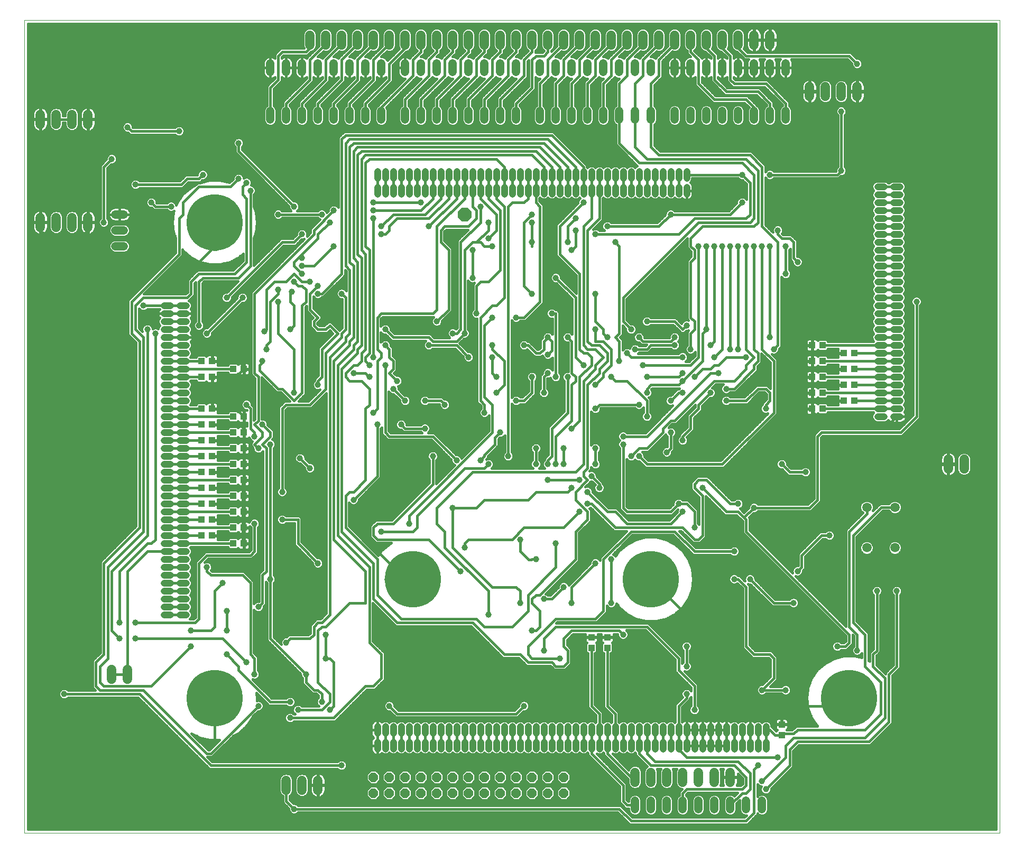
<source format=gbl>
G75*
G70*
%OFA0B0*%
%FSLAX24Y24*%
%IPPOS*%
%LPD*%
%AMOC8*
5,1,8,0,0,1.08239X$1,22.5*
%
%ADD10C,0.0000*%
%ADD11C,0.0420*%
%ADD12C,0.0520*%
%ADD13R,0.0394X0.0433*%
%ADD14R,0.0433X0.0394*%
%ADD15C,0.0600*%
%ADD16OC8,0.0600*%
%ADD17C,0.0594*%
%ADD18OC8,0.0850*%
%ADD19C,0.3543*%
%ADD20C,0.0160*%
%ADD21C,0.0396*%
D10*
X003680Y002180D02*
X003680Y053430D01*
X065180Y053430D01*
X065180Y002180D01*
X003680Y002180D01*
D11*
X012470Y015930D02*
X012890Y015930D01*
X012890Y016430D02*
X012470Y016430D01*
X012470Y016930D02*
X012890Y016930D01*
X012890Y017430D02*
X012470Y017430D01*
X012470Y017930D02*
X012890Y017930D01*
X012890Y018430D02*
X012470Y018430D01*
X012470Y018930D02*
X012890Y018930D01*
X012890Y019430D02*
X012470Y019430D01*
X012470Y019930D02*
X012890Y019930D01*
X012890Y020430D02*
X012470Y020430D01*
X012470Y020930D02*
X012890Y020930D01*
X012890Y021430D02*
X012470Y021430D01*
X012470Y021930D02*
X012890Y021930D01*
X012890Y022430D02*
X012470Y022430D01*
X012470Y022930D02*
X012890Y022930D01*
X012890Y023430D02*
X012470Y023430D01*
X012470Y023930D02*
X012890Y023930D01*
X012890Y024430D02*
X012470Y024430D01*
X012470Y024930D02*
X012890Y024930D01*
X012890Y025430D02*
X012470Y025430D01*
X012470Y025930D02*
X012890Y025930D01*
X012890Y026430D02*
X012470Y026430D01*
X012470Y026930D02*
X012890Y026930D01*
X012890Y027430D02*
X012470Y027430D01*
X012470Y027930D02*
X012890Y027930D01*
X012890Y028430D02*
X012470Y028430D01*
X012470Y028930D02*
X012890Y028930D01*
X012890Y029430D02*
X012470Y029430D01*
X012470Y029930D02*
X012890Y029930D01*
X012890Y030430D02*
X012470Y030430D01*
X012470Y030930D02*
X012890Y030930D01*
X012890Y031430D02*
X012470Y031430D01*
X012470Y031930D02*
X012890Y031930D01*
X012890Y032430D02*
X012470Y032430D01*
X012470Y032930D02*
X012890Y032930D01*
X012890Y033430D02*
X012470Y033430D01*
X012470Y033930D02*
X012890Y033930D01*
X012890Y034430D02*
X012470Y034430D01*
X012470Y034930D02*
X012890Y034930D01*
X012890Y035430D02*
X012470Y035430D01*
X013470Y035430D02*
X013890Y035430D01*
X013890Y034930D02*
X013470Y034930D01*
X013470Y034430D02*
X013890Y034430D01*
X013890Y033930D02*
X013470Y033930D01*
X013470Y033430D02*
X013890Y033430D01*
X013890Y032930D02*
X013470Y032930D01*
X013470Y032430D02*
X013890Y032430D01*
X013890Y031930D02*
X013470Y031930D01*
X013470Y031430D02*
X013890Y031430D01*
X013890Y030930D02*
X013470Y030930D01*
X013470Y030430D02*
X013890Y030430D01*
X013890Y029930D02*
X013470Y029930D01*
X013470Y029430D02*
X013890Y029430D01*
X013890Y028930D02*
X013470Y028930D01*
X013470Y028430D02*
X013890Y028430D01*
X013890Y027930D02*
X013470Y027930D01*
X013470Y027430D02*
X013890Y027430D01*
X013890Y026930D02*
X013470Y026930D01*
X013470Y026430D02*
X013890Y026430D01*
X013890Y025930D02*
X013470Y025930D01*
X013470Y025430D02*
X013890Y025430D01*
X013890Y024930D02*
X013470Y024930D01*
X013470Y024430D02*
X013890Y024430D01*
X013890Y023930D02*
X013470Y023930D01*
X013470Y023430D02*
X013890Y023430D01*
X013890Y022930D02*
X013470Y022930D01*
X013470Y022430D02*
X013890Y022430D01*
X013890Y021930D02*
X013470Y021930D01*
X013470Y021430D02*
X013890Y021430D01*
X013890Y020930D02*
X013470Y020930D01*
X013470Y020430D02*
X013890Y020430D01*
X013890Y019930D02*
X013470Y019930D01*
X013470Y019430D02*
X013890Y019430D01*
X013890Y018930D02*
X013470Y018930D01*
X013470Y018430D02*
X013890Y018430D01*
X013890Y017930D02*
X013470Y017930D01*
X013470Y017430D02*
X013890Y017430D01*
X013890Y016930D02*
X013470Y016930D01*
X013470Y016430D02*
X013890Y016430D01*
X013890Y015930D02*
X013470Y015930D01*
X025930Y008890D02*
X025930Y008470D01*
X026430Y008470D02*
X026430Y008890D01*
X026930Y008890D02*
X026930Y008470D01*
X027430Y008470D02*
X027430Y008890D01*
X027930Y008890D02*
X027930Y008470D01*
X028430Y008470D02*
X028430Y008890D01*
X028930Y008890D02*
X028930Y008470D01*
X029430Y008470D02*
X029430Y008890D01*
X029930Y008890D02*
X029930Y008470D01*
X030430Y008470D02*
X030430Y008890D01*
X030930Y008890D02*
X030930Y008470D01*
X031430Y008470D02*
X031430Y008890D01*
X031930Y008890D02*
X031930Y008470D01*
X032430Y008470D02*
X032430Y008890D01*
X032930Y008890D02*
X032930Y008470D01*
X033430Y008470D02*
X033430Y008890D01*
X033930Y008890D02*
X033930Y008470D01*
X034430Y008470D02*
X034430Y008890D01*
X034930Y008890D02*
X034930Y008470D01*
X035430Y008470D02*
X035430Y008890D01*
X035930Y008890D02*
X035930Y008470D01*
X036430Y008470D02*
X036430Y008890D01*
X036930Y008890D02*
X036930Y008470D01*
X037430Y008470D02*
X037430Y008890D01*
X037930Y008890D02*
X037930Y008470D01*
X038430Y008470D02*
X038430Y008890D01*
X038930Y008890D02*
X038930Y008470D01*
X039430Y008470D02*
X039430Y008890D01*
X039930Y008890D02*
X039930Y008470D01*
X040430Y008470D02*
X040430Y008890D01*
X040930Y008890D02*
X040930Y008470D01*
X041430Y008470D02*
X041430Y008890D01*
X041930Y008890D02*
X041930Y008470D01*
X042430Y008470D02*
X042430Y008890D01*
X042930Y008890D02*
X042930Y008470D01*
X043430Y008470D02*
X043430Y008890D01*
X043930Y008890D02*
X043930Y008470D01*
X044430Y008470D02*
X044430Y008890D01*
X044930Y008890D02*
X044930Y008470D01*
X045430Y008470D02*
X045430Y008890D01*
X045930Y008890D02*
X045930Y008470D01*
X046430Y008470D02*
X046430Y008890D01*
X046930Y008890D02*
X046930Y008470D01*
X047430Y008470D02*
X047430Y008890D01*
X047930Y008890D02*
X047930Y008470D01*
X048430Y008470D02*
X048430Y008890D01*
X048930Y008890D02*
X048930Y008470D01*
X049430Y008470D02*
X049430Y008890D01*
X049930Y008890D02*
X049930Y008470D01*
X050430Y008470D02*
X050430Y008890D01*
X050430Y007890D02*
X050430Y007470D01*
X049930Y007470D02*
X049930Y007890D01*
X049430Y007890D02*
X049430Y007470D01*
X048930Y007470D02*
X048930Y007890D01*
X048430Y007890D02*
X048430Y007470D01*
X047930Y007470D02*
X047930Y007890D01*
X047430Y007890D02*
X047430Y007470D01*
X046930Y007470D02*
X046930Y007890D01*
X046430Y007890D02*
X046430Y007470D01*
X045930Y007470D02*
X045930Y007890D01*
X045430Y007890D02*
X045430Y007470D01*
X044930Y007470D02*
X044930Y007890D01*
X044430Y007890D02*
X044430Y007470D01*
X043930Y007470D02*
X043930Y007890D01*
X043430Y007890D02*
X043430Y007470D01*
X042930Y007470D02*
X042930Y007890D01*
X042430Y007890D02*
X042430Y007470D01*
X041930Y007470D02*
X041930Y007890D01*
X041430Y007890D02*
X041430Y007470D01*
X040930Y007470D02*
X040930Y007890D01*
X040430Y007890D02*
X040430Y007470D01*
X039930Y007470D02*
X039930Y007890D01*
X039430Y007890D02*
X039430Y007470D01*
X038930Y007470D02*
X038930Y007890D01*
X038430Y007890D02*
X038430Y007470D01*
X037930Y007470D02*
X037930Y007890D01*
X037430Y007890D02*
X037430Y007470D01*
X036930Y007470D02*
X036930Y007890D01*
X036430Y007890D02*
X036430Y007470D01*
X035930Y007470D02*
X035930Y007890D01*
X035430Y007890D02*
X035430Y007470D01*
X034930Y007470D02*
X034930Y007890D01*
X034430Y007890D02*
X034430Y007470D01*
X033930Y007470D02*
X033930Y007890D01*
X033430Y007890D02*
X033430Y007470D01*
X032930Y007470D02*
X032930Y007890D01*
X032430Y007890D02*
X032430Y007470D01*
X031930Y007470D02*
X031930Y007890D01*
X031430Y007890D02*
X031430Y007470D01*
X030930Y007470D02*
X030930Y007890D01*
X030430Y007890D02*
X030430Y007470D01*
X029930Y007470D02*
X029930Y007890D01*
X029430Y007890D02*
X029430Y007470D01*
X028930Y007470D02*
X028930Y007890D01*
X028430Y007890D02*
X028430Y007470D01*
X027930Y007470D02*
X027930Y007890D01*
X027430Y007890D02*
X027430Y007470D01*
X026930Y007470D02*
X026930Y007890D01*
X026430Y007890D02*
X026430Y007470D01*
X025930Y007470D02*
X025930Y007890D01*
X057470Y028430D02*
X057890Y028430D01*
X057890Y028930D02*
X057470Y028930D01*
X057470Y029430D02*
X057890Y029430D01*
X057890Y029930D02*
X057470Y029930D01*
X057470Y030430D02*
X057890Y030430D01*
X057890Y030930D02*
X057470Y030930D01*
X057470Y031430D02*
X057890Y031430D01*
X057890Y031930D02*
X057470Y031930D01*
X057470Y032430D02*
X057890Y032430D01*
X057890Y032930D02*
X057470Y032930D01*
X057470Y033430D02*
X057890Y033430D01*
X057890Y033930D02*
X057470Y033930D01*
X057470Y034430D02*
X057890Y034430D01*
X057890Y034930D02*
X057470Y034930D01*
X057470Y035430D02*
X057890Y035430D01*
X057890Y035930D02*
X057470Y035930D01*
X057470Y036430D02*
X057890Y036430D01*
X057890Y036930D02*
X057470Y036930D01*
X057470Y037430D02*
X057890Y037430D01*
X057890Y037930D02*
X057470Y037930D01*
X057470Y038430D02*
X057890Y038430D01*
X057890Y038930D02*
X057470Y038930D01*
X057470Y039430D02*
X057890Y039430D01*
X057890Y039930D02*
X057470Y039930D01*
X057470Y040430D02*
X057890Y040430D01*
X057890Y040930D02*
X057470Y040930D01*
X057470Y041430D02*
X057890Y041430D01*
X057890Y041930D02*
X057470Y041930D01*
X057470Y042430D02*
X057890Y042430D01*
X057890Y042930D02*
X057470Y042930D01*
X058470Y042930D02*
X058890Y042930D01*
X058890Y042430D02*
X058470Y042430D01*
X058470Y041930D02*
X058890Y041930D01*
X058890Y041430D02*
X058470Y041430D01*
X058470Y040930D02*
X058890Y040930D01*
X058890Y040430D02*
X058470Y040430D01*
X058470Y039930D02*
X058890Y039930D01*
X058890Y039430D02*
X058470Y039430D01*
X058470Y038930D02*
X058890Y038930D01*
X058890Y038430D02*
X058470Y038430D01*
X058470Y037930D02*
X058890Y037930D01*
X058890Y037430D02*
X058470Y037430D01*
X058470Y036930D02*
X058890Y036930D01*
X058890Y036430D02*
X058470Y036430D01*
X058470Y035930D02*
X058890Y035930D01*
X058890Y035430D02*
X058470Y035430D01*
X058470Y034930D02*
X058890Y034930D01*
X058890Y034430D02*
X058470Y034430D01*
X058470Y033930D02*
X058890Y033930D01*
X058890Y033430D02*
X058470Y033430D01*
X058470Y032930D02*
X058890Y032930D01*
X058890Y032430D02*
X058470Y032430D01*
X058470Y031930D02*
X058890Y031930D01*
X058890Y031430D02*
X058470Y031430D01*
X058470Y030930D02*
X058890Y030930D01*
X058890Y030430D02*
X058470Y030430D01*
X058470Y029930D02*
X058890Y029930D01*
X058890Y029430D02*
X058470Y029430D01*
X058470Y028930D02*
X058890Y028930D01*
X058890Y028430D02*
X058470Y028430D01*
X045430Y042470D02*
X045430Y042890D01*
X044930Y042890D02*
X044930Y042470D01*
X044430Y042470D02*
X044430Y042890D01*
X043930Y042890D02*
X043930Y042470D01*
X043430Y042470D02*
X043430Y042890D01*
X042930Y042890D02*
X042930Y042470D01*
X042430Y042470D02*
X042430Y042890D01*
X041930Y042890D02*
X041930Y042470D01*
X041430Y042470D02*
X041430Y042890D01*
X040930Y042890D02*
X040930Y042470D01*
X040430Y042470D02*
X040430Y042890D01*
X039930Y042890D02*
X039930Y042470D01*
X039430Y042470D02*
X039430Y042890D01*
X038930Y042890D02*
X038930Y042470D01*
X038430Y042470D02*
X038430Y042890D01*
X037930Y042890D02*
X037930Y042470D01*
X037430Y042470D02*
X037430Y042890D01*
X036930Y042890D02*
X036930Y042470D01*
X036430Y042470D02*
X036430Y042890D01*
X035930Y042890D02*
X035930Y042470D01*
X035430Y042470D02*
X035430Y042890D01*
X034930Y042890D02*
X034930Y042470D01*
X034430Y042470D02*
X034430Y042890D01*
X033930Y042890D02*
X033930Y042470D01*
X033430Y042470D02*
X033430Y042890D01*
X032930Y042890D02*
X032930Y042470D01*
X032430Y042470D02*
X032430Y042890D01*
X031930Y042890D02*
X031930Y042470D01*
X031430Y042470D02*
X031430Y042890D01*
X030930Y042890D02*
X030930Y042470D01*
X030430Y042470D02*
X030430Y042890D01*
X029930Y042890D02*
X029930Y042470D01*
X029430Y042470D02*
X029430Y042890D01*
X028930Y042890D02*
X028930Y042470D01*
X028430Y042470D02*
X028430Y042890D01*
X027930Y042890D02*
X027930Y042470D01*
X027430Y042470D02*
X027430Y042890D01*
X026930Y042890D02*
X026930Y042470D01*
X026430Y042470D02*
X026430Y042890D01*
X025930Y042890D02*
X025930Y042470D01*
X025930Y043470D02*
X025930Y043890D01*
X026430Y043890D02*
X026430Y043470D01*
X026930Y043470D02*
X026930Y043890D01*
X027430Y043890D02*
X027430Y043470D01*
X027930Y043470D02*
X027930Y043890D01*
X028430Y043890D02*
X028430Y043470D01*
X028930Y043470D02*
X028930Y043890D01*
X029430Y043890D02*
X029430Y043470D01*
X029930Y043470D02*
X029930Y043890D01*
X030430Y043890D02*
X030430Y043470D01*
X030930Y043470D02*
X030930Y043890D01*
X031430Y043890D02*
X031430Y043470D01*
X031930Y043470D02*
X031930Y043890D01*
X032430Y043890D02*
X032430Y043470D01*
X032930Y043470D02*
X032930Y043890D01*
X033430Y043890D02*
X033430Y043470D01*
X033930Y043470D02*
X033930Y043890D01*
X034430Y043890D02*
X034430Y043470D01*
X034930Y043470D02*
X034930Y043890D01*
X035430Y043890D02*
X035430Y043470D01*
X035930Y043470D02*
X035930Y043890D01*
X036430Y043890D02*
X036430Y043470D01*
X036930Y043470D02*
X036930Y043890D01*
X037430Y043890D02*
X037430Y043470D01*
X037930Y043470D02*
X037930Y043890D01*
X038430Y043890D02*
X038430Y043470D01*
X038930Y043470D02*
X038930Y043890D01*
X039430Y043890D02*
X039430Y043470D01*
X039930Y043470D02*
X039930Y043890D01*
X040430Y043890D02*
X040430Y043470D01*
X040930Y043470D02*
X040930Y043890D01*
X041430Y043890D02*
X041430Y043470D01*
X041930Y043470D02*
X041930Y043890D01*
X042430Y043890D02*
X042430Y043470D01*
X042930Y043470D02*
X042930Y043890D01*
X043430Y043890D02*
X043430Y043470D01*
X043930Y043470D02*
X043930Y043890D01*
X044430Y043890D02*
X044430Y043470D01*
X044930Y043470D02*
X044930Y043890D01*
X045430Y043890D02*
X045430Y043470D01*
D12*
X045680Y047170D02*
X045680Y047690D01*
X044680Y047690D02*
X044680Y047170D01*
X043180Y047170D02*
X043180Y047690D01*
X042180Y047690D02*
X042180Y047170D01*
X041180Y047170D02*
X041180Y047690D01*
X040180Y047690D02*
X040180Y047170D01*
X039180Y047170D02*
X039180Y047690D01*
X038180Y047690D02*
X038180Y047170D01*
X037180Y047170D02*
X037180Y047690D01*
X036180Y047690D02*
X036180Y047170D01*
X034680Y047170D02*
X034680Y047690D01*
X033680Y047690D02*
X033680Y047170D01*
X032680Y047170D02*
X032680Y047690D01*
X031680Y047690D02*
X031680Y047170D01*
X030680Y047170D02*
X030680Y047690D01*
X029680Y047690D02*
X029680Y047170D01*
X028680Y047170D02*
X028680Y047690D01*
X027680Y047690D02*
X027680Y047170D01*
X026180Y047170D02*
X026180Y047690D01*
X025180Y047690D02*
X025180Y047170D01*
X024180Y047170D02*
X024180Y047690D01*
X023180Y047690D02*
X023180Y047170D01*
X022180Y047170D02*
X022180Y047690D01*
X021180Y047690D02*
X021180Y047170D01*
X020180Y047170D02*
X020180Y047690D01*
X019180Y047690D02*
X019180Y047170D01*
X019180Y050170D02*
X019180Y050690D01*
X020180Y050690D02*
X020180Y050170D01*
X021180Y050170D02*
X021180Y050690D01*
X022180Y050690D02*
X022180Y050170D01*
X023180Y050170D02*
X023180Y050690D01*
X024180Y050690D02*
X024180Y050170D01*
X025180Y050170D02*
X025180Y050690D01*
X026180Y050690D02*
X026180Y050170D01*
X027680Y050170D02*
X027680Y050690D01*
X028680Y050690D02*
X028680Y050170D01*
X029680Y050170D02*
X029680Y050690D01*
X030680Y050690D02*
X030680Y050170D01*
X031680Y050170D02*
X031680Y050690D01*
X032680Y050690D02*
X032680Y050170D01*
X033680Y050170D02*
X033680Y050690D01*
X034680Y050690D02*
X034680Y050170D01*
X036180Y050170D02*
X036180Y050690D01*
X037180Y050690D02*
X037180Y050170D01*
X038180Y050170D02*
X038180Y050690D01*
X039180Y050690D02*
X039180Y050170D01*
X040180Y050170D02*
X040180Y050690D01*
X041180Y050690D02*
X041180Y050170D01*
X042180Y050170D02*
X042180Y050690D01*
X043180Y050690D02*
X043180Y050170D01*
X044680Y050170D02*
X044680Y050690D01*
X045680Y050690D02*
X045680Y050170D01*
X046680Y050170D02*
X046680Y050690D01*
X047680Y050690D02*
X047680Y050170D01*
X048680Y050170D02*
X048680Y050690D01*
X049680Y050690D02*
X049680Y050170D01*
X050680Y050170D02*
X050680Y050690D01*
X051680Y050690D02*
X051680Y050170D01*
X051680Y047690D02*
X051680Y047170D01*
X050680Y047170D02*
X050680Y047690D01*
X049680Y047690D02*
X049680Y047170D01*
X048680Y047170D02*
X048680Y047690D01*
X047680Y047690D02*
X047680Y047170D01*
X046680Y047170D02*
X046680Y047690D01*
X009940Y041180D02*
X009420Y041180D01*
X009420Y040180D02*
X009940Y040180D01*
X009940Y039180D02*
X009420Y039180D01*
X042180Y004190D02*
X042180Y003670D01*
X043180Y003670D02*
X043180Y004190D01*
X044180Y004190D02*
X044180Y003670D01*
X045180Y003670D02*
X045180Y004190D01*
X046180Y004190D02*
X046180Y003670D01*
X047180Y003670D02*
X047180Y004190D01*
X048180Y004190D02*
X048180Y003670D01*
X049180Y003670D02*
X049180Y004190D01*
X050180Y004190D02*
X050180Y003670D01*
D13*
X053345Y028930D03*
X054015Y028930D03*
X054015Y029930D03*
X053345Y029930D03*
X053345Y030930D03*
X054015Y030930D03*
X054015Y031930D03*
X053345Y031930D03*
X053345Y032930D03*
X054015Y032930D03*
X055345Y032430D03*
X056015Y032430D03*
X056015Y031430D03*
X055345Y031430D03*
X055345Y030430D03*
X056015Y030430D03*
X056015Y029430D03*
X055345Y029430D03*
X017515Y028430D03*
X016845Y028430D03*
X016845Y027430D03*
X017515Y027430D03*
X017515Y026430D03*
X016845Y026430D03*
X016845Y025430D03*
X017515Y025430D03*
X017515Y024430D03*
X016845Y024430D03*
X016845Y023430D03*
X017515Y023430D03*
X017515Y022430D03*
X016845Y022430D03*
X016845Y021430D03*
X017515Y021430D03*
X017515Y020430D03*
X016845Y020430D03*
X015515Y020930D03*
X014845Y020930D03*
X014845Y021930D03*
X015515Y021930D03*
X015515Y022930D03*
X014845Y022930D03*
X014845Y023930D03*
X015515Y023930D03*
X015515Y024930D03*
X014845Y024930D03*
X014845Y025930D03*
X015515Y025930D03*
X015515Y026930D03*
X014845Y026930D03*
X014845Y027930D03*
X015515Y027930D03*
X015515Y028930D03*
X014845Y028930D03*
X014845Y030930D03*
X015515Y030930D03*
X015515Y031930D03*
X014845Y031930D03*
X016845Y031430D03*
X017515Y031430D03*
D14*
X039430Y014515D03*
X039430Y013845D03*
X040430Y013845D03*
X040430Y014515D03*
X051430Y009015D03*
X051430Y008345D03*
D15*
X048180Y005980D02*
X048180Y005380D01*
X047180Y005380D02*
X047180Y005980D01*
X046180Y005980D02*
X046180Y005380D01*
X045180Y005380D02*
X045180Y005980D01*
X044180Y005980D02*
X044180Y005380D01*
X043180Y005380D02*
X043180Y005980D01*
X042180Y005980D02*
X042180Y005380D01*
X022180Y005480D02*
X022180Y004880D01*
X021180Y004880D02*
X021180Y005480D01*
X020180Y005480D02*
X020180Y004880D01*
X010180Y011880D02*
X010180Y012480D01*
X009180Y012480D02*
X009180Y011880D01*
X007680Y040380D02*
X007680Y040980D01*
X006680Y040980D02*
X006680Y040380D01*
X005680Y040380D02*
X005680Y040980D01*
X004680Y040980D02*
X004680Y040380D01*
X004680Y046880D02*
X004680Y047480D01*
X005680Y047480D02*
X005680Y046880D01*
X006680Y046880D02*
X006680Y047480D01*
X007680Y047480D02*
X007680Y046880D01*
X021680Y051880D02*
X021680Y052480D01*
X022680Y052480D02*
X022680Y051880D01*
X023680Y051880D02*
X023680Y052480D01*
X024680Y052480D02*
X024680Y051880D01*
X025680Y051880D02*
X025680Y052480D01*
X026680Y052480D02*
X026680Y051880D01*
X027680Y051880D02*
X027680Y052480D01*
X028680Y052480D02*
X028680Y051880D01*
X029680Y051880D02*
X029680Y052480D01*
X030680Y052480D02*
X030680Y051880D01*
X031680Y051880D02*
X031680Y052480D01*
X032680Y052480D02*
X032680Y051880D01*
X033680Y051880D02*
X033680Y052480D01*
X034680Y052480D02*
X034680Y051880D01*
X035680Y051880D02*
X035680Y052480D01*
X036680Y052480D02*
X036680Y051880D01*
X037680Y051880D02*
X037680Y052480D01*
X038680Y052480D02*
X038680Y051880D01*
X039680Y051880D02*
X039680Y052480D01*
X040680Y052480D02*
X040680Y051880D01*
X041680Y051880D02*
X041680Y052480D01*
X042680Y052480D02*
X042680Y051880D01*
X043680Y051880D02*
X043680Y052480D01*
X044680Y052480D02*
X044680Y051880D01*
X045680Y051880D02*
X045680Y052480D01*
X046680Y052480D02*
X046680Y051880D01*
X047680Y051880D02*
X047680Y052480D01*
X048680Y052480D02*
X048680Y051880D01*
X049680Y051880D02*
X049680Y052480D01*
X050680Y052480D02*
X050680Y051880D01*
X053180Y049230D02*
X053180Y048630D01*
X054180Y048630D02*
X054180Y049230D01*
X055180Y049230D02*
X055180Y048630D01*
X056180Y048630D02*
X056180Y049230D01*
X061930Y025730D02*
X061930Y025130D01*
X062930Y025130D02*
X062930Y025730D01*
D16*
X037680Y005680D03*
X036680Y005680D03*
X036680Y004680D03*
X037680Y004680D03*
X035680Y004680D03*
X034680Y004680D03*
X033680Y004680D03*
X033680Y005680D03*
X034680Y005680D03*
X035680Y005680D03*
X032680Y005680D03*
X031680Y005680D03*
X031680Y004680D03*
X032680Y004680D03*
X030680Y004680D03*
X029680Y004680D03*
X029680Y005680D03*
X030680Y005680D03*
X028680Y005680D03*
X027680Y005680D03*
X027680Y004680D03*
X028680Y004680D03*
X026680Y004680D03*
X025680Y004680D03*
X025680Y005680D03*
X026680Y005680D03*
D17*
X056794Y020150D03*
X058566Y020150D03*
X058566Y022710D03*
X056794Y022710D03*
D18*
X031430Y041180D03*
D19*
X015680Y040680D03*
X028180Y018180D03*
X015680Y010680D03*
X043180Y018180D03*
X055680Y010680D03*
D20*
X055180Y010180D01*
X052930Y010180D01*
X051765Y009015D01*
X051430Y009015D01*
X051448Y009033D02*
X051412Y009033D01*
X051412Y009391D01*
X051190Y009391D01*
X051144Y009379D01*
X051103Y009356D01*
X051069Y009322D01*
X051046Y009281D01*
X051033Y009235D01*
X051033Y009033D01*
X051412Y009033D01*
X051412Y008996D01*
X051033Y008996D01*
X051033Y008794D01*
X051046Y008748D01*
X051069Y008707D01*
X051103Y008674D01*
X051131Y008658D01*
X051073Y008600D01*
X051073Y008598D01*
X050900Y008771D01*
X050780Y008891D01*
X050780Y008960D01*
X050727Y009088D01*
X050628Y009187D01*
X050500Y009240D01*
X050360Y009240D01*
X050232Y009187D01*
X050180Y009135D01*
X050128Y009187D01*
X050000Y009240D01*
X049860Y009240D01*
X049732Y009187D01*
X049708Y009163D01*
X049679Y009193D01*
X049615Y009236D01*
X049544Y009265D01*
X049468Y009280D01*
X049430Y009280D01*
X049430Y008680D01*
X049430Y007680D01*
X049430Y007680D01*
X049430Y008680D01*
X049430Y008680D01*
X049430Y009280D01*
X049392Y009280D01*
X049316Y009265D01*
X049245Y009236D01*
X049181Y009193D01*
X049152Y009163D01*
X049128Y009187D01*
X049000Y009240D01*
X048860Y009240D01*
X048732Y009187D01*
X048680Y009135D01*
X048628Y009187D01*
X048500Y009240D01*
X048360Y009240D01*
X048232Y009187D01*
X048208Y009163D01*
X048179Y009193D01*
X048115Y009236D01*
X048044Y009265D01*
X047968Y009280D01*
X047930Y009280D01*
X047930Y008680D01*
X047430Y008680D01*
X046930Y008680D01*
X046430Y008680D01*
X045930Y008680D01*
X045430Y008680D01*
X045430Y007680D01*
X047930Y007680D01*
X047930Y008680D01*
X047930Y008680D01*
X047930Y009280D01*
X047892Y009280D01*
X047816Y009265D01*
X047745Y009236D01*
X047681Y009193D01*
X047680Y009192D01*
X047679Y009193D01*
X047615Y009236D01*
X047544Y009265D01*
X047468Y009280D01*
X047430Y009280D01*
X047430Y008680D01*
X047430Y007680D01*
X047430Y007680D01*
X047430Y008680D01*
X047430Y008680D01*
X047930Y008680D01*
X047930Y008680D01*
X047930Y007680D01*
X047930Y007680D01*
X047930Y008080D01*
X047930Y008680D01*
X047930Y008680D01*
X047540Y008680D01*
X047430Y008680D01*
X047430Y008680D01*
X047430Y009280D01*
X047392Y009280D01*
X047316Y009265D01*
X047245Y009236D01*
X047181Y009193D01*
X047180Y009192D01*
X047179Y009193D01*
X047115Y009236D01*
X047044Y009265D01*
X046968Y009280D01*
X046930Y009280D01*
X046930Y008680D01*
X046930Y007680D01*
X047430Y007680D01*
X047930Y007680D01*
X047930Y007680D01*
X047820Y007680D01*
X047430Y007680D01*
X047430Y007680D01*
X047430Y007680D01*
X047430Y008280D01*
X047430Y008680D01*
X047430Y008680D01*
X047430Y008680D01*
X046930Y008680D01*
X046930Y008680D01*
X046930Y008680D01*
X046930Y009280D01*
X046892Y009280D01*
X046816Y009265D01*
X046745Y009236D01*
X046681Y009193D01*
X046680Y009192D01*
X046679Y009193D01*
X046615Y009236D01*
X046544Y009265D01*
X046468Y009280D01*
X046430Y009280D01*
X046430Y008680D01*
X046430Y007680D01*
X046430Y007680D01*
X046430Y008680D01*
X046430Y008680D01*
X046930Y008680D01*
X047040Y008680D01*
X047430Y008680D01*
X047430Y008605D02*
X047430Y008605D01*
X047430Y008447D02*
X047430Y008447D01*
X047430Y008288D02*
X047430Y008288D01*
X047430Y008130D02*
X047430Y008130D01*
X047430Y007971D02*
X047430Y007971D01*
X047430Y007813D02*
X047430Y007813D01*
X047430Y007680D02*
X047040Y007680D01*
X046930Y007680D01*
X046930Y007680D01*
X046930Y007680D01*
X046930Y008680D01*
X046930Y008680D01*
X046930Y008680D01*
X046540Y008680D01*
X046430Y008680D01*
X046430Y008680D01*
X046430Y009280D01*
X046392Y009280D01*
X046316Y009265D01*
X046245Y009236D01*
X046181Y009193D01*
X046180Y009192D01*
X046179Y009193D01*
X046115Y009236D01*
X046044Y009265D01*
X045968Y009280D01*
X045930Y009280D01*
X045930Y008680D01*
X045930Y007680D01*
X046430Y007680D01*
X046930Y007680D01*
X046930Y008280D01*
X046930Y008680D01*
X046930Y008605D02*
X046930Y008605D01*
X046930Y008447D02*
X046930Y008447D01*
X046930Y008288D02*
X046930Y008288D01*
X046930Y008130D02*
X046930Y008130D01*
X046930Y007971D02*
X046930Y007971D01*
X046930Y007813D02*
X046930Y007813D01*
X046930Y007680D02*
X046930Y007680D01*
X046540Y007680D01*
X046430Y007680D01*
X046430Y007680D01*
X046430Y007680D01*
X046430Y008280D01*
X046430Y008680D01*
X046430Y008680D01*
X046430Y008680D01*
X045930Y008680D01*
X045930Y008680D01*
X045930Y008680D01*
X045930Y009280D01*
X045892Y009280D01*
X045816Y009265D01*
X045745Y009236D01*
X045681Y009193D01*
X045680Y009192D01*
X045679Y009193D01*
X045615Y009236D01*
X045544Y009265D01*
X045468Y009280D01*
X045430Y009280D01*
X045430Y008680D01*
X045430Y008680D01*
X045930Y008680D01*
X046320Y008680D01*
X046430Y008680D01*
X046430Y008605D02*
X046430Y008605D01*
X046430Y008447D02*
X046430Y008447D01*
X046430Y008288D02*
X046430Y008288D01*
X046430Y008130D02*
X046430Y008130D01*
X046430Y007971D02*
X046430Y007971D01*
X046430Y007813D02*
X046430Y007813D01*
X046430Y007680D02*
X046320Y007680D01*
X045930Y007680D01*
X045930Y007680D01*
X045930Y007680D01*
X045930Y008680D01*
X045930Y008680D01*
X045930Y008680D01*
X045540Y008680D01*
X045430Y008680D01*
X045430Y008680D01*
X045430Y009280D01*
X045392Y009280D01*
X045316Y009265D01*
X045245Y009236D01*
X045181Y009193D01*
X045152Y009163D01*
X045150Y009165D01*
X045150Y010089D01*
X045650Y010589D01*
X045650Y010672D01*
X045710Y010732D01*
X045710Y010188D01*
X045643Y010122D01*
X045592Y009997D01*
X045592Y009863D01*
X045643Y009738D01*
X045738Y009643D01*
X045863Y009592D01*
X045997Y009592D01*
X046122Y009643D01*
X046217Y009738D01*
X046268Y009863D01*
X046268Y009997D01*
X046217Y010122D01*
X046150Y010188D01*
X046150Y011521D01*
X045306Y012366D01*
X045363Y012342D01*
X045497Y012342D01*
X045622Y012393D01*
X045717Y012488D01*
X045768Y012613D01*
X045768Y012747D01*
X045717Y012872D01*
X045650Y012938D01*
X045650Y013672D01*
X045717Y013738D01*
X045768Y013863D01*
X045768Y013997D01*
X045717Y014122D01*
X045622Y014217D01*
X045497Y014268D01*
X045363Y014268D01*
X045238Y014217D01*
X045143Y014122D01*
X045092Y013997D01*
X045092Y013863D01*
X045143Y013738D01*
X045210Y013672D01*
X045210Y012938D01*
X045150Y012878D01*
X045150Y013271D01*
X043150Y015271D01*
X043021Y015400D01*
X037211Y015400D01*
X037271Y015460D01*
X039771Y015460D01*
X040271Y015960D01*
X040400Y016089D01*
X040400Y016482D01*
X040488Y016393D01*
X040613Y016342D01*
X040747Y016342D01*
X040872Y016393D01*
X040967Y016488D01*
X041018Y016613D01*
X041018Y016640D01*
X041179Y016407D01*
X041661Y015980D01*
X042232Y015680D01*
X042858Y015526D01*
X043502Y015526D01*
X044128Y015680D01*
X044699Y015980D01*
X045181Y016407D01*
X045547Y016937D01*
X045776Y017540D01*
X045854Y018180D01*
X045776Y018820D01*
X045547Y019423D01*
X045181Y019953D01*
X044699Y020380D01*
X044699Y020380D01*
X044128Y020680D01*
X043502Y020834D01*
X042858Y020834D01*
X042232Y020680D01*
X042232Y020680D01*
X041661Y020380D01*
X041179Y019953D01*
X040957Y019631D01*
X040872Y019717D01*
X040805Y019744D01*
X042021Y020960D01*
X044589Y020960D01*
X045710Y019839D01*
X045710Y019839D01*
X045839Y019710D01*
X048172Y019710D01*
X048238Y019643D01*
X048363Y019592D01*
X048497Y019592D01*
X048622Y019643D01*
X048717Y019738D01*
X048768Y019863D01*
X048768Y019997D01*
X048717Y020122D01*
X048622Y020217D01*
X048497Y020268D01*
X048363Y020268D01*
X048238Y020217D01*
X048172Y020150D01*
X046021Y020150D01*
X044961Y021210D01*
X045089Y021210D01*
X045710Y020589D01*
X045839Y020460D01*
X046271Y020460D01*
X046521Y020710D01*
X046650Y020839D01*
X046650Y023399D01*
X047710Y022339D01*
X047839Y022210D01*
X048589Y022210D01*
X048960Y021839D01*
X048960Y021089D01*
X055460Y014589D01*
X055460Y014271D01*
X055339Y014150D01*
X055188Y014150D01*
X055122Y014217D01*
X054997Y014268D01*
X054863Y014268D01*
X054738Y014217D01*
X054643Y014122D01*
X054592Y013997D01*
X054592Y013863D01*
X054643Y013738D01*
X054738Y013643D01*
X054863Y013592D01*
X054997Y013592D01*
X055122Y013643D01*
X055188Y013710D01*
X055521Y013710D01*
X055650Y013839D01*
X055900Y014089D01*
X055900Y014649D01*
X055960Y014589D01*
X055960Y013938D01*
X055893Y013872D01*
X055842Y013747D01*
X055842Y013613D01*
X055893Y013488D01*
X055988Y013393D01*
X056113Y013342D01*
X056247Y013342D01*
X056372Y013393D01*
X056460Y013482D01*
X056460Y013221D01*
X056002Y013334D01*
X055358Y013334D01*
X054732Y013180D01*
X054732Y013180D01*
X054161Y012880D01*
X053679Y012453D01*
X053313Y011923D01*
X053313Y011923D01*
X053084Y011320D01*
X053084Y011320D01*
X053006Y010680D01*
X053084Y010040D01*
X053313Y009437D01*
X053679Y008907D01*
X053687Y008900D01*
X052339Y008900D01*
X052089Y008650D01*
X051737Y008650D01*
X051729Y008658D01*
X051757Y008674D01*
X051791Y008707D01*
X051814Y008748D01*
X051827Y008794D01*
X051827Y008996D01*
X051448Y008996D01*
X051448Y009033D01*
X051448Y009391D01*
X051670Y009391D01*
X051716Y009379D01*
X051757Y009356D01*
X051791Y009322D01*
X051814Y009281D01*
X051827Y009235D01*
X051827Y009033D01*
X051448Y009033D01*
X051448Y009081D02*
X051412Y009081D01*
X051412Y009239D02*
X051448Y009239D01*
X051826Y009239D02*
X053450Y009239D01*
X053559Y009081D02*
X051827Y009081D01*
X051827Y008922D02*
X053668Y008922D01*
X053679Y008907D02*
X053679Y008907D01*
X053679Y008907D01*
X053340Y009398D02*
X045150Y009398D01*
X045150Y009556D02*
X053268Y009556D01*
X053313Y009437D02*
X053313Y009437D01*
X053207Y009715D02*
X046193Y009715D01*
X046268Y009873D02*
X053147Y009873D01*
X053087Y010032D02*
X046254Y010032D01*
X046150Y010190D02*
X053066Y010190D01*
X053084Y010040D02*
X053084Y010040D01*
X053047Y010349D02*
X046150Y010349D01*
X046150Y010507D02*
X053027Y010507D01*
X053008Y010666D02*
X046150Y010666D01*
X046150Y010824D02*
X053024Y010824D01*
X053006Y010680D02*
X053006Y010680D01*
X053043Y010983D02*
X051961Y010983D01*
X051967Y010988D02*
X052018Y011113D01*
X052018Y011247D01*
X051967Y011372D01*
X051872Y011467D01*
X051747Y011518D01*
X051613Y011518D01*
X051488Y011467D01*
X051422Y011400D01*
X050711Y011400D01*
X051150Y011839D01*
X051150Y013271D01*
X051021Y013400D01*
X050900Y013521D01*
X050900Y013521D01*
X050771Y013650D01*
X049771Y013650D01*
X049400Y014021D01*
X049400Y017771D01*
X049306Y017866D01*
X049363Y017842D01*
X049457Y017842D01*
X050839Y016460D01*
X051922Y016460D01*
X051988Y016393D01*
X052113Y016342D01*
X052247Y016342D01*
X052372Y016393D01*
X052467Y016488D01*
X052518Y016613D01*
X052518Y016747D01*
X052467Y016872D01*
X052372Y016967D01*
X052247Y017018D01*
X052113Y017018D01*
X051988Y016967D01*
X051922Y016900D01*
X051021Y016900D01*
X049768Y018153D01*
X049768Y018247D01*
X049717Y018372D01*
X049622Y018467D01*
X049497Y018518D01*
X049363Y018518D01*
X049238Y018467D01*
X049143Y018372D01*
X049092Y018247D01*
X049092Y018113D01*
X049116Y018056D01*
X048771Y018400D01*
X048688Y018400D01*
X048622Y018467D01*
X048497Y018518D01*
X048363Y018518D01*
X048238Y018467D01*
X048143Y018372D01*
X048092Y018247D01*
X048092Y018113D01*
X048143Y017988D01*
X048238Y017893D01*
X048363Y017842D01*
X048497Y017842D01*
X048622Y017893D01*
X048639Y017910D01*
X048960Y017589D01*
X048960Y013839D01*
X049460Y013339D01*
X049589Y013210D01*
X050589Y013210D01*
X050710Y013089D01*
X050710Y012021D01*
X050207Y011518D01*
X050113Y011518D01*
X049988Y011467D01*
X049893Y011372D01*
X049842Y011247D01*
X049842Y011113D01*
X049893Y010988D01*
X049988Y010893D01*
X050113Y010842D01*
X050247Y010842D01*
X050372Y010893D01*
X050438Y010960D01*
X051422Y010960D01*
X051488Y010893D01*
X051613Y010842D01*
X051747Y010842D01*
X051872Y010893D01*
X051967Y010988D01*
X052018Y011141D02*
X053062Y011141D01*
X053082Y011300D02*
X051996Y011300D01*
X051880Y011458D02*
X053136Y011458D01*
X053197Y011617D02*
X050928Y011617D01*
X051086Y011775D02*
X053257Y011775D01*
X053320Y011934D02*
X051150Y011934D01*
X051150Y012092D02*
X053430Y012092D01*
X053539Y012251D02*
X051150Y012251D01*
X051150Y012409D02*
X053648Y012409D01*
X053679Y012453D02*
X053679Y012453D01*
X053808Y012568D02*
X051150Y012568D01*
X051150Y012726D02*
X053987Y012726D01*
X054161Y012880D02*
X054161Y012880D01*
X054169Y012885D02*
X051150Y012885D01*
X051150Y013043D02*
X054471Y013043D01*
X054819Y013202D02*
X051150Y013202D01*
X051061Y013360D02*
X056069Y013360D01*
X056291Y013360D02*
X056460Y013360D01*
X056180Y013680D02*
X056180Y014680D01*
X055680Y015180D01*
X055680Y021180D01*
X056794Y022294D01*
X056794Y022710D01*
X056388Y022870D02*
X053681Y022870D01*
X053523Y022712D02*
X056357Y022712D01*
X056357Y022796D02*
X056357Y022623D01*
X056424Y022462D01*
X056537Y022349D01*
X055589Y021400D01*
X055460Y021271D01*
X055460Y015211D01*
X052306Y018366D01*
X052363Y018342D01*
X052497Y018342D01*
X052622Y018393D01*
X052717Y018488D01*
X052768Y018613D01*
X052768Y018707D01*
X052771Y018710D01*
X052771Y018710D01*
X052900Y018839D01*
X052900Y019589D01*
X054021Y020710D01*
X054172Y020710D01*
X054238Y020643D01*
X054363Y020592D01*
X054497Y020592D01*
X054622Y020643D01*
X054717Y020738D01*
X054768Y020863D01*
X054768Y020997D01*
X054717Y021122D01*
X054622Y021217D01*
X054497Y021268D01*
X054363Y021268D01*
X054238Y021217D01*
X054172Y021150D01*
X053839Y021150D01*
X052589Y019900D01*
X052460Y019771D01*
X052460Y019021D01*
X052457Y019018D01*
X052363Y019018D01*
X052238Y018967D01*
X052143Y018872D01*
X052092Y018747D01*
X052092Y018613D01*
X052116Y018556D01*
X049400Y021271D01*
X049400Y022021D01*
X049366Y022055D01*
X049653Y022342D01*
X049747Y022342D01*
X049872Y022393D01*
X049938Y022460D01*
X053271Y022460D01*
X053400Y022589D01*
X053900Y023089D01*
X053900Y027089D01*
X054021Y027210D01*
X059021Y027210D01*
X059150Y027339D01*
X060150Y028339D01*
X060150Y035422D01*
X060217Y035488D01*
X060268Y035613D01*
X060268Y035747D01*
X060217Y035872D01*
X060122Y035967D01*
X059997Y036018D01*
X059863Y036018D01*
X059738Y035967D01*
X059643Y035872D01*
X059592Y035747D01*
X059592Y035613D01*
X059643Y035488D01*
X059710Y035422D01*
X059710Y028521D01*
X058839Y027650D01*
X053839Y027650D01*
X053589Y027400D01*
X053460Y027271D01*
X053460Y023271D01*
X053089Y022900D01*
X049938Y022900D01*
X049872Y022967D01*
X049747Y023018D01*
X049613Y023018D01*
X049488Y022967D01*
X049393Y022872D01*
X049342Y022747D01*
X049342Y022653D01*
X049055Y022366D01*
X048805Y022616D01*
X048872Y022643D01*
X048967Y022738D01*
X049018Y022863D01*
X049018Y022997D01*
X048967Y023122D01*
X048872Y023217D01*
X048747Y023268D01*
X048613Y023268D01*
X048488Y023217D01*
X048422Y023150D01*
X048271Y023150D01*
X046771Y024650D01*
X046089Y024650D01*
X045960Y024521D01*
X045710Y024271D01*
X045710Y023839D01*
X045839Y023710D01*
X046210Y023339D01*
X046210Y021628D01*
X046150Y021688D01*
X046150Y022521D01*
X046021Y022650D01*
X045521Y023150D01*
X045188Y023150D01*
X045122Y023217D01*
X044997Y023268D01*
X044863Y023268D01*
X044738Y023217D01*
X044643Y023122D01*
X044592Y022997D01*
X044592Y022903D01*
X044339Y022650D01*
X041771Y022650D01*
X041650Y022771D01*
X041650Y025732D01*
X041738Y025643D01*
X041863Y025592D01*
X041997Y025592D01*
X042122Y025643D01*
X042180Y025702D01*
X042238Y025643D01*
X042363Y025592D01*
X042457Y025592D01*
X042710Y025339D01*
X042839Y025210D01*
X047771Y025210D01*
X051021Y028460D01*
X051150Y028589D01*
X051150Y032021D01*
X050806Y032366D01*
X050863Y032342D01*
X050997Y032342D01*
X051122Y032393D01*
X051217Y032488D01*
X051268Y032613D01*
X051268Y032707D01*
X051400Y032839D01*
X051400Y037232D01*
X051488Y037143D01*
X051613Y037092D01*
X051747Y037092D01*
X051872Y037143D01*
X051967Y037238D01*
X052018Y037363D01*
X052018Y037497D01*
X051967Y037622D01*
X051900Y037688D01*
X051900Y038922D01*
X051960Y038982D01*
X051960Y038339D01*
X052092Y038207D01*
X052092Y038113D01*
X052143Y037988D01*
X052238Y037893D01*
X052363Y037842D01*
X052497Y037842D01*
X052622Y037893D01*
X052717Y037988D01*
X052768Y038113D01*
X052768Y038247D01*
X052717Y038372D01*
X052622Y038467D01*
X052497Y038518D01*
X052403Y038518D01*
X052400Y038521D01*
X052400Y039521D01*
X052271Y039650D01*
X052021Y039900D01*
X051521Y039900D01*
X051450Y039971D01*
X051467Y039988D01*
X051518Y040113D01*
X051518Y040247D01*
X051467Y040372D01*
X051372Y040467D01*
X051247Y040518D01*
X051113Y040518D01*
X050988Y040467D01*
X050893Y040372D01*
X050842Y040247D01*
X050842Y040113D01*
X050866Y040056D01*
X050400Y040521D01*
X050400Y043482D01*
X050488Y043393D01*
X050613Y043342D01*
X050747Y043342D01*
X050872Y043393D01*
X050938Y043460D01*
X055021Y043460D01*
X055150Y043589D01*
X055153Y043592D01*
X055247Y043592D01*
X055372Y043643D01*
X055467Y043738D01*
X055518Y043863D01*
X055518Y043997D01*
X055467Y044122D01*
X055400Y044188D01*
X055400Y047422D01*
X055467Y047488D01*
X055518Y047613D01*
X055518Y047747D01*
X055467Y047872D01*
X055372Y047967D01*
X055247Y048018D01*
X055113Y048018D01*
X054988Y047967D01*
X054893Y047872D01*
X054842Y047747D01*
X054842Y047613D01*
X054893Y047488D01*
X054960Y047422D01*
X054960Y044188D01*
X054893Y044122D01*
X054842Y043997D01*
X054842Y043903D01*
X054839Y043900D01*
X050938Y043900D01*
X050872Y043967D01*
X050747Y044018D01*
X050613Y044018D01*
X050488Y043967D01*
X050400Y043878D01*
X050400Y044271D01*
X050271Y044400D01*
X049521Y045150D01*
X043771Y045150D01*
X043400Y045521D01*
X043400Y046828D01*
X043407Y046831D01*
X043519Y046943D01*
X043580Y047090D01*
X043580Y047770D01*
X043519Y047917D01*
X043407Y048029D01*
X043400Y048032D01*
X043400Y049339D01*
X043900Y049839D01*
X043900Y050839D01*
X044528Y051467D01*
X044592Y051440D01*
X044768Y051440D01*
X044929Y051507D01*
X045053Y051631D01*
X045120Y051792D01*
X045120Y052568D01*
X045053Y052729D01*
X044929Y052853D01*
X044768Y052920D01*
X044592Y052920D01*
X044431Y052853D01*
X044307Y052729D01*
X044240Y052568D01*
X044240Y051801D01*
X043589Y051150D01*
X043465Y051027D01*
X043411Y051066D01*
X043349Y051098D01*
X043283Y051119D01*
X043215Y051130D01*
X043191Y051130D01*
X043528Y051467D01*
X043592Y051440D01*
X043768Y051440D01*
X043929Y051507D01*
X044053Y051631D01*
X044120Y051792D01*
X044120Y052568D01*
X044053Y052729D01*
X043929Y052853D01*
X043768Y052920D01*
X043592Y052920D01*
X043431Y052853D01*
X043307Y052729D01*
X043240Y052568D01*
X043240Y051801D01*
X042589Y051150D01*
X042465Y051027D01*
X042411Y051066D01*
X042349Y051098D01*
X042283Y051119D01*
X042215Y051130D01*
X042191Y051130D01*
X042528Y051467D01*
X042592Y051440D01*
X042768Y051440D01*
X042929Y051507D01*
X043053Y051631D01*
X043120Y051792D01*
X043120Y052568D01*
X043053Y052729D01*
X042929Y052853D01*
X042768Y052920D01*
X042592Y052920D01*
X042431Y052853D01*
X042307Y052729D01*
X042240Y052568D01*
X042240Y051801D01*
X041589Y051150D01*
X041465Y051027D01*
X041411Y051066D01*
X041349Y051098D01*
X041283Y051119D01*
X041215Y051130D01*
X041191Y051130D01*
X041528Y051467D01*
X041592Y051440D01*
X041768Y051440D01*
X041929Y051507D01*
X042053Y051631D01*
X042120Y051792D01*
X042120Y052568D01*
X042053Y052729D01*
X041929Y052853D01*
X041768Y052920D01*
X041592Y052920D01*
X041431Y052853D01*
X041307Y052729D01*
X041240Y052568D01*
X041240Y051801D01*
X040589Y051150D01*
X040465Y051027D01*
X040411Y051066D01*
X040349Y051098D01*
X040283Y051119D01*
X040215Y051130D01*
X040191Y051130D01*
X040528Y051467D01*
X040592Y051440D01*
X040768Y051440D01*
X040929Y051507D01*
X041053Y051631D01*
X041120Y051792D01*
X041120Y052568D01*
X041053Y052729D01*
X040929Y052853D01*
X040768Y052920D01*
X040592Y052920D01*
X040431Y052853D01*
X040307Y052729D01*
X040240Y052568D01*
X040240Y051801D01*
X039589Y051150D01*
X039465Y051027D01*
X039411Y051066D01*
X039349Y051098D01*
X039283Y051119D01*
X039215Y051130D01*
X039191Y051130D01*
X039528Y051467D01*
X039592Y051440D01*
X039768Y051440D01*
X039929Y051507D01*
X040053Y051631D01*
X040120Y051792D01*
X040120Y052568D01*
X040053Y052729D01*
X039929Y052853D01*
X039768Y052920D01*
X039592Y052920D01*
X039431Y052853D01*
X039307Y052729D01*
X039240Y052568D01*
X039240Y051801D01*
X038465Y051027D01*
X038411Y051066D01*
X038349Y051098D01*
X038283Y051119D01*
X038215Y051130D01*
X038191Y051130D01*
X038528Y051467D01*
X038592Y051440D01*
X038768Y051440D01*
X038929Y051507D01*
X039053Y051631D01*
X039120Y051792D01*
X039120Y052568D01*
X039053Y052729D01*
X038929Y052853D01*
X038768Y052920D01*
X038592Y052920D01*
X038431Y052853D01*
X038307Y052729D01*
X038240Y052568D01*
X038240Y051801D01*
X037589Y051150D01*
X037589Y051150D01*
X037465Y051027D01*
X037411Y051066D01*
X037349Y051098D01*
X037283Y051119D01*
X037215Y051130D01*
X037191Y051130D01*
X037528Y051467D01*
X037592Y051440D01*
X037768Y051440D01*
X037929Y051507D01*
X038053Y051631D01*
X038120Y051792D01*
X038120Y052568D01*
X038053Y052729D01*
X037929Y052853D01*
X037768Y052920D01*
X037592Y052920D01*
X037431Y052853D01*
X037307Y052729D01*
X037240Y052568D01*
X037240Y051801D01*
X036900Y051461D01*
X036900Y051495D01*
X036929Y051507D01*
X037053Y051631D01*
X037120Y051792D01*
X037120Y052568D01*
X037053Y052729D01*
X036929Y052853D01*
X036768Y052920D01*
X036592Y052920D01*
X036431Y052853D01*
X036307Y052729D01*
X036240Y052568D01*
X036240Y051792D01*
X036307Y051631D01*
X036431Y051507D01*
X036441Y051503D01*
X036339Y051400D01*
X035900Y051400D01*
X035900Y051495D01*
X035929Y051507D01*
X036053Y051631D01*
X036120Y051792D01*
X036120Y052568D01*
X036053Y052729D01*
X035929Y052853D01*
X035768Y052920D01*
X035592Y052920D01*
X035431Y052853D01*
X035307Y052729D01*
X035240Y052568D01*
X035240Y051792D01*
X035307Y051631D01*
X035431Y051507D01*
X035441Y051503D01*
X035089Y051150D01*
X034965Y051027D01*
X034911Y051066D01*
X034849Y051098D01*
X034783Y051119D01*
X034715Y051130D01*
X034691Y051130D01*
X034900Y051339D01*
X034900Y051495D01*
X034929Y051507D01*
X035053Y051631D01*
X035120Y051792D01*
X035120Y052568D01*
X035053Y052729D01*
X034929Y052853D01*
X034768Y052920D01*
X034592Y052920D01*
X034431Y052853D01*
X034307Y052729D01*
X034240Y052568D01*
X034240Y051792D01*
X034307Y051631D01*
X034431Y051507D01*
X034441Y051503D01*
X034089Y051150D01*
X033965Y051027D01*
X033911Y051066D01*
X033849Y051098D01*
X033783Y051119D01*
X033715Y051130D01*
X033691Y051130D01*
X033900Y051339D01*
X033900Y051495D01*
X033929Y051507D01*
X034053Y051631D01*
X034120Y051792D01*
X034120Y052568D01*
X034053Y052729D01*
X033929Y052853D01*
X033768Y052920D01*
X033592Y052920D01*
X033431Y052853D01*
X033307Y052729D01*
X033240Y052568D01*
X033240Y051792D01*
X033307Y051631D01*
X033431Y051507D01*
X033441Y051503D01*
X033089Y051150D01*
X032965Y051027D01*
X032911Y051066D01*
X032849Y051098D01*
X032783Y051119D01*
X032715Y051130D01*
X032691Y051130D01*
X032900Y051339D01*
X032900Y051495D01*
X032929Y051507D01*
X033053Y051631D01*
X033120Y051792D01*
X033120Y052568D01*
X033053Y052729D01*
X032929Y052853D01*
X032768Y052920D01*
X032592Y052920D01*
X032431Y052853D01*
X032307Y052729D01*
X032240Y052568D01*
X032240Y051792D01*
X032307Y051631D01*
X032431Y051507D01*
X032441Y051503D01*
X032089Y051150D01*
X031965Y051027D01*
X031911Y051066D01*
X031849Y051098D01*
X031783Y051119D01*
X031715Y051130D01*
X031691Y051130D01*
X031900Y051339D01*
X031900Y051495D01*
X031929Y051507D01*
X032053Y051631D01*
X032120Y051792D01*
X032120Y052568D01*
X032053Y052729D01*
X031929Y052853D01*
X031768Y052920D01*
X031592Y052920D01*
X031431Y052853D01*
X031307Y052729D01*
X031240Y052568D01*
X031240Y051792D01*
X031307Y051631D01*
X031431Y051507D01*
X031441Y051503D01*
X031089Y051150D01*
X030965Y051027D01*
X030911Y051066D01*
X030849Y051098D01*
X030783Y051119D01*
X030715Y051130D01*
X030691Y051130D01*
X030900Y051339D01*
X030900Y051495D01*
X030929Y051507D01*
X031053Y051631D01*
X031120Y051792D01*
X031120Y052568D01*
X031053Y052729D01*
X030929Y052853D01*
X030768Y052920D01*
X030592Y052920D01*
X030431Y052853D01*
X030307Y052729D01*
X030240Y052568D01*
X030240Y051792D01*
X030307Y051631D01*
X030431Y051507D01*
X030441Y051503D01*
X030089Y051150D01*
X029965Y051027D01*
X029911Y051066D01*
X029849Y051098D01*
X029783Y051119D01*
X029715Y051130D01*
X029691Y051130D01*
X029900Y051339D01*
X029900Y051495D01*
X029929Y051507D01*
X030053Y051631D01*
X030120Y051792D01*
X030120Y052568D01*
X030053Y052729D01*
X029929Y052853D01*
X029768Y052920D01*
X029592Y052920D01*
X029431Y052853D01*
X029307Y052729D01*
X029240Y052568D01*
X029240Y051792D01*
X029307Y051631D01*
X029431Y051507D01*
X029441Y051503D01*
X029089Y051150D01*
X028965Y051027D01*
X028911Y051066D01*
X028849Y051098D01*
X028783Y051119D01*
X028715Y051130D01*
X028691Y051130D01*
X028771Y051210D01*
X028771Y051210D01*
X028900Y051339D01*
X028900Y051495D01*
X028929Y051507D01*
X029053Y051631D01*
X029120Y051792D01*
X029120Y052568D01*
X029053Y052729D01*
X028929Y052853D01*
X028768Y052920D01*
X028592Y052920D01*
X028431Y052853D01*
X028307Y052729D01*
X028240Y052568D01*
X028240Y051792D01*
X028307Y051631D01*
X028431Y051507D01*
X028441Y051503D01*
X028089Y051150D01*
X028089Y051150D01*
X027965Y051027D01*
X027911Y051066D01*
X027849Y051098D01*
X027783Y051119D01*
X027715Y051130D01*
X027680Y051130D01*
X027680Y050430D01*
X027680Y050430D01*
X027680Y050430D01*
X027240Y050430D01*
X027240Y050725D01*
X027251Y050793D01*
X027272Y050859D01*
X027304Y050921D01*
X027344Y050977D01*
X027393Y051026D01*
X027449Y051066D01*
X027511Y051098D01*
X027577Y051119D01*
X027645Y051130D01*
X027680Y051130D01*
X027680Y050430D01*
X027240Y050430D01*
X027240Y050135D01*
X027251Y050067D01*
X027272Y050001D01*
X027304Y049939D01*
X027344Y049883D01*
X027393Y049834D01*
X027449Y049794D01*
X027511Y049762D01*
X027577Y049741D01*
X027645Y049730D01*
X027669Y049730D01*
X026089Y048150D01*
X025978Y048039D01*
X025953Y048029D01*
X025841Y047917D01*
X025780Y047770D01*
X025780Y047090D01*
X025841Y046943D01*
X025953Y046831D01*
X026100Y046770D01*
X026260Y046770D01*
X026407Y046831D01*
X026519Y046943D01*
X026580Y047090D01*
X026580Y047770D01*
X026519Y047917D01*
X026498Y047937D01*
X028395Y049833D01*
X028449Y049794D01*
X028511Y049762D01*
X028577Y049741D01*
X028645Y049730D01*
X028669Y049730D01*
X027589Y048650D01*
X027460Y048521D01*
X027460Y048032D01*
X027453Y048029D01*
X027341Y047917D01*
X027280Y047770D01*
X027280Y047090D01*
X027341Y046943D01*
X027453Y046831D01*
X027600Y046770D01*
X027760Y046770D01*
X027907Y046831D01*
X028019Y046943D01*
X028080Y047090D01*
X028080Y047770D01*
X028019Y047917D01*
X027907Y048029D01*
X027900Y048032D01*
X027900Y048339D01*
X029395Y049833D01*
X029449Y049794D01*
X029511Y049762D01*
X029577Y049741D01*
X029645Y049730D01*
X029669Y049730D01*
X028589Y048650D01*
X028460Y048521D01*
X028460Y048032D01*
X028453Y048029D01*
X028341Y047917D01*
X028280Y047770D01*
X028280Y047090D01*
X028341Y046943D01*
X028453Y046831D01*
X028600Y046770D01*
X028760Y046770D01*
X028907Y046831D01*
X029019Y046943D01*
X029080Y047090D01*
X029080Y047770D01*
X029019Y047917D01*
X028907Y048029D01*
X028900Y048032D01*
X028900Y048339D01*
X030395Y049833D01*
X030449Y049794D01*
X030511Y049762D01*
X030577Y049741D01*
X030645Y049730D01*
X030669Y049730D01*
X029589Y048650D01*
X029460Y048521D01*
X029460Y048032D01*
X029453Y048029D01*
X029341Y047917D01*
X029280Y047770D01*
X029280Y047090D01*
X029341Y046943D01*
X029453Y046831D01*
X029600Y046770D01*
X029760Y046770D01*
X029907Y046831D01*
X030019Y046943D01*
X030080Y047090D01*
X030080Y047770D01*
X030019Y047917D01*
X029907Y048029D01*
X029900Y048032D01*
X029900Y048339D01*
X031395Y049833D01*
X031449Y049794D01*
X031511Y049762D01*
X031577Y049741D01*
X031645Y049730D01*
X031669Y049730D01*
X030589Y048650D01*
X030460Y048521D01*
X030460Y048032D01*
X030453Y048029D01*
X030341Y047917D01*
X030280Y047770D01*
X030280Y047090D01*
X030341Y046943D01*
X030453Y046831D01*
X030600Y046770D01*
X030760Y046770D01*
X030907Y046831D01*
X031019Y046943D01*
X031080Y047090D01*
X031080Y047770D01*
X031019Y047917D01*
X030907Y048029D01*
X030900Y048032D01*
X030900Y048339D01*
X032395Y049833D01*
X032449Y049794D01*
X032511Y049762D01*
X032577Y049741D01*
X032645Y049730D01*
X032669Y049730D01*
X031589Y048650D01*
X031460Y048521D01*
X031460Y048032D01*
X031453Y048029D01*
X031341Y047917D01*
X031280Y047770D01*
X031280Y047090D01*
X031341Y046943D01*
X031453Y046831D01*
X031600Y046770D01*
X031760Y046770D01*
X031907Y046831D01*
X032019Y046943D01*
X032080Y047090D01*
X032080Y047770D01*
X032019Y047917D01*
X031907Y048029D01*
X031900Y048032D01*
X031900Y048339D01*
X033395Y049833D01*
X033449Y049794D01*
X033511Y049762D01*
X033577Y049741D01*
X033645Y049730D01*
X033669Y049730D01*
X032589Y048650D01*
X032460Y048521D01*
X032460Y048032D01*
X032453Y048029D01*
X032341Y047917D01*
X032280Y047770D01*
X032280Y047090D01*
X032341Y046943D01*
X032453Y046831D01*
X032600Y046770D01*
X032760Y046770D01*
X032907Y046831D01*
X033019Y046943D01*
X033080Y047090D01*
X033080Y047770D01*
X033019Y047917D01*
X032907Y048029D01*
X032900Y048032D01*
X032900Y048339D01*
X034395Y049833D01*
X034449Y049794D01*
X034511Y049762D01*
X034577Y049741D01*
X034645Y049730D01*
X034669Y049730D01*
X033589Y048650D01*
X033460Y048521D01*
X033460Y048032D01*
X033453Y048029D01*
X033341Y047917D01*
X033280Y047770D01*
X033280Y047090D01*
X033341Y046943D01*
X033453Y046831D01*
X033600Y046770D01*
X033760Y046770D01*
X033907Y046831D01*
X034019Y046943D01*
X034080Y047090D01*
X034080Y047770D01*
X034019Y047917D01*
X033907Y048029D01*
X033900Y048032D01*
X033900Y048339D01*
X035400Y049839D01*
X035400Y050839D01*
X035460Y050899D01*
X035460Y049271D01*
X034589Y048400D01*
X034460Y048271D01*
X034460Y048032D01*
X034453Y048029D01*
X034341Y047917D01*
X034280Y047770D01*
X034280Y047090D01*
X034341Y046943D01*
X034453Y046831D01*
X034600Y046770D01*
X034760Y046770D01*
X034907Y046831D01*
X035019Y046943D01*
X035080Y047090D01*
X035080Y047770D01*
X035019Y047917D01*
X034907Y048029D01*
X034900Y048032D01*
X034900Y048089D01*
X035900Y049089D01*
X035900Y049830D01*
X035949Y049794D01*
X036011Y049762D01*
X036077Y049741D01*
X036145Y049730D01*
X036169Y049730D01*
X036089Y049650D01*
X035960Y049521D01*
X035960Y048032D01*
X035953Y048029D01*
X035841Y047917D01*
X035780Y047770D01*
X035780Y047090D01*
X035841Y046943D01*
X035953Y046831D01*
X036100Y046770D01*
X036260Y046770D01*
X036407Y046831D01*
X036519Y046943D01*
X036580Y047090D01*
X036580Y047770D01*
X036519Y047917D01*
X036407Y048029D01*
X036400Y048032D01*
X036400Y049339D01*
X036895Y049833D01*
X036949Y049794D01*
X037011Y049762D01*
X037077Y049741D01*
X037145Y049730D01*
X037169Y049730D01*
X037089Y049650D01*
X036960Y049521D01*
X036960Y048032D01*
X036953Y048029D01*
X036841Y047917D01*
X036780Y047770D01*
X036780Y047090D01*
X036841Y046943D01*
X036953Y046831D01*
X037100Y046770D01*
X037260Y046770D01*
X037407Y046831D01*
X037519Y046943D01*
X037580Y047090D01*
X037580Y047770D01*
X037519Y047917D01*
X037407Y048029D01*
X037400Y048032D01*
X037400Y049339D01*
X037895Y049833D01*
X037949Y049794D01*
X038011Y049762D01*
X038077Y049741D01*
X038145Y049730D01*
X038169Y049730D01*
X038089Y049650D01*
X038089Y049650D01*
X037960Y049521D01*
X037960Y048032D01*
X037953Y048029D01*
X037841Y047917D01*
X037780Y047770D01*
X037780Y047090D01*
X037841Y046943D01*
X037953Y046831D01*
X038100Y046770D01*
X038260Y046770D01*
X038407Y046831D01*
X038519Y046943D01*
X038580Y047090D01*
X038580Y047770D01*
X038519Y047917D01*
X038407Y048029D01*
X038400Y048032D01*
X038400Y049339D01*
X038895Y049833D01*
X038949Y049794D01*
X039011Y049762D01*
X039077Y049741D01*
X039145Y049730D01*
X039169Y049730D01*
X039089Y049650D01*
X038960Y049521D01*
X038960Y048032D01*
X038953Y048029D01*
X038841Y047917D01*
X038780Y047770D01*
X038780Y047090D01*
X038841Y046943D01*
X038953Y046831D01*
X039100Y046770D01*
X039260Y046770D01*
X039407Y046831D01*
X039519Y046943D01*
X039580Y047090D01*
X039580Y047770D01*
X039519Y047917D01*
X039407Y048029D01*
X039400Y048032D01*
X039400Y049339D01*
X039895Y049833D01*
X039949Y049794D01*
X040011Y049762D01*
X040077Y049741D01*
X040145Y049730D01*
X040169Y049730D01*
X040089Y049650D01*
X039960Y049521D01*
X039960Y048032D01*
X039953Y048029D01*
X039841Y047917D01*
X039780Y047770D01*
X039780Y047090D01*
X039841Y046943D01*
X039953Y046831D01*
X040100Y046770D01*
X040260Y046770D01*
X040407Y046831D01*
X040519Y046943D01*
X040580Y047090D01*
X040580Y047770D01*
X040519Y047917D01*
X040407Y048029D01*
X040400Y048032D01*
X040400Y049339D01*
X040895Y049833D01*
X040949Y049794D01*
X041011Y049762D01*
X041077Y049741D01*
X041145Y049730D01*
X041169Y049730D01*
X041089Y049650D01*
X040960Y049521D01*
X040960Y048032D01*
X040953Y048029D01*
X040841Y047917D01*
X040780Y047770D01*
X040780Y047090D01*
X040841Y046943D01*
X040953Y046831D01*
X040960Y046828D01*
X040960Y045589D01*
X042324Y044225D01*
X042232Y044187D01*
X042180Y044135D01*
X042128Y044187D01*
X042000Y044240D01*
X041860Y044240D01*
X041732Y044187D01*
X041680Y044135D01*
X041628Y044187D01*
X041500Y044240D01*
X041360Y044240D01*
X041232Y044187D01*
X041180Y044135D01*
X041128Y044187D01*
X041000Y044240D01*
X040860Y044240D01*
X040732Y044187D01*
X040680Y044135D01*
X040628Y044187D01*
X040500Y044240D01*
X040360Y044240D01*
X040232Y044187D01*
X040180Y044135D01*
X040128Y044187D01*
X040000Y044240D01*
X039860Y044240D01*
X039732Y044187D01*
X039680Y044135D01*
X039628Y044187D01*
X039500Y044240D01*
X039360Y044240D01*
X039232Y044187D01*
X039180Y044135D01*
X039150Y044165D01*
X039150Y044271D01*
X037150Y046271D01*
X037021Y046400D01*
X023839Y046400D01*
X023589Y046150D01*
X023460Y046021D01*
X023460Y041628D01*
X023372Y041717D01*
X023247Y041768D01*
X023113Y041768D01*
X022988Y041717D01*
X022893Y041622D01*
X022842Y041497D01*
X022842Y041403D01*
X022744Y041305D01*
X022717Y041372D01*
X022622Y041467D01*
X022497Y041518D01*
X022363Y041518D01*
X022238Y041467D01*
X022172Y041400D01*
X020878Y041400D01*
X020967Y041488D01*
X021018Y041613D01*
X021018Y041747D01*
X020967Y041872D01*
X020872Y041967D01*
X020747Y042018D01*
X020653Y042018D01*
X017400Y045271D01*
X017400Y045422D01*
X017467Y045488D01*
X017518Y045613D01*
X017518Y045747D01*
X017467Y045872D01*
X017372Y045967D01*
X017247Y046018D01*
X017113Y046018D01*
X016988Y045967D01*
X016893Y045872D01*
X016842Y045747D01*
X016842Y045613D01*
X016893Y045488D01*
X016960Y045422D01*
X016960Y045271D01*
X016960Y045089D01*
X020342Y041707D01*
X020342Y041613D01*
X020393Y041488D01*
X020482Y041400D01*
X019938Y041400D01*
X019872Y041467D01*
X019747Y041518D01*
X019613Y041518D01*
X019488Y041467D01*
X019393Y041372D01*
X019342Y041247D01*
X019342Y041113D01*
X019393Y040988D01*
X019488Y040893D01*
X019613Y040842D01*
X019747Y040842D01*
X019872Y040893D01*
X019938Y040960D01*
X022172Y040960D01*
X022238Y040893D01*
X022305Y040866D01*
X021839Y040400D01*
X021710Y040271D01*
X021710Y040021D01*
X021494Y039806D01*
X021518Y039863D01*
X021518Y039997D01*
X021467Y040122D01*
X021372Y040217D01*
X021247Y040268D01*
X021113Y040268D01*
X020988Y040217D01*
X020893Y040122D01*
X020842Y039997D01*
X020842Y039903D01*
X020589Y039650D01*
X019839Y039650D01*
X018150Y037961D01*
X018150Y039708D01*
X018276Y040040D01*
X018276Y040040D01*
X018354Y040680D01*
X018276Y041320D01*
X018150Y041652D01*
X018150Y042422D01*
X018217Y042488D01*
X018268Y042613D01*
X018268Y042747D01*
X018217Y042872D01*
X018122Y042967D01*
X017997Y043018D01*
X017979Y043018D01*
X018018Y043113D01*
X018018Y043247D01*
X017967Y043372D01*
X017872Y043467D01*
X017747Y043518D01*
X017613Y043518D01*
X017518Y043479D01*
X017518Y043497D01*
X017467Y043622D01*
X017372Y043717D01*
X017247Y043768D01*
X017113Y043768D01*
X016988Y043717D01*
X016893Y043622D01*
X016842Y043497D01*
X016842Y043403D01*
X016621Y043182D01*
X016002Y043334D01*
X015358Y043334D01*
X014732Y043180D01*
X014732Y043180D01*
X014675Y043150D01*
X014589Y043150D01*
X014494Y043055D01*
X014161Y042880D01*
X013679Y042453D01*
X013313Y041923D01*
X013313Y041923D01*
X013257Y041775D01*
X013217Y041872D01*
X013122Y041967D01*
X012997Y042018D01*
X012863Y042018D01*
X012738Y041967D01*
X012672Y041900D01*
X012021Y041900D01*
X012018Y041903D01*
X012018Y041997D01*
X011967Y042122D01*
X011872Y042217D01*
X011747Y042268D01*
X011613Y042268D01*
X011488Y042217D01*
X011393Y042122D01*
X011342Y041997D01*
X011342Y041863D01*
X011393Y041738D01*
X011488Y041643D01*
X011613Y041592D01*
X011707Y041592D01*
X011839Y041460D01*
X012672Y041460D01*
X012738Y041393D01*
X012863Y041342D01*
X012997Y041342D01*
X013110Y041389D01*
X013084Y041320D01*
X013006Y040680D01*
X013084Y040040D01*
X013210Y039708D01*
X013210Y038771D01*
X010339Y035900D01*
X010339Y035900D01*
X010210Y035771D01*
X010210Y033589D01*
X010710Y033089D01*
X010710Y021521D01*
X008589Y019400D01*
X008460Y019271D01*
X008460Y013521D01*
X008089Y013150D01*
X007960Y013021D01*
X007960Y011339D01*
X008149Y011150D01*
X006438Y011150D01*
X006372Y011217D01*
X006247Y011268D01*
X006113Y011268D01*
X005988Y011217D01*
X005893Y011122D01*
X005842Y010997D01*
X005842Y010863D01*
X005893Y010738D01*
X005988Y010643D01*
X006113Y010592D01*
X006247Y010592D01*
X006372Y010643D01*
X006438Y010710D01*
X010839Y010710D01*
X015210Y006339D01*
X015339Y006210D01*
X023422Y006210D01*
X023488Y006143D01*
X023613Y006092D01*
X023747Y006092D01*
X023872Y006143D01*
X023967Y006238D01*
X024018Y006363D01*
X024018Y006497D01*
X023967Y006622D01*
X023872Y006717D01*
X023747Y006768D01*
X023613Y006768D01*
X023488Y006717D01*
X023422Y006650D01*
X015521Y006650D01*
X015211Y006960D01*
X015521Y006960D01*
X015650Y007089D01*
X016866Y008305D01*
X017199Y008480D01*
X017681Y008907D01*
X018047Y009437D01*
X018077Y009516D01*
X018403Y009842D01*
X018497Y009842D01*
X018622Y009893D01*
X018717Y009988D01*
X018768Y010113D01*
X018768Y010247D01*
X018717Y010372D01*
X018622Y010467D01*
X018497Y010518D01*
X018363Y010518D01*
X018333Y010506D01*
X018354Y010680D01*
X018317Y010982D01*
X018960Y010339D01*
X019089Y010210D01*
X020172Y010210D01*
X020238Y010143D01*
X020363Y010092D01*
X020497Y010092D01*
X020622Y010143D01*
X020717Y010238D01*
X020768Y010363D01*
X020768Y010497D01*
X020717Y010622D01*
X020622Y010717D01*
X020497Y010768D01*
X020363Y010768D01*
X020238Y010717D01*
X020172Y010650D01*
X019271Y010650D01*
X018077Y011844D01*
X018072Y011859D01*
X018113Y011842D01*
X018247Y011842D01*
X018372Y011893D01*
X018467Y011988D01*
X018518Y012113D01*
X018518Y012247D01*
X018467Y012372D01*
X018400Y012438D01*
X018400Y013271D01*
X018271Y013400D01*
X018150Y013521D01*
X018150Y016232D01*
X018238Y016143D01*
X018363Y016092D01*
X018497Y016092D01*
X018622Y016143D01*
X018717Y016238D01*
X018768Y016363D01*
X018768Y016457D01*
X018771Y016460D01*
X018771Y016460D01*
X018900Y016589D01*
X018900Y017982D01*
X018960Y017922D01*
X018960Y014339D01*
X019089Y014210D01*
X021092Y012207D01*
X021092Y012113D01*
X021143Y011988D01*
X021210Y011922D01*
X021210Y011589D01*
X021710Y011089D01*
X021839Y010960D01*
X022089Y010960D01*
X022210Y010839D01*
X022210Y010688D01*
X022143Y010622D01*
X022092Y010497D01*
X022092Y010363D01*
X022143Y010238D01*
X022232Y010150D01*
X021188Y010150D01*
X021122Y010217D01*
X020997Y010268D01*
X020863Y010268D01*
X020738Y010217D01*
X020643Y010122D01*
X020592Y009997D01*
X020592Y009863D01*
X020643Y009738D01*
X020732Y009650D01*
X020688Y009650D01*
X020622Y009717D01*
X020497Y009768D01*
X020363Y009768D01*
X020238Y009717D01*
X020143Y009622D01*
X020092Y009497D01*
X020092Y009363D01*
X020143Y009238D01*
X020238Y009143D01*
X020363Y009092D01*
X020497Y009092D01*
X020622Y009143D01*
X020688Y009210D01*
X023271Y009210D01*
X025271Y011210D01*
X025771Y011210D01*
X025900Y011339D01*
X026400Y011839D01*
X026400Y013521D01*
X026271Y013650D01*
X025650Y014271D01*
X025650Y016649D01*
X026960Y015339D01*
X026960Y015339D01*
X027089Y015210D01*
X031839Y015210D01*
X033710Y013339D01*
X033839Y013210D01*
X034839Y013210D01*
X035210Y012839D01*
X035339Y012710D01*
X036839Y012710D01*
X036960Y012589D01*
X037089Y012460D01*
X037771Y012460D01*
X038021Y012710D01*
X038150Y012839D01*
X038150Y013771D01*
X037900Y014021D01*
X037900Y014339D01*
X038271Y014710D01*
X039033Y014710D01*
X039033Y014533D01*
X039412Y014533D01*
X039412Y014496D01*
X039033Y014496D01*
X039033Y014294D01*
X039046Y014248D01*
X039069Y014207D01*
X039103Y014174D01*
X039131Y014158D01*
X039073Y014100D01*
X039073Y013591D01*
X039155Y013509D01*
X039210Y013509D01*
X039210Y010089D01*
X039710Y009589D01*
X039710Y009165D01*
X039680Y009135D01*
X039628Y009187D01*
X039500Y009240D01*
X039360Y009240D01*
X039232Y009187D01*
X039180Y009135D01*
X039128Y009187D01*
X039000Y009240D01*
X038860Y009240D01*
X038732Y009187D01*
X038680Y009135D01*
X038628Y009187D01*
X038500Y009240D01*
X038360Y009240D01*
X038232Y009187D01*
X038180Y009135D01*
X038128Y009187D01*
X038000Y009240D01*
X037860Y009240D01*
X037732Y009187D01*
X037680Y009135D01*
X037628Y009187D01*
X037500Y009240D01*
X037360Y009240D01*
X037232Y009187D01*
X037180Y009135D01*
X037128Y009187D01*
X037000Y009240D01*
X036860Y009240D01*
X036732Y009187D01*
X036680Y009135D01*
X036628Y009187D01*
X036500Y009240D01*
X036360Y009240D01*
X036232Y009187D01*
X036180Y009135D01*
X036128Y009187D01*
X036000Y009240D01*
X035860Y009240D01*
X035732Y009187D01*
X035680Y009135D01*
X035628Y009187D01*
X035500Y009240D01*
X035360Y009240D01*
X035232Y009187D01*
X035180Y009135D01*
X035128Y009187D01*
X035000Y009240D01*
X034860Y009240D01*
X034732Y009187D01*
X034680Y009135D01*
X034628Y009187D01*
X034500Y009240D01*
X034360Y009240D01*
X034232Y009187D01*
X034180Y009135D01*
X034128Y009187D01*
X034000Y009240D01*
X033860Y009240D01*
X033732Y009187D01*
X033680Y009135D01*
X033628Y009187D01*
X033500Y009240D01*
X033360Y009240D01*
X033232Y009187D01*
X033180Y009135D01*
X033128Y009187D01*
X033000Y009240D01*
X032860Y009240D01*
X032732Y009187D01*
X032680Y009135D01*
X032628Y009187D01*
X032500Y009240D01*
X032360Y009240D01*
X032232Y009187D01*
X032180Y009135D01*
X032128Y009187D01*
X032000Y009240D01*
X031860Y009240D01*
X031732Y009187D01*
X031680Y009135D01*
X031628Y009187D01*
X031500Y009240D01*
X031360Y009240D01*
X031232Y009187D01*
X031180Y009135D01*
X031128Y009187D01*
X031000Y009240D01*
X030860Y009240D01*
X030732Y009187D01*
X030680Y009135D01*
X030628Y009187D01*
X030500Y009240D01*
X030360Y009240D01*
X030232Y009187D01*
X030180Y009135D01*
X030128Y009187D01*
X030000Y009240D01*
X029860Y009240D01*
X029732Y009187D01*
X029680Y009135D01*
X029628Y009187D01*
X029500Y009240D01*
X029360Y009240D01*
X029232Y009187D01*
X029180Y009135D01*
X029128Y009187D01*
X029000Y009240D01*
X028860Y009240D01*
X028732Y009187D01*
X028680Y009135D01*
X028628Y009187D01*
X028500Y009240D01*
X028360Y009240D01*
X028232Y009187D01*
X028180Y009135D01*
X028128Y009187D01*
X028000Y009240D01*
X027860Y009240D01*
X027732Y009187D01*
X027680Y009135D01*
X027628Y009187D01*
X027500Y009240D01*
X027360Y009240D01*
X027232Y009187D01*
X027180Y009135D01*
X027128Y009187D01*
X027000Y009240D01*
X026860Y009240D01*
X026732Y009187D01*
X026680Y009135D01*
X026628Y009187D01*
X026500Y009240D01*
X026360Y009240D01*
X026232Y009187D01*
X026208Y009163D01*
X026179Y009193D01*
X026115Y009236D01*
X026044Y009265D01*
X025968Y009280D01*
X025930Y009280D01*
X025930Y008680D01*
X025930Y011180D01*
X026430Y011680D01*
X028430Y011680D01*
X026967Y010372D02*
X026872Y010467D01*
X026747Y010518D01*
X026613Y010518D01*
X026488Y010467D01*
X026393Y010372D01*
X026342Y010247D01*
X026342Y010113D01*
X026393Y009988D01*
X026488Y009893D01*
X026613Y009842D01*
X026707Y009842D01*
X027089Y009460D01*
X034771Y009460D01*
X034900Y009589D01*
X035153Y009842D01*
X035247Y009842D01*
X035372Y009893D01*
X035467Y009988D01*
X035518Y010113D01*
X035518Y010247D01*
X035467Y010372D01*
X035372Y010467D01*
X035247Y010518D01*
X035113Y010518D01*
X034988Y010467D01*
X034893Y010372D01*
X034842Y010247D01*
X034842Y010153D01*
X034589Y009900D01*
X027271Y009900D01*
X027018Y010153D01*
X027018Y010247D01*
X026967Y010372D01*
X026976Y010349D02*
X034884Y010349D01*
X034842Y010190D02*
X027018Y010190D01*
X027140Y010032D02*
X034720Y010032D01*
X034680Y009680D02*
X027180Y009680D01*
X026680Y010180D01*
X026342Y010190D02*
X024251Y010190D01*
X024093Y010032D02*
X026376Y010032D01*
X026538Y009873D02*
X023934Y009873D01*
X023776Y009715D02*
X026834Y009715D01*
X026993Y009556D02*
X023617Y009556D01*
X023459Y009398D02*
X039710Y009398D01*
X039710Y009556D02*
X034867Y009556D01*
X035026Y009715D02*
X039584Y009715D01*
X039426Y009873D02*
X035322Y009873D01*
X035484Y010032D02*
X039267Y010032D01*
X039210Y010190D02*
X035518Y010190D01*
X035476Y010349D02*
X039210Y010349D01*
X039210Y010507D02*
X035274Y010507D01*
X035086Y010507D02*
X026774Y010507D01*
X026586Y010507D02*
X024568Y010507D01*
X024410Y010349D02*
X026384Y010349D01*
X025861Y011300D02*
X039210Y011300D01*
X039210Y011458D02*
X026019Y011458D01*
X026178Y011617D02*
X039210Y011617D01*
X039210Y011775D02*
X026336Y011775D01*
X026400Y011934D02*
X039210Y011934D01*
X039210Y012092D02*
X026400Y012092D01*
X026400Y012251D02*
X039210Y012251D01*
X039210Y012409D02*
X026400Y012409D01*
X026400Y012568D02*
X036981Y012568D01*
X037180Y012680D02*
X036930Y012930D01*
X035430Y012930D01*
X034930Y013430D01*
X033930Y013430D01*
X031930Y015430D01*
X027180Y015430D01*
X025680Y016930D01*
X025680Y019180D01*
X023680Y021180D01*
X023680Y031430D01*
X024680Y032430D01*
X024680Y032680D01*
X024930Y032930D01*
X024930Y038430D01*
X024680Y038680D01*
X024680Y044930D01*
X024930Y045180D01*
X035930Y045180D01*
X036930Y044180D01*
X036930Y042680D01*
X036930Y043680D01*
X036430Y043680D02*
X036430Y042680D01*
X036430Y044180D01*
X035680Y044930D01*
X025180Y044930D01*
X024930Y044680D01*
X024930Y038930D01*
X025180Y038680D01*
X025180Y032680D01*
X024930Y032430D01*
X024930Y031930D01*
X024680Y031680D01*
X024430Y031680D01*
X023930Y031180D01*
X023930Y030930D01*
X024180Y030680D01*
X024930Y030680D01*
X025430Y030180D01*
X025430Y029180D01*
X025180Y028930D01*
X025180Y024430D01*
X024430Y023680D01*
X024180Y023680D01*
X023930Y023430D01*
X023930Y021430D01*
X025930Y019430D01*
X025930Y017180D01*
X027430Y015680D01*
X032180Y015680D01*
X032680Y015180D01*
X034430Y015180D01*
X035430Y016180D01*
X035430Y017180D01*
X037180Y018930D01*
X037180Y020430D01*
X037680Y021430D02*
X038680Y022430D01*
X039180Y022430D02*
X038430Y023180D01*
X038430Y023680D01*
X039180Y024430D01*
X038930Y024680D01*
X038930Y024930D01*
X039180Y025180D01*
X039180Y030430D01*
X039930Y031180D01*
X039930Y031430D01*
X040430Y031930D01*
X040430Y032430D01*
X039930Y032930D01*
X039430Y032930D01*
X039180Y033180D01*
X039180Y040180D01*
X039930Y040930D01*
X039930Y042680D01*
X039930Y043680D01*
X039430Y043680D02*
X039430Y042680D01*
X039430Y040930D01*
X038930Y040430D01*
X038930Y032930D01*
X039180Y032680D01*
X039680Y032680D01*
X040180Y032180D01*
X039680Y031680D01*
X039680Y031430D01*
X038930Y030680D01*
X038930Y025430D01*
X038430Y024930D01*
X031930Y024930D01*
X029680Y022680D01*
X029680Y021680D01*
X030180Y021180D01*
X030180Y020180D01*
X032930Y017430D01*
X032930Y015930D01*
X031945Y015104D02*
X025650Y015104D01*
X025650Y015262D02*
X027037Y015262D01*
X026878Y015421D02*
X025650Y015421D01*
X025650Y015579D02*
X026720Y015579D01*
X026561Y015738D02*
X025650Y015738D01*
X025650Y015896D02*
X026403Y015896D01*
X026244Y016055D02*
X025650Y016055D01*
X025650Y016213D02*
X026086Y016213D01*
X025927Y016372D02*
X025650Y016372D01*
X025650Y016530D02*
X025769Y016530D01*
X025180Y016680D02*
X024180Y016680D01*
X022680Y015180D01*
X022430Y015180D01*
X022180Y014930D01*
X022180Y011680D01*
X022930Y010930D01*
X022930Y010430D01*
X022430Y009930D01*
X020930Y009930D01*
X021148Y010190D02*
X022192Y010190D01*
X022098Y010349D02*
X020762Y010349D01*
X020764Y010507D02*
X022096Y010507D01*
X022187Y010666D02*
X020673Y010666D01*
X020430Y010430D02*
X019180Y010430D01*
X017180Y012430D01*
X017180Y012680D01*
X016430Y013430D01*
X016180Y014430D02*
X017680Y012930D01*
X018180Y013180D02*
X018180Y012180D01*
X018412Y011934D02*
X021198Y011934D01*
X021210Y011775D02*
X018146Y011775D01*
X018305Y011617D02*
X021210Y011617D01*
X021341Y011458D02*
X018463Y011458D01*
X018622Y011300D02*
X021499Y011300D01*
X021658Y011141D02*
X018780Y011141D01*
X018939Y010983D02*
X021816Y010983D01*
X021930Y011180D02*
X021430Y011680D01*
X021430Y012180D01*
X019180Y014430D01*
X019180Y018180D01*
X019180Y026680D01*
X019313Y026991D02*
X019710Y026991D01*
X019710Y026833D02*
X019483Y026833D01*
X019467Y026872D02*
X019372Y026967D01*
X019305Y026994D01*
X019400Y027089D01*
X019400Y027521D01*
X019271Y027650D01*
X019018Y027903D01*
X019018Y027997D01*
X018967Y028122D01*
X018872Y028217D01*
X018747Y028268D01*
X018650Y028268D01*
X018650Y030899D01*
X019589Y029960D01*
X019839Y029960D01*
X020399Y029400D01*
X020089Y029400D01*
X019710Y029021D01*
X019710Y023938D01*
X019643Y023872D01*
X019592Y023747D01*
X019592Y023613D01*
X019643Y023488D01*
X019738Y023393D01*
X019863Y023342D01*
X019997Y023342D01*
X020122Y023393D01*
X020217Y023488D01*
X020268Y023613D01*
X020268Y023747D01*
X020217Y023872D01*
X020150Y023938D01*
X020150Y028839D01*
X020271Y028960D01*
X021771Y028960D01*
X021900Y029089D01*
X022710Y029899D01*
X022710Y016021D01*
X022339Y015650D01*
X022089Y015650D01*
X021839Y015400D01*
X021710Y015271D01*
X021710Y014771D01*
X021589Y014650D01*
X020339Y014650D01*
X020210Y014521D01*
X020207Y014518D01*
X020113Y014518D01*
X019988Y014467D01*
X019893Y014372D01*
X019842Y014247D01*
X019842Y014113D01*
X019866Y014056D01*
X019400Y014521D01*
X019400Y017922D01*
X019467Y017988D01*
X019518Y018113D01*
X019518Y018247D01*
X019467Y018372D01*
X019400Y018438D01*
X019400Y026422D01*
X019467Y026488D01*
X019518Y026613D01*
X019518Y026747D01*
X019467Y026872D01*
X019518Y026674D02*
X019710Y026674D01*
X019710Y026516D02*
X019478Y026516D01*
X019400Y026357D02*
X019710Y026357D01*
X019710Y026199D02*
X019400Y026199D01*
X019400Y026040D02*
X019710Y026040D01*
X019710Y025882D02*
X019400Y025882D01*
X019400Y025723D02*
X019710Y025723D01*
X019710Y025565D02*
X019400Y025565D01*
X019400Y025406D02*
X019710Y025406D01*
X019710Y025248D02*
X019400Y025248D01*
X019400Y025089D02*
X019710Y025089D01*
X019710Y024931D02*
X019400Y024931D01*
X019400Y024772D02*
X019710Y024772D01*
X019710Y024614D02*
X019400Y024614D01*
X019400Y024455D02*
X019710Y024455D01*
X019710Y024297D02*
X019400Y024297D01*
X019400Y024138D02*
X019710Y024138D01*
X019710Y023980D02*
X019400Y023980D01*
X019400Y023821D02*
X019622Y023821D01*
X019592Y023663D02*
X019400Y023663D01*
X019400Y023504D02*
X019637Y023504D01*
X019854Y023346D02*
X019400Y023346D01*
X019400Y023187D02*
X022710Y023187D01*
X022710Y023029D02*
X019400Y023029D01*
X019400Y022870D02*
X022710Y022870D01*
X022710Y022712D02*
X019400Y022712D01*
X019400Y022553D02*
X022710Y022553D01*
X022710Y022395D02*
X019400Y022395D01*
X019400Y022236D02*
X019785Y022236D01*
X019738Y022217D02*
X019643Y022122D01*
X019592Y021997D01*
X019592Y021863D01*
X019643Y021738D01*
X019738Y021643D01*
X019863Y021592D01*
X019997Y021592D01*
X020122Y021643D01*
X020188Y021710D01*
X020710Y021710D01*
X020710Y020339D01*
X021842Y019207D01*
X021842Y019113D01*
X021893Y018988D01*
X021988Y018893D01*
X022113Y018842D01*
X022247Y018842D01*
X022372Y018893D01*
X022467Y018988D01*
X022518Y019113D01*
X022518Y019247D01*
X022467Y019372D01*
X022372Y019467D01*
X022247Y019518D01*
X022153Y019518D01*
X021150Y020521D01*
X021150Y022021D01*
X021021Y022150D01*
X020188Y022150D01*
X020122Y022217D01*
X019997Y022268D01*
X019863Y022268D01*
X019738Y022217D01*
X019625Y022078D02*
X019400Y022078D01*
X019400Y021919D02*
X019592Y021919D01*
X019634Y021761D02*
X019400Y021761D01*
X019400Y021602D02*
X019838Y021602D01*
X020022Y021602D02*
X020710Y021602D01*
X020710Y021444D02*
X019400Y021444D01*
X019400Y021285D02*
X020710Y021285D01*
X020710Y021127D02*
X019400Y021127D01*
X019400Y020968D02*
X020710Y020968D01*
X020710Y020810D02*
X019400Y020810D01*
X019400Y020651D02*
X020710Y020651D01*
X020710Y020493D02*
X019400Y020493D01*
X019400Y020334D02*
X020715Y020334D01*
X020873Y020176D02*
X019400Y020176D01*
X019400Y020017D02*
X021032Y020017D01*
X021190Y019859D02*
X019400Y019859D01*
X019400Y019700D02*
X021349Y019700D01*
X021507Y019542D02*
X019400Y019542D01*
X019400Y019383D02*
X021666Y019383D01*
X021824Y019225D02*
X019400Y019225D01*
X019400Y019066D02*
X021861Y019066D01*
X021974Y018908D02*
X019400Y018908D01*
X019400Y018749D02*
X022710Y018749D01*
X022710Y018591D02*
X019400Y018591D01*
X019406Y018432D02*
X022710Y018432D01*
X022710Y018274D02*
X019507Y018274D01*
X019518Y018115D02*
X022710Y018115D01*
X022710Y017957D02*
X019435Y017957D01*
X019400Y017798D02*
X022710Y017798D01*
X022710Y017640D02*
X019400Y017640D01*
X019400Y017481D02*
X022710Y017481D01*
X022710Y017323D02*
X019400Y017323D01*
X019400Y017164D02*
X022710Y017164D01*
X022710Y017006D02*
X019400Y017006D01*
X019400Y016847D02*
X022710Y016847D01*
X022710Y016689D02*
X019400Y016689D01*
X019400Y016530D02*
X022710Y016530D01*
X022710Y016372D02*
X019400Y016372D01*
X019400Y016213D02*
X022710Y016213D01*
X022710Y016055D02*
X019400Y016055D01*
X019400Y015896D02*
X022585Y015896D01*
X022426Y015738D02*
X019400Y015738D01*
X019400Y015579D02*
X022018Y015579D01*
X022180Y015430D02*
X021930Y015180D01*
X021930Y014680D01*
X021680Y014430D01*
X020430Y014430D01*
X020180Y014180D01*
X019868Y014311D02*
X019610Y014311D01*
X019452Y014470D02*
X019995Y014470D01*
X020210Y014521D02*
X020210Y014521D01*
X020317Y014628D02*
X019400Y014628D01*
X019400Y014787D02*
X021710Y014787D01*
X021710Y014945D02*
X019400Y014945D01*
X019400Y015104D02*
X021710Y015104D01*
X021710Y015262D02*
X019400Y015262D01*
X019400Y015421D02*
X021859Y015421D01*
X022180Y015430D02*
X022430Y015430D01*
X022930Y015930D01*
X022930Y032180D01*
X023930Y033180D01*
X023930Y033430D01*
X024180Y033680D01*
X024180Y037680D01*
X023930Y037930D01*
X023930Y045680D01*
X024180Y045930D01*
X036680Y045930D01*
X038430Y044180D01*
X038430Y043680D01*
X038430Y042680D01*
X038930Y042680D02*
X038930Y043680D01*
X038930Y044180D01*
X036930Y046180D01*
X023930Y046180D01*
X023680Y045930D01*
X023680Y037430D01*
X022430Y036180D01*
X022180Y036180D01*
X022308Y035867D02*
X023552Y035867D01*
X023613Y035842D02*
X023488Y035893D01*
X023393Y035988D01*
X023342Y036113D01*
X023342Y036247D01*
X023393Y036372D01*
X023488Y036467D01*
X023613Y036518D01*
X023747Y036518D01*
X023872Y036467D01*
X023960Y036378D01*
X023960Y037589D01*
X023900Y037649D01*
X023900Y037339D01*
X022521Y035960D01*
X022438Y035960D01*
X022372Y035893D01*
X022247Y035842D01*
X022113Y035842D01*
X021988Y035893D01*
X021900Y035982D01*
X021900Y035271D01*
X022400Y034771D01*
X022400Y034589D01*
X022271Y034460D01*
X022150Y034339D01*
X022150Y034271D01*
X022271Y034150D01*
X022589Y034150D01*
X022839Y034400D01*
X023021Y034400D01*
X023150Y034271D01*
X023555Y033866D01*
X023710Y034021D01*
X023710Y035839D01*
X023707Y035842D01*
X023613Y035842D01*
X023710Y035709D02*
X021900Y035709D01*
X021900Y035867D02*
X022052Y035867D01*
X021900Y035550D02*
X023710Y035550D01*
X023710Y035392D02*
X021900Y035392D01*
X021938Y035233D02*
X023710Y035233D01*
X023710Y035075D02*
X022097Y035075D01*
X022255Y034916D02*
X023710Y034916D01*
X023710Y034758D02*
X022400Y034758D01*
X022430Y034680D02*
X022680Y034430D01*
X023180Y034430D01*
X023430Y034180D01*
X023298Y034124D02*
X023710Y034124D01*
X023710Y034282D02*
X023139Y034282D01*
X022930Y034180D02*
X022680Y033930D01*
X022180Y033930D01*
X021930Y034180D01*
X021930Y034430D01*
X022180Y034680D01*
X021680Y035180D01*
X021680Y036180D01*
X022180Y036680D01*
X021680Y036930D02*
X021180Y036930D01*
X020680Y037430D01*
X020180Y036930D01*
X019430Y036930D01*
X018930Y036430D01*
X018930Y033930D01*
X018805Y033805D01*
X019180Y033180D02*
X018930Y032930D01*
X018930Y032680D01*
X019180Y033180D02*
X019180Y035680D01*
X019680Y036180D01*
X019680Y036430D01*
X020430Y036180D02*
X020555Y036305D01*
X020430Y036180D02*
X020430Y035680D01*
X020680Y035430D01*
X020680Y034180D01*
X020430Y033930D01*
X019680Y033680D02*
X020680Y032680D01*
X020680Y029930D01*
X020680Y029430D02*
X019930Y030180D01*
X019680Y030180D01*
X018515Y031345D01*
X018515Y031680D01*
X018680Y031845D01*
X018680Y031930D01*
X017960Y031905D02*
X015891Y031905D01*
X015891Y031912D02*
X015533Y031912D01*
X015533Y031948D01*
X015891Y031948D01*
X015891Y032170D01*
X015879Y032216D01*
X015856Y032257D01*
X015822Y032291D01*
X015781Y032314D01*
X015735Y032327D01*
X015533Y032327D01*
X015533Y031948D01*
X015496Y031948D01*
X015496Y032327D01*
X015294Y032327D01*
X015248Y032314D01*
X015207Y032291D01*
X015174Y032257D01*
X015158Y032229D01*
X015100Y032287D01*
X014591Y032287D01*
X014509Y032205D01*
X014509Y032150D01*
X014165Y032150D01*
X014135Y032180D01*
X014187Y032232D01*
X014240Y032360D01*
X014240Y032500D01*
X014187Y032628D01*
X014135Y032680D01*
X014187Y032732D01*
X014240Y032860D01*
X014240Y033000D01*
X014187Y033128D01*
X014163Y033152D01*
X014193Y033181D01*
X014236Y033245D01*
X014265Y033316D01*
X014280Y033392D01*
X014280Y033430D01*
X014280Y033468D01*
X014265Y033544D01*
X014236Y033615D01*
X014193Y033679D01*
X014163Y033708D01*
X014187Y033732D01*
X014240Y033860D01*
X014240Y034000D01*
X014187Y034128D01*
X014135Y034180D01*
X014187Y034232D01*
X014240Y034360D01*
X014240Y034500D01*
X014187Y034628D01*
X014163Y034652D01*
X014193Y034681D01*
X014236Y034745D01*
X014265Y034816D01*
X014280Y034892D01*
X014280Y034930D01*
X014280Y034968D01*
X014265Y035044D01*
X014236Y035115D01*
X014193Y035179D01*
X014163Y035208D01*
X014187Y035232D01*
X014240Y035360D01*
X014240Y035500D01*
X014187Y035628D01*
X014088Y035727D01*
X014053Y035741D01*
X014150Y035839D01*
X014400Y036089D01*
X014400Y036271D01*
X014400Y036839D01*
X014460Y036899D01*
X014460Y034438D01*
X014393Y034372D01*
X014342Y034247D01*
X014342Y034113D01*
X014393Y033988D01*
X014488Y033893D01*
X014613Y033842D01*
X014747Y033842D01*
X014872Y033893D01*
X014967Y033988D01*
X015018Y034113D01*
X015018Y034247D01*
X014967Y034372D01*
X014900Y034438D01*
X014900Y036839D01*
X015021Y036960D01*
X017149Y036960D01*
X016457Y036268D01*
X016363Y036268D01*
X016238Y036217D01*
X016143Y036122D01*
X016092Y035997D01*
X016092Y035863D01*
X016143Y035738D01*
X016238Y035643D01*
X016363Y035592D01*
X016497Y035592D01*
X016622Y035643D01*
X016717Y035738D01*
X016768Y035863D01*
X016768Y035957D01*
X020021Y039210D01*
X020771Y039210D01*
X020900Y039339D01*
X021153Y039592D01*
X021247Y039592D01*
X021304Y039616D01*
X017960Y036271D01*
X017960Y031089D01*
X018089Y030960D01*
X018210Y030839D01*
X018210Y028271D01*
X018150Y028211D01*
X018150Y029021D01*
X018018Y029153D01*
X018018Y029247D01*
X017967Y029372D01*
X017872Y029467D01*
X017747Y029518D01*
X017613Y029518D01*
X017488Y029467D01*
X017393Y029372D01*
X017342Y029247D01*
X017342Y029113D01*
X017393Y028988D01*
X017488Y028893D01*
X017613Y028842D01*
X017707Y028842D01*
X017710Y028839D01*
X017710Y028827D01*
X017533Y028827D01*
X017533Y028448D01*
X017496Y028448D01*
X017496Y028827D01*
X017294Y028827D01*
X017248Y028814D01*
X017207Y028791D01*
X017174Y028757D01*
X017158Y028729D01*
X017100Y028787D01*
X016591Y028787D01*
X016509Y028705D01*
X016509Y028650D01*
X015881Y028650D01*
X015891Y028690D01*
X015891Y028912D01*
X015533Y028912D01*
X015533Y028948D01*
X015891Y028948D01*
X015891Y029170D01*
X015879Y029216D01*
X015856Y029257D01*
X015822Y029291D01*
X015781Y029314D01*
X015735Y029327D01*
X015533Y029327D01*
X015533Y028948D01*
X015496Y028948D01*
X015496Y029327D01*
X015294Y029327D01*
X015248Y029314D01*
X015207Y029291D01*
X015174Y029257D01*
X015158Y029229D01*
X015100Y029287D01*
X014591Y029287D01*
X014509Y029205D01*
X014509Y029150D01*
X014165Y029150D01*
X014135Y029180D01*
X014187Y029232D01*
X014240Y029360D01*
X014240Y029500D01*
X014187Y029628D01*
X014135Y029680D01*
X014187Y029732D01*
X014240Y029860D01*
X014240Y030000D01*
X014187Y030128D01*
X014135Y030180D01*
X014187Y030232D01*
X014240Y030360D01*
X014240Y030500D01*
X014187Y030628D01*
X014135Y030680D01*
X014165Y030710D01*
X014509Y030710D01*
X014509Y030655D01*
X014591Y030573D01*
X015100Y030573D01*
X015158Y030631D01*
X015174Y030603D01*
X015207Y030569D01*
X015248Y030546D01*
X015294Y030533D01*
X015496Y030533D01*
X015496Y030912D01*
X015533Y030912D01*
X015533Y030948D01*
X015891Y030948D01*
X015891Y031170D01*
X015881Y031210D01*
X016509Y031210D01*
X016509Y031155D01*
X016591Y031073D01*
X017100Y031073D01*
X017158Y031131D01*
X017174Y031103D01*
X017207Y031069D01*
X017248Y031046D01*
X017294Y031033D01*
X017496Y031033D01*
X017496Y031412D01*
X017533Y031412D01*
X017533Y031448D01*
X017891Y031448D01*
X017891Y031670D01*
X017879Y031716D01*
X017856Y031757D01*
X017822Y031791D01*
X017781Y031814D01*
X017735Y031827D01*
X017533Y031827D01*
X017533Y031448D01*
X017496Y031448D01*
X017496Y031827D01*
X017294Y031827D01*
X017248Y031814D01*
X017207Y031791D01*
X017174Y031757D01*
X017158Y031729D01*
X017100Y031787D01*
X016591Y031787D01*
X016509Y031705D01*
X016509Y031650D01*
X015881Y031650D01*
X015891Y031690D01*
X015891Y031912D01*
X015891Y032063D02*
X017960Y032063D01*
X017960Y032222D02*
X015876Y032222D01*
X015533Y032222D02*
X015496Y032222D01*
X015496Y032063D02*
X015533Y032063D01*
X015515Y031930D02*
X015515Y032595D01*
X014680Y033430D01*
X014430Y033430D01*
X014430Y033930D01*
X014180Y034180D01*
X014430Y034430D01*
X014430Y034680D01*
X014180Y034930D01*
X013680Y034930D01*
X012680Y034930D01*
X011430Y034930D01*
X011180Y034680D01*
X010900Y034758D02*
X012119Y034758D01*
X012124Y034745D02*
X012167Y034681D01*
X012197Y034652D01*
X012173Y034628D01*
X012120Y034500D01*
X012120Y034360D01*
X012173Y034232D01*
X012225Y034180D01*
X012173Y034128D01*
X012120Y034000D01*
X012120Y033967D01*
X011997Y034018D01*
X011863Y034018D01*
X011768Y033979D01*
X011768Y033997D01*
X011717Y034122D01*
X011622Y034217D01*
X011497Y034268D01*
X011363Y034268D01*
X011238Y034217D01*
X011143Y034122D01*
X011092Y033997D01*
X011092Y033863D01*
X011116Y033806D01*
X010900Y034021D01*
X010900Y035232D01*
X010988Y035143D01*
X011113Y035092D01*
X011247Y035092D01*
X011372Y035143D01*
X011438Y035210D01*
X012195Y035210D01*
X012197Y035208D01*
X012167Y035179D01*
X012124Y035115D01*
X012095Y035044D01*
X012080Y034968D01*
X012080Y034930D01*
X012680Y034930D01*
X013280Y034930D01*
X013680Y034930D01*
X014280Y034930D01*
X013680Y034930D01*
X013680Y034930D01*
X013680Y034930D01*
X012680Y034930D01*
X012680Y034930D01*
X012680Y034930D01*
X012080Y034930D01*
X012080Y034892D01*
X012095Y034816D01*
X012124Y034745D01*
X012161Y034599D02*
X010900Y034599D01*
X010900Y034441D02*
X012120Y034441D01*
X012152Y034282D02*
X010900Y034282D01*
X010900Y034124D02*
X011145Y034124D01*
X011092Y033965D02*
X010956Y033965D01*
X011115Y033807D02*
X011115Y033807D01*
X011430Y033930D02*
X011430Y020930D01*
X009180Y018680D01*
X009180Y014930D01*
X009680Y014430D01*
X010680Y014430D02*
X016180Y014430D01*
X016430Y014930D02*
X016430Y016180D01*
X015680Y015180D02*
X015680Y017430D01*
X016180Y017930D01*
X015430Y018430D02*
X017430Y018430D01*
X017930Y017930D01*
X017930Y013430D01*
X018180Y013180D01*
X018400Y013202D02*
X020097Y013202D01*
X019939Y013360D02*
X018311Y013360D01*
X018153Y013519D02*
X019780Y013519D01*
X019622Y013677D02*
X018150Y013677D01*
X018150Y013836D02*
X019463Y013836D01*
X019305Y013994D02*
X018150Y013994D01*
X018150Y014153D02*
X019146Y014153D01*
X018988Y014311D02*
X018150Y014311D01*
X018150Y014470D02*
X018960Y014470D01*
X018960Y014628D02*
X018150Y014628D01*
X018150Y014787D02*
X018960Y014787D01*
X018960Y014945D02*
X018150Y014945D01*
X018150Y015104D02*
X018960Y015104D01*
X018960Y015262D02*
X018150Y015262D01*
X018150Y015421D02*
X018960Y015421D01*
X018960Y015579D02*
X018150Y015579D01*
X018150Y015738D02*
X018960Y015738D01*
X018960Y015896D02*
X018150Y015896D01*
X018150Y016055D02*
X018960Y016055D01*
X018960Y016213D02*
X018691Y016213D01*
X018768Y016372D02*
X018960Y016372D01*
X018960Y016530D02*
X018841Y016530D01*
X018900Y016689D02*
X018960Y016689D01*
X018960Y016847D02*
X018900Y016847D01*
X018900Y017006D02*
X018960Y017006D01*
X018960Y017164D02*
X018900Y017164D01*
X018900Y017323D02*
X018960Y017323D01*
X018960Y017481D02*
X018900Y017481D01*
X018900Y017640D02*
X018960Y017640D01*
X018960Y017798D02*
X018900Y017798D01*
X018900Y017957D02*
X018925Y017957D01*
X018460Y017957D02*
X018150Y017957D01*
X018150Y018021D02*
X018021Y018150D01*
X017521Y018650D01*
X015521Y018650D01*
X015450Y018721D01*
X015467Y018738D01*
X015518Y018863D01*
X015518Y018997D01*
X015467Y019122D01*
X015372Y019217D01*
X015247Y019268D01*
X015113Y019268D01*
X015056Y019244D01*
X015271Y019460D01*
X018021Y019460D01*
X018271Y019710D01*
X018400Y019839D01*
X018400Y021422D01*
X018467Y021488D01*
X018518Y021613D01*
X018518Y021747D01*
X018467Y021872D01*
X018372Y021967D01*
X018247Y022018D01*
X018113Y022018D01*
X017988Y021967D01*
X017893Y021872D01*
X017849Y021764D01*
X017822Y021791D01*
X017781Y021814D01*
X017735Y021827D01*
X017533Y021827D01*
X017533Y021448D01*
X017891Y021448D01*
X017891Y021493D01*
X017893Y021488D01*
X017960Y021422D01*
X017960Y020021D01*
X017839Y019900D01*
X015089Y019900D01*
X014960Y019771D01*
X014460Y019271D01*
X014460Y015771D01*
X014339Y015650D01*
X014105Y015650D01*
X014187Y015732D01*
X014240Y015860D01*
X014240Y016000D01*
X014187Y016128D01*
X014135Y016180D01*
X014187Y016232D01*
X014240Y016360D01*
X014240Y016500D01*
X014187Y016628D01*
X014135Y016680D01*
X014187Y016732D01*
X014240Y016860D01*
X014240Y017000D01*
X014187Y017128D01*
X014135Y017180D01*
X014187Y017232D01*
X014240Y017360D01*
X014240Y017500D01*
X014187Y017628D01*
X014135Y017680D01*
X014187Y017732D01*
X014240Y017860D01*
X014240Y018000D01*
X014187Y018128D01*
X014135Y018180D01*
X014187Y018232D01*
X014240Y018360D01*
X014240Y018500D01*
X014187Y018628D01*
X014135Y018680D01*
X014187Y018732D01*
X014240Y018860D01*
X014240Y019000D01*
X014187Y019128D01*
X014135Y019180D01*
X014187Y019232D01*
X014240Y019360D01*
X014240Y019500D01*
X014187Y019628D01*
X014135Y019680D01*
X014187Y019732D01*
X014240Y019860D01*
X014240Y020000D01*
X014187Y020128D01*
X014135Y020180D01*
X014165Y020210D01*
X016509Y020210D01*
X016509Y020155D01*
X016591Y020073D01*
X017100Y020073D01*
X017158Y020131D01*
X017174Y020103D01*
X017207Y020069D01*
X017248Y020046D01*
X017294Y020033D01*
X017496Y020033D01*
X017496Y020412D01*
X017533Y020412D01*
X017533Y020448D01*
X017891Y020448D01*
X017891Y020670D01*
X017879Y020716D01*
X017856Y020757D01*
X017822Y020791D01*
X017781Y020814D01*
X017735Y020827D01*
X017533Y020827D01*
X017533Y020448D01*
X017496Y020448D01*
X017496Y020827D01*
X017294Y020827D01*
X017248Y020814D01*
X017207Y020791D01*
X017174Y020757D01*
X017158Y020729D01*
X017100Y020787D01*
X016591Y020787D01*
X016509Y020705D01*
X016509Y020650D01*
X015881Y020650D01*
X015891Y020690D01*
X015891Y020912D01*
X015533Y020912D01*
X015533Y020948D01*
X015891Y020948D01*
X015891Y021170D01*
X015881Y021210D01*
X016509Y021210D01*
X016509Y021155D01*
X016591Y021073D01*
X017100Y021073D01*
X017158Y021131D01*
X017174Y021103D01*
X017207Y021069D01*
X017248Y021046D01*
X017294Y021033D01*
X017496Y021033D01*
X017496Y021412D01*
X017533Y021412D01*
X017533Y021448D01*
X017496Y021448D01*
X017496Y021827D01*
X017294Y021827D01*
X017248Y021814D01*
X017207Y021791D01*
X017174Y021757D01*
X017158Y021729D01*
X017100Y021787D01*
X016591Y021787D01*
X016509Y021705D01*
X016509Y021650D01*
X015881Y021650D01*
X015891Y021690D01*
X015891Y021912D01*
X015533Y021912D01*
X015533Y021948D01*
X015891Y021948D01*
X015891Y022170D01*
X015881Y022210D01*
X016509Y022210D01*
X016509Y022155D01*
X016591Y022073D01*
X017100Y022073D01*
X017158Y022131D01*
X017174Y022103D01*
X017207Y022069D01*
X017248Y022046D01*
X017294Y022033D01*
X017496Y022033D01*
X017496Y022412D01*
X017533Y022412D01*
X017533Y022448D01*
X017891Y022448D01*
X017891Y022670D01*
X017879Y022716D01*
X017856Y022757D01*
X017822Y022791D01*
X017781Y022814D01*
X017735Y022827D01*
X017533Y022827D01*
X017533Y022448D01*
X017496Y022448D01*
X017496Y022827D01*
X017294Y022827D01*
X017248Y022814D01*
X017207Y022791D01*
X017174Y022757D01*
X017158Y022729D01*
X017100Y022787D01*
X016591Y022787D01*
X016509Y022705D01*
X016509Y022650D01*
X015881Y022650D01*
X015891Y022690D01*
X015891Y022912D01*
X015533Y022912D01*
X015533Y022948D01*
X015891Y022948D01*
X015891Y023170D01*
X015881Y023210D01*
X016509Y023210D01*
X016509Y023155D01*
X016591Y023073D01*
X017100Y023073D01*
X017158Y023131D01*
X017174Y023103D01*
X017207Y023069D01*
X017248Y023046D01*
X017294Y023033D01*
X017496Y023033D01*
X017496Y023412D01*
X017533Y023412D01*
X017533Y023448D01*
X017891Y023448D01*
X017891Y023670D01*
X017879Y023716D01*
X017856Y023757D01*
X017822Y023791D01*
X017781Y023814D01*
X017735Y023827D01*
X017533Y023827D01*
X017533Y023448D01*
X017496Y023448D01*
X017496Y023827D01*
X017294Y023827D01*
X017248Y023814D01*
X017207Y023791D01*
X017174Y023757D01*
X017158Y023729D01*
X017100Y023787D01*
X016591Y023787D01*
X016509Y023705D01*
X016509Y023650D01*
X015881Y023650D01*
X015891Y023690D01*
X015891Y023912D01*
X015533Y023912D01*
X015533Y023948D01*
X015891Y023948D01*
X015891Y024170D01*
X015881Y024210D01*
X016509Y024210D01*
X016509Y024155D01*
X016591Y024073D01*
X017100Y024073D01*
X017158Y024131D01*
X017174Y024103D01*
X017207Y024069D01*
X017248Y024046D01*
X017294Y024033D01*
X017496Y024033D01*
X017496Y024412D01*
X017533Y024412D01*
X017533Y024448D01*
X017891Y024448D01*
X017891Y024670D01*
X017879Y024716D01*
X017856Y024757D01*
X017822Y024791D01*
X017781Y024814D01*
X017735Y024827D01*
X017533Y024827D01*
X017533Y024448D01*
X017496Y024448D01*
X017496Y024827D01*
X017294Y024827D01*
X017248Y024814D01*
X017207Y024791D01*
X017174Y024757D01*
X017158Y024729D01*
X017100Y024787D01*
X016591Y024787D01*
X016509Y024705D01*
X016509Y024650D01*
X015881Y024650D01*
X015891Y024690D01*
X015891Y024912D01*
X015533Y024912D01*
X015533Y024948D01*
X015891Y024948D01*
X015891Y025170D01*
X015881Y025210D01*
X016509Y025210D01*
X016509Y025155D01*
X016591Y025073D01*
X017100Y025073D01*
X017158Y025131D01*
X017174Y025103D01*
X017207Y025069D01*
X017248Y025046D01*
X017294Y025033D01*
X017496Y025033D01*
X017496Y025412D01*
X017533Y025412D01*
X017533Y025448D01*
X017891Y025448D01*
X017891Y025670D01*
X017879Y025716D01*
X017856Y025757D01*
X017822Y025791D01*
X017781Y025814D01*
X017735Y025827D01*
X017533Y025827D01*
X017533Y025448D01*
X017496Y025448D01*
X017496Y025827D01*
X017294Y025827D01*
X017248Y025814D01*
X017207Y025791D01*
X017174Y025757D01*
X017158Y025729D01*
X017100Y025787D01*
X016591Y025787D01*
X016509Y025705D01*
X016509Y025650D01*
X015881Y025650D01*
X015891Y025690D01*
X015891Y025912D01*
X015533Y025912D01*
X015533Y025948D01*
X015891Y025948D01*
X015891Y026170D01*
X015881Y026210D01*
X016509Y026210D01*
X016509Y026155D01*
X016591Y026073D01*
X017100Y026073D01*
X017158Y026131D01*
X017174Y026103D01*
X017207Y026069D01*
X017248Y026046D01*
X017294Y026033D01*
X017496Y026033D01*
X017496Y026412D01*
X017533Y026412D01*
X017533Y026448D01*
X017891Y026448D01*
X017891Y026670D01*
X017879Y026716D01*
X017856Y026757D01*
X017822Y026791D01*
X017781Y026814D01*
X017735Y026827D01*
X017533Y026827D01*
X017533Y026448D01*
X017496Y026448D01*
X017496Y026827D01*
X017294Y026827D01*
X017248Y026814D01*
X017207Y026791D01*
X017174Y026757D01*
X017158Y026729D01*
X017100Y026787D01*
X016591Y026787D01*
X016509Y026705D01*
X016509Y026650D01*
X015881Y026650D01*
X015891Y026690D01*
X015891Y026912D01*
X015533Y026912D01*
X015533Y026948D01*
X015891Y026948D01*
X015891Y027170D01*
X015881Y027210D01*
X016509Y027210D01*
X016509Y027155D01*
X016591Y027073D01*
X017100Y027073D01*
X017158Y027131D01*
X017174Y027103D01*
X017207Y027069D01*
X017248Y027046D01*
X017294Y027033D01*
X017496Y027033D01*
X017496Y027412D01*
X017533Y027412D01*
X017533Y027033D01*
X017735Y027033D01*
X017781Y027046D01*
X017822Y027069D01*
X017849Y027096D01*
X017893Y026988D01*
X017988Y026893D01*
X018055Y026866D01*
X017960Y026771D01*
X017960Y026589D01*
X018089Y026460D01*
X018092Y026457D01*
X018092Y026363D01*
X018143Y026238D01*
X018238Y026143D01*
X018363Y026092D01*
X018497Y026092D01*
X018622Y026143D01*
X018710Y026232D01*
X018710Y018771D01*
X018460Y018521D01*
X018460Y016771D01*
X018457Y016768D01*
X018363Y016768D01*
X018238Y016717D01*
X018150Y016628D01*
X018150Y018021D01*
X018056Y018115D02*
X018460Y018115D01*
X018460Y018274D02*
X017898Y018274D01*
X017739Y018432D02*
X018460Y018432D01*
X018529Y018591D02*
X017581Y018591D01*
X018103Y019542D02*
X018710Y019542D01*
X018710Y019700D02*
X018261Y019700D01*
X018400Y019859D02*
X018710Y019859D01*
X018710Y020017D02*
X018400Y020017D01*
X018400Y020176D02*
X018710Y020176D01*
X018710Y020334D02*
X018400Y020334D01*
X018400Y020493D02*
X018710Y020493D01*
X018710Y020651D02*
X018400Y020651D01*
X018400Y020810D02*
X018710Y020810D01*
X018710Y020968D02*
X018400Y020968D01*
X018400Y021127D02*
X018710Y021127D01*
X018710Y021285D02*
X018400Y021285D01*
X018422Y021444D02*
X018710Y021444D01*
X018710Y021602D02*
X018514Y021602D01*
X018513Y021761D02*
X018710Y021761D01*
X018710Y021919D02*
X018419Y021919D01*
X018710Y022078D02*
X017830Y022078D01*
X017822Y022069D02*
X017856Y022103D01*
X017879Y022144D01*
X017891Y022190D01*
X017891Y022412D01*
X017533Y022412D01*
X017533Y022033D01*
X017735Y022033D01*
X017781Y022046D01*
X017822Y022069D01*
X017891Y022236D02*
X018710Y022236D01*
X018710Y022395D02*
X017891Y022395D01*
X017891Y022553D02*
X018710Y022553D01*
X018710Y022712D02*
X017880Y022712D01*
X017533Y022712D02*
X017496Y022712D01*
X017496Y022553D02*
X017533Y022553D01*
X017430Y022515D02*
X017515Y022430D01*
X017430Y022345D01*
X017430Y021930D01*
X015515Y021930D01*
X015533Y021919D02*
X017941Y021919D01*
X018180Y021680D02*
X018180Y019930D01*
X017930Y019680D01*
X015180Y019680D01*
X014680Y019180D01*
X014680Y015680D01*
X014430Y015430D01*
X010680Y015430D01*
X009680Y015430D02*
X009680Y018680D01*
X011430Y020430D01*
X011680Y020430D01*
X011930Y020680D01*
X011930Y033680D01*
X011715Y034124D02*
X012171Y034124D01*
X012680Y033930D02*
X013680Y033930D01*
X013680Y033430D02*
X013280Y033430D01*
X012680Y033430D01*
X013680Y033430D01*
X014430Y033430D01*
X014280Y033430D02*
X013680Y033430D01*
X013680Y033430D01*
X014280Y033430D01*
X014276Y033490D02*
X014893Y033490D01*
X014893Y033488D02*
X014988Y033393D01*
X015113Y033342D01*
X015247Y033342D01*
X015372Y033393D01*
X015467Y033488D01*
X015518Y033613D01*
X015518Y033707D01*
X017403Y035592D01*
X017497Y035592D01*
X017622Y035643D01*
X017717Y035738D01*
X017768Y035863D01*
X017768Y035997D01*
X017717Y036122D01*
X017622Y036217D01*
X017497Y036268D01*
X017363Y036268D01*
X017238Y036217D01*
X017143Y036122D01*
X017092Y035997D01*
X017092Y035903D01*
X015207Y034018D01*
X015113Y034018D01*
X014988Y033967D01*
X014893Y033872D01*
X014842Y033747D01*
X014842Y033613D01*
X014893Y033488D01*
X014842Y033648D02*
X014213Y033648D01*
X014218Y033807D02*
X014866Y033807D01*
X014943Y033965D02*
X014987Y033965D01*
X015018Y034124D02*
X015312Y034124D01*
X015471Y034282D02*
X015004Y034282D01*
X014900Y034441D02*
X015629Y034441D01*
X015788Y034599D02*
X014900Y034599D01*
X014900Y034758D02*
X015946Y034758D01*
X016105Y034916D02*
X014900Y034916D01*
X014900Y035075D02*
X016263Y035075D01*
X016422Y035233D02*
X014900Y035233D01*
X014900Y035392D02*
X016580Y035392D01*
X016739Y035550D02*
X014900Y035550D01*
X014900Y035709D02*
X016173Y035709D01*
X016092Y035867D02*
X014900Y035867D01*
X014900Y036026D02*
X016104Y036026D01*
X016206Y036184D02*
X014900Y036184D01*
X014900Y036343D02*
X016531Y036343D01*
X016690Y036501D02*
X014900Y036501D01*
X014900Y036660D02*
X016848Y036660D01*
X017007Y036818D02*
X014900Y036818D01*
X014680Y036930D02*
X014680Y034180D01*
X014356Y034282D02*
X014208Y034282D01*
X014189Y034124D02*
X014342Y034124D01*
X014417Y033965D02*
X014240Y033965D01*
X014240Y034441D02*
X014460Y034441D01*
X014460Y034599D02*
X014199Y034599D01*
X014241Y034758D02*
X014460Y034758D01*
X014460Y034916D02*
X014280Y034916D01*
X014252Y035075D02*
X014460Y035075D01*
X014460Y035233D02*
X014187Y035233D01*
X014240Y035392D02*
X014460Y035392D01*
X014460Y035550D02*
X014219Y035550D01*
X014106Y035709D02*
X014460Y035709D01*
X014460Y035867D02*
X014178Y035867D01*
X014337Y036026D02*
X014460Y036026D01*
X014460Y036184D02*
X014400Y036184D01*
X014400Y036343D02*
X014460Y036343D01*
X014460Y036501D02*
X014400Y036501D01*
X014400Y036660D02*
X014460Y036660D01*
X014460Y036818D02*
X014400Y036818D01*
X014180Y036930D02*
X014180Y036180D01*
X013930Y035930D01*
X011180Y035930D01*
X010680Y035430D01*
X010680Y033930D01*
X011180Y033430D01*
X011180Y021180D01*
X008930Y018930D01*
X008930Y013180D01*
X008430Y012680D01*
X008430Y011680D01*
X008680Y011430D01*
X011680Y011430D01*
X014180Y013930D01*
X014180Y014930D02*
X015430Y014930D01*
X015680Y015180D01*
X014426Y015738D02*
X014189Y015738D01*
X014240Y015896D02*
X014460Y015896D01*
X014460Y016055D02*
X014217Y016055D01*
X014168Y016213D02*
X014460Y016213D01*
X014460Y016372D02*
X014240Y016372D01*
X014227Y016530D02*
X014460Y016530D01*
X014460Y016689D02*
X014143Y016689D01*
X014234Y016847D02*
X014460Y016847D01*
X014460Y017006D02*
X014238Y017006D01*
X014151Y017164D02*
X014460Y017164D01*
X014460Y017323D02*
X014224Y017323D01*
X014240Y017481D02*
X014460Y017481D01*
X014460Y017640D02*
X014175Y017640D01*
X014214Y017798D02*
X014460Y017798D01*
X014460Y017957D02*
X014240Y017957D01*
X014192Y018115D02*
X014460Y018115D01*
X014460Y018274D02*
X014204Y018274D01*
X014240Y018432D02*
X014460Y018432D01*
X014460Y018591D02*
X014202Y018591D01*
X014194Y018749D02*
X014460Y018749D01*
X014460Y018908D02*
X014240Y018908D01*
X014212Y019066D02*
X014460Y019066D01*
X014460Y019225D02*
X014180Y019225D01*
X014240Y019383D02*
X014572Y019383D01*
X014730Y019542D02*
X014223Y019542D01*
X014155Y019700D02*
X014889Y019700D01*
X015047Y019859D02*
X014239Y019859D01*
X014233Y020017D02*
X017956Y020017D01*
X017856Y020103D02*
X017879Y020144D01*
X017891Y020190D01*
X017891Y020412D01*
X017533Y020412D01*
X017533Y020033D01*
X017735Y020033D01*
X017781Y020046D01*
X017822Y020069D01*
X017856Y020103D01*
X017888Y020176D02*
X017960Y020176D01*
X017960Y020334D02*
X017891Y020334D01*
X017891Y020493D02*
X017960Y020493D01*
X017960Y020651D02*
X017891Y020651D01*
X017960Y020810D02*
X017789Y020810D01*
X017735Y021033D02*
X017781Y021046D01*
X017822Y021069D01*
X017856Y021103D01*
X017879Y021144D01*
X017891Y021190D01*
X017891Y021412D01*
X017533Y021412D01*
X017533Y021033D01*
X017735Y021033D01*
X017869Y021127D02*
X017960Y021127D01*
X017960Y021285D02*
X017891Y021285D01*
X017938Y021444D02*
X017533Y021444D01*
X017515Y021430D02*
X017430Y021345D01*
X017430Y020930D01*
X017430Y020515D01*
X017515Y020430D01*
X017496Y020493D02*
X017533Y020493D01*
X017533Y020651D02*
X017496Y020651D01*
X017496Y020810D02*
X017533Y020810D01*
X017430Y020930D02*
X015515Y020930D01*
X015891Y020968D02*
X017960Y020968D01*
X017533Y021127D02*
X017496Y021127D01*
X017496Y021285D02*
X017533Y021285D01*
X017430Y021345D02*
X017430Y021930D01*
X017496Y022078D02*
X017533Y022078D01*
X017533Y022236D02*
X017496Y022236D01*
X017496Y022395D02*
X017533Y022395D01*
X017430Y022515D02*
X017430Y022930D01*
X017430Y023345D01*
X017515Y023430D01*
X017430Y023515D01*
X017430Y023930D01*
X017430Y024345D01*
X017515Y024430D01*
X017515Y024930D01*
X015515Y024930D01*
X015533Y024931D02*
X018710Y024931D01*
X018710Y025089D02*
X017842Y025089D01*
X017856Y025103D02*
X017879Y025144D01*
X017891Y025190D01*
X017891Y025412D01*
X017533Y025412D01*
X017533Y025033D01*
X017735Y025033D01*
X017781Y025046D01*
X017822Y025069D01*
X017856Y025103D01*
X017891Y025248D02*
X018710Y025248D01*
X018710Y025406D02*
X017891Y025406D01*
X017891Y025565D02*
X018710Y025565D01*
X018710Y025723D02*
X017875Y025723D01*
X017781Y026046D02*
X017822Y026069D01*
X017856Y026103D01*
X017879Y026144D01*
X017891Y026190D01*
X017891Y026412D01*
X017533Y026412D01*
X017533Y026033D01*
X017735Y026033D01*
X017781Y026046D01*
X017760Y026040D02*
X018710Y026040D01*
X018710Y025882D02*
X015891Y025882D01*
X015891Y026040D02*
X017270Y026040D01*
X017496Y026040D02*
X017533Y026040D01*
X017515Y025930D02*
X015515Y025930D01*
X015891Y025723D02*
X016527Y025723D01*
X016845Y025430D02*
X013680Y025430D01*
X012680Y025430D01*
X012680Y024930D02*
X013680Y024930D01*
X014845Y024930D01*
X015891Y024772D02*
X016576Y024772D01*
X016575Y025089D02*
X015891Y025089D01*
X015891Y024138D02*
X016526Y024138D01*
X016845Y024430D02*
X013680Y024430D01*
X012680Y024430D01*
X012680Y023930D02*
X013680Y023930D01*
X014845Y023930D01*
X015515Y023930D02*
X017430Y023930D01*
X017496Y023821D02*
X017533Y023821D01*
X017533Y023663D02*
X017496Y023663D01*
X017496Y023504D02*
X017533Y023504D01*
X017533Y023412D02*
X017891Y023412D01*
X017891Y023190D01*
X017879Y023144D01*
X017856Y023103D01*
X017822Y023069D01*
X017781Y023046D01*
X017735Y023033D01*
X017533Y023033D01*
X017533Y023412D01*
X017533Y023346D02*
X017496Y023346D01*
X017496Y023187D02*
X017533Y023187D01*
X017430Y022930D02*
X016180Y022930D01*
X015515Y022930D01*
X015891Y022870D02*
X018710Y022870D01*
X018710Y023029D02*
X015891Y023029D01*
X015887Y023187D02*
X016509Y023187D01*
X016845Y023430D02*
X013680Y023430D01*
X012680Y023430D01*
X012680Y022930D02*
X013680Y022930D01*
X014845Y022930D01*
X015891Y022712D02*
X016516Y022712D01*
X016845Y022430D02*
X013680Y022430D01*
X012680Y022430D01*
X012680Y021930D02*
X013680Y021930D01*
X014845Y021930D01*
X015891Y022078D02*
X016586Y022078D01*
X016565Y021761D02*
X015891Y021761D01*
X015891Y021127D02*
X016537Y021127D01*
X016845Y021430D02*
X013680Y021430D01*
X012680Y021430D01*
X012680Y020930D02*
X013680Y020930D01*
X014845Y020930D01*
X015891Y020810D02*
X017240Y020810D01*
X017160Y021127D02*
X017153Y021127D01*
X017496Y021602D02*
X017533Y021602D01*
X017533Y021761D02*
X017496Y021761D01*
X017177Y021761D02*
X017126Y021761D01*
X017104Y022078D02*
X017199Y022078D01*
X017891Y023187D02*
X018710Y023187D01*
X018710Y023346D02*
X017891Y023346D01*
X017891Y023504D02*
X018710Y023504D01*
X018710Y023663D02*
X017891Y023663D01*
X017756Y023821D02*
X018710Y023821D01*
X018710Y023980D02*
X015891Y023980D01*
X015891Y023821D02*
X017274Y023821D01*
X017533Y024033D02*
X017735Y024033D01*
X017781Y024046D01*
X017822Y024069D01*
X017856Y024103D01*
X017879Y024144D01*
X017891Y024190D01*
X017891Y024412D01*
X017533Y024412D01*
X017533Y024033D01*
X017533Y024138D02*
X017496Y024138D01*
X017496Y024297D02*
X017533Y024297D01*
X017533Y024455D02*
X017496Y024455D01*
X017496Y024614D02*
X017533Y024614D01*
X017533Y024772D02*
X017496Y024772D01*
X017515Y024930D02*
X017515Y025430D01*
X017515Y025930D01*
X017515Y026430D01*
X017515Y026930D01*
X015515Y026930D01*
X015891Y026991D02*
X017892Y026991D01*
X018021Y026833D02*
X015891Y026833D01*
X015887Y026674D02*
X016509Y026674D01*
X016845Y026430D02*
X013680Y026430D01*
X012680Y026430D01*
X012680Y025930D02*
X013680Y025930D01*
X014845Y025930D01*
X015884Y026199D02*
X016509Y026199D01*
X017496Y026199D02*
X017533Y026199D01*
X017533Y026357D02*
X017496Y026357D01*
X017496Y026516D02*
X017533Y026516D01*
X017533Y026674D02*
X017496Y026674D01*
X017515Y026930D02*
X017515Y027430D01*
X017515Y027680D01*
X017265Y027930D01*
X015515Y027930D01*
X015533Y027942D02*
X017710Y027942D01*
X017710Y028033D02*
X017710Y027827D01*
X017533Y027827D01*
X017533Y027448D01*
X017496Y027448D01*
X017496Y027827D01*
X017294Y027827D01*
X017248Y027814D01*
X017207Y027791D01*
X017174Y027757D01*
X017158Y027729D01*
X017100Y027787D01*
X016591Y027787D01*
X016509Y027705D01*
X016509Y027650D01*
X015881Y027650D01*
X015891Y027690D01*
X015891Y027912D01*
X015533Y027912D01*
X015533Y027948D01*
X015891Y027948D01*
X015891Y028170D01*
X015881Y028210D01*
X016509Y028210D01*
X016509Y028155D01*
X016591Y028073D01*
X017100Y028073D01*
X017158Y028131D01*
X017174Y028103D01*
X017207Y028069D01*
X017248Y028046D01*
X017294Y028033D01*
X017496Y028033D01*
X017496Y028412D01*
X017533Y028412D01*
X017533Y028033D01*
X017710Y028033D01*
X017533Y028101D02*
X017496Y028101D01*
X017496Y028259D02*
X017533Y028259D01*
X017515Y028430D02*
X017015Y028930D01*
X015515Y028930D01*
X015515Y030930D01*
X017015Y030930D01*
X017515Y031430D01*
X017430Y031515D01*
X017430Y031680D01*
X017180Y031930D01*
X016180Y031930D01*
X016680Y032430D01*
X016930Y032430D01*
X016180Y031930D02*
X015515Y031930D01*
X015891Y031746D02*
X016550Y031746D01*
X016845Y031430D02*
X013680Y031430D01*
X012680Y031430D01*
X012680Y030930D02*
X013680Y030930D01*
X014845Y030930D01*
X014527Y030637D02*
X014178Y030637D01*
X014240Y030478D02*
X018210Y030478D01*
X018210Y030320D02*
X014223Y030320D01*
X014154Y030161D02*
X018210Y030161D01*
X018210Y030003D02*
X014239Y030003D01*
X014233Y029844D02*
X018210Y029844D01*
X018210Y029686D02*
X014141Y029686D01*
X014229Y029527D02*
X018210Y029527D01*
X018210Y029369D02*
X017968Y029369D01*
X018018Y029210D02*
X018210Y029210D01*
X018210Y029052D02*
X018120Y029052D01*
X018150Y028893D02*
X018210Y028893D01*
X018210Y028735D02*
X018150Y028735D01*
X018150Y028576D02*
X018210Y028576D01*
X018210Y028418D02*
X018150Y028418D01*
X018150Y028259D02*
X018198Y028259D01*
X018430Y028180D02*
X018430Y030930D01*
X018180Y031180D01*
X018180Y036180D01*
X021930Y039930D01*
X021930Y040180D01*
X023180Y041430D01*
X022873Y041573D02*
X021002Y041573D01*
X021018Y041732D02*
X023025Y041732D01*
X023335Y041732D02*
X023460Y041732D01*
X023460Y041890D02*
X020948Y041890D01*
X020680Y041680D02*
X017180Y045180D01*
X017180Y045680D01*
X017518Y045694D02*
X023460Y045694D01*
X023460Y045536D02*
X017486Y045536D01*
X017400Y045377D02*
X023460Y045377D01*
X023460Y045219D02*
X017453Y045219D01*
X017611Y045060D02*
X023460Y045060D01*
X023460Y044902D02*
X017770Y044902D01*
X017928Y044743D02*
X023460Y044743D01*
X023460Y044585D02*
X018087Y044585D01*
X018245Y044426D02*
X023460Y044426D01*
X023460Y044268D02*
X018404Y044268D01*
X018562Y044109D02*
X023460Y044109D01*
X023460Y043951D02*
X018721Y043951D01*
X018879Y043792D02*
X023460Y043792D01*
X023460Y043634D02*
X019038Y043634D01*
X019196Y043475D02*
X023460Y043475D01*
X023460Y043317D02*
X019355Y043317D01*
X019513Y043158D02*
X023460Y043158D01*
X023460Y043000D02*
X019672Y043000D01*
X019830Y042841D02*
X023460Y042841D01*
X023460Y042683D02*
X019989Y042683D01*
X020147Y042524D02*
X023460Y042524D01*
X023460Y042366D02*
X020306Y042366D01*
X020464Y042207D02*
X023460Y042207D01*
X023460Y042049D02*
X020623Y042049D01*
X020317Y041732D02*
X018150Y041732D01*
X018150Y041890D02*
X020159Y041890D01*
X020000Y042049D02*
X018150Y042049D01*
X018150Y042207D02*
X019842Y042207D01*
X019683Y042366D02*
X018150Y042366D01*
X018231Y042524D02*
X019525Y042524D01*
X019366Y042683D02*
X018268Y042683D01*
X018229Y042841D02*
X019208Y042841D01*
X019049Y043000D02*
X018042Y043000D01*
X018018Y043158D02*
X018891Y043158D01*
X018732Y043317D02*
X017989Y043317D01*
X017851Y043475D02*
X018574Y043475D01*
X018415Y043634D02*
X017455Y043634D01*
X017180Y043430D02*
X016680Y042930D01*
X014680Y042930D01*
X013680Y041930D01*
X013680Y041180D01*
X013430Y040930D01*
X013430Y038680D01*
X010430Y035680D01*
X010430Y033680D01*
X010930Y033180D01*
X010930Y021430D01*
X008680Y019180D01*
X008680Y013430D01*
X008180Y012930D01*
X008180Y011430D01*
X008430Y011180D01*
X011180Y011180D01*
X015180Y007180D01*
X015430Y007180D01*
X018430Y010180D01*
X018768Y010190D02*
X020192Y010190D01*
X020606Y010032D02*
X018734Y010032D01*
X018572Y009873D02*
X020592Y009873D01*
X020624Y009715D02*
X020667Y009715D01*
X020430Y009430D02*
X023180Y009430D01*
X025180Y011430D01*
X025680Y011430D01*
X026180Y011930D01*
X026180Y013430D01*
X025430Y014180D01*
X025430Y018930D01*
X023430Y020930D01*
X023430Y031680D01*
X024430Y032680D01*
X024430Y032930D01*
X024680Y033180D01*
X024680Y038180D01*
X024430Y038430D01*
X024430Y045180D01*
X024680Y045430D01*
X036180Y045430D01*
X037430Y044180D01*
X037430Y043680D01*
X037430Y042680D01*
X037930Y042680D02*
X037930Y044180D01*
X036430Y045680D01*
X024430Y045680D01*
X024180Y045430D01*
X024180Y038180D01*
X024430Y037930D01*
X024430Y033430D01*
X024180Y033180D01*
X024180Y032930D01*
X023180Y031930D01*
X023180Y020680D01*
X025180Y018680D01*
X025180Y016680D01*
X025650Y014945D02*
X032104Y014945D01*
X032262Y014787D02*
X025650Y014787D01*
X025650Y014628D02*
X032421Y014628D01*
X032579Y014470D02*
X025650Y014470D01*
X025650Y014311D02*
X032738Y014311D01*
X032896Y014153D02*
X025769Y014153D01*
X025927Y013994D02*
X033055Y013994D01*
X033213Y013836D02*
X026086Y013836D01*
X026244Y013677D02*
X033372Y013677D01*
X033530Y013519D02*
X026400Y013519D01*
X026400Y013360D02*
X033689Y013360D01*
X034847Y013202D02*
X026400Y013202D01*
X026400Y013043D02*
X035006Y013043D01*
X035164Y012885D02*
X026400Y012885D01*
X026400Y012726D02*
X035323Y012726D01*
X035680Y013180D02*
X035430Y013430D01*
X035430Y013930D01*
X037180Y015680D01*
X039680Y015680D01*
X040180Y016180D01*
X040180Y019430D01*
X041930Y021180D01*
X044680Y021180D01*
X045930Y019930D01*
X048430Y019930D01*
X048663Y020176D02*
X049873Y020176D01*
X049715Y020334D02*
X045837Y020334D01*
X045806Y020493D02*
X045679Y020493D01*
X045648Y020651D02*
X045520Y020651D01*
X045489Y020810D02*
X045362Y020810D01*
X045331Y020968D02*
X045203Y020968D01*
X045172Y021127D02*
X045045Y021127D01*
X045180Y021430D02*
X045930Y020680D01*
X046180Y020680D01*
X046430Y020930D01*
X046430Y023430D01*
X045930Y023930D01*
X045930Y024180D01*
X046180Y024430D01*
X046680Y024430D01*
X048180Y022930D01*
X048680Y022930D01*
X048901Y023187D02*
X053376Y023187D01*
X053460Y023346D02*
X048076Y023346D01*
X047917Y023504D02*
X053460Y023504D01*
X053460Y023663D02*
X047759Y023663D01*
X047600Y023821D02*
X053460Y023821D01*
X053460Y023980D02*
X047442Y023980D01*
X047283Y024138D02*
X053460Y024138D01*
X053460Y024297D02*
X047125Y024297D01*
X046966Y024455D02*
X053460Y024455D01*
X053460Y024614D02*
X053050Y024614D01*
X052997Y024592D02*
X053122Y024643D01*
X053217Y024738D01*
X053268Y024863D01*
X053268Y024997D01*
X053217Y025122D01*
X053122Y025217D01*
X052997Y025268D01*
X052863Y025268D01*
X052738Y025217D01*
X052672Y025150D01*
X052021Y025150D01*
X051768Y025403D01*
X051768Y025497D01*
X051717Y025622D01*
X051622Y025717D01*
X051497Y025768D01*
X051363Y025768D01*
X051238Y025717D01*
X051143Y025622D01*
X051092Y025497D01*
X051092Y025363D01*
X051143Y025238D01*
X051238Y025143D01*
X051363Y025092D01*
X051457Y025092D01*
X051839Y024710D01*
X052672Y024710D01*
X052738Y024643D01*
X052863Y024592D01*
X052997Y024592D01*
X052810Y024614D02*
X046808Y024614D01*
X046052Y024614D02*
X041650Y024614D01*
X041650Y024772D02*
X051777Y024772D01*
X051930Y024930D02*
X051430Y025430D01*
X051740Y025565D02*
X053460Y025565D01*
X053460Y025723D02*
X051606Y025723D01*
X051254Y025723D02*
X048284Y025723D01*
X048126Y025565D02*
X051120Y025565D01*
X051092Y025406D02*
X047967Y025406D01*
X047809Y025248D02*
X051140Y025248D01*
X051460Y025089D02*
X041650Y025089D01*
X041650Y024931D02*
X051618Y024931D01*
X051930Y024930D02*
X052930Y024930D01*
X053268Y024931D02*
X053460Y024931D01*
X053460Y025089D02*
X053230Y025089D01*
X053047Y025248D02*
X053460Y025248D01*
X053460Y025406D02*
X051768Y025406D01*
X051924Y025248D02*
X052813Y025248D01*
X053231Y024772D02*
X053460Y024772D01*
X053900Y024772D02*
X061609Y024772D01*
X061617Y024764D02*
X061678Y024719D01*
X061746Y024685D01*
X061818Y024662D01*
X061892Y024650D01*
X061910Y024650D01*
X061910Y025410D01*
X061950Y025410D01*
X061950Y025450D01*
X062410Y025450D01*
X062410Y025768D01*
X062398Y025842D01*
X062375Y025914D01*
X062341Y025982D01*
X062296Y026043D01*
X062243Y026096D01*
X062182Y026141D01*
X062114Y026175D01*
X062042Y026198D01*
X061968Y026210D01*
X061950Y026210D01*
X061950Y025450D01*
X061910Y025450D01*
X061910Y026210D01*
X061892Y026210D01*
X061818Y026198D01*
X061746Y026175D01*
X061678Y026141D01*
X061617Y026096D01*
X061564Y026043D01*
X061519Y025982D01*
X061485Y025914D01*
X061462Y025842D01*
X061450Y025768D01*
X061450Y025450D01*
X061910Y025450D01*
X061910Y025410D01*
X061450Y025410D01*
X061450Y025092D01*
X061462Y025018D01*
X061485Y024946D01*
X061519Y024878D01*
X061564Y024817D01*
X061617Y024764D01*
X061493Y024931D02*
X053900Y024931D01*
X053900Y025089D02*
X061451Y025089D01*
X061450Y025248D02*
X053900Y025248D01*
X053900Y025406D02*
X061450Y025406D01*
X061450Y025565D02*
X053900Y025565D01*
X053900Y025723D02*
X061450Y025723D01*
X061475Y025882D02*
X053900Y025882D01*
X053900Y026040D02*
X061562Y026040D01*
X061820Y026199D02*
X053900Y026199D01*
X053900Y026357D02*
X064950Y026357D01*
X064950Y026199D02*
X062040Y026199D01*
X061950Y026199D02*
X061910Y026199D01*
X061910Y026040D02*
X061950Y026040D01*
X061950Y025882D02*
X061910Y025882D01*
X061910Y025723D02*
X061950Y025723D01*
X061950Y025565D02*
X061910Y025565D01*
X061910Y025406D02*
X061950Y025406D01*
X061950Y025410D02*
X061950Y024650D01*
X061968Y024650D01*
X062042Y024662D01*
X062114Y024685D01*
X062182Y024719D01*
X062243Y024764D01*
X062296Y024817D01*
X062341Y024878D01*
X062375Y024946D01*
X062398Y025018D01*
X062410Y025092D01*
X062410Y025410D01*
X061950Y025410D01*
X061950Y025248D02*
X061910Y025248D01*
X061910Y025089D02*
X061950Y025089D01*
X061950Y024931D02*
X061910Y024931D01*
X061910Y024772D02*
X061950Y024772D01*
X062251Y024772D02*
X062666Y024772D01*
X062681Y024757D02*
X062842Y024690D01*
X063018Y024690D01*
X063179Y024757D01*
X063303Y024881D01*
X063370Y025042D01*
X063370Y025818D01*
X063303Y025979D01*
X063179Y026103D01*
X063018Y026170D01*
X062842Y026170D01*
X062681Y026103D01*
X062557Y025979D01*
X062490Y025818D01*
X062490Y025042D01*
X062557Y024881D01*
X062681Y024757D01*
X062536Y024931D02*
X062367Y024931D01*
X062409Y025089D02*
X062490Y025089D01*
X062490Y025248D02*
X062410Y025248D01*
X062410Y025406D02*
X062490Y025406D01*
X062490Y025565D02*
X062410Y025565D01*
X062410Y025723D02*
X062490Y025723D01*
X062517Y025882D02*
X062385Y025882D01*
X062298Y026040D02*
X062618Y026040D01*
X063242Y026040D02*
X064950Y026040D01*
X064950Y025882D02*
X063343Y025882D01*
X063370Y025723D02*
X064950Y025723D01*
X064950Y025565D02*
X063370Y025565D01*
X063370Y025406D02*
X064950Y025406D01*
X064950Y025248D02*
X063370Y025248D01*
X063370Y025089D02*
X064950Y025089D01*
X064950Y024931D02*
X063324Y024931D01*
X063194Y024772D02*
X064950Y024772D01*
X064950Y024614D02*
X053900Y024614D01*
X053900Y024455D02*
X064950Y024455D01*
X064950Y024297D02*
X053900Y024297D01*
X053900Y024138D02*
X064950Y024138D01*
X064950Y023980D02*
X053900Y023980D01*
X053900Y023821D02*
X064950Y023821D01*
X064950Y023663D02*
X053900Y023663D01*
X053900Y023504D02*
X064950Y023504D01*
X064950Y023346D02*
X053900Y023346D01*
X053900Y023187D02*
X064950Y023187D01*
X064950Y023029D02*
X058865Y023029D01*
X058813Y023080D02*
X058653Y023146D01*
X058479Y023146D01*
X058318Y023080D01*
X058195Y022957D01*
X058184Y022930D01*
X057618Y022930D01*
X057174Y022485D01*
X057231Y022623D01*
X057231Y022796D01*
X057165Y022957D01*
X057042Y023080D01*
X056881Y023146D01*
X056707Y023146D01*
X056547Y023080D01*
X056424Y022957D01*
X056357Y022796D01*
X056386Y022553D02*
X053364Y022553D01*
X053180Y022680D02*
X053680Y023180D01*
X053680Y027180D01*
X053930Y027430D01*
X058930Y027430D01*
X059930Y028430D01*
X059930Y035680D01*
X060242Y035550D02*
X064950Y035550D01*
X064950Y035392D02*
X060150Y035392D01*
X060150Y035233D02*
X064950Y035233D01*
X064950Y035075D02*
X060150Y035075D01*
X060150Y034916D02*
X064950Y034916D01*
X064950Y034758D02*
X060150Y034758D01*
X060150Y034599D02*
X064950Y034599D01*
X064950Y034441D02*
X060150Y034441D01*
X060150Y034282D02*
X064950Y034282D01*
X064950Y034124D02*
X060150Y034124D01*
X060150Y033965D02*
X064950Y033965D01*
X064950Y033807D02*
X060150Y033807D01*
X060150Y033648D02*
X064950Y033648D01*
X064950Y033490D02*
X060150Y033490D01*
X060150Y033331D02*
X064950Y033331D01*
X064950Y033173D02*
X060150Y033173D01*
X060150Y033014D02*
X064950Y033014D01*
X064950Y032856D02*
X060150Y032856D01*
X060150Y032697D02*
X064950Y032697D01*
X064950Y032539D02*
X060150Y032539D01*
X060150Y032380D02*
X064950Y032380D01*
X064950Y032222D02*
X060150Y032222D01*
X060150Y032063D02*
X064950Y032063D01*
X064950Y031905D02*
X060150Y031905D01*
X060150Y031746D02*
X064950Y031746D01*
X064950Y031588D02*
X060150Y031588D01*
X060150Y031429D02*
X064950Y031429D01*
X064950Y031271D02*
X060150Y031271D01*
X060150Y031112D02*
X064950Y031112D01*
X064950Y030954D02*
X060150Y030954D01*
X060150Y030795D02*
X064950Y030795D01*
X064950Y030637D02*
X060150Y030637D01*
X060150Y030478D02*
X064950Y030478D01*
X064950Y030320D02*
X060150Y030320D01*
X060150Y030161D02*
X064950Y030161D01*
X064950Y030003D02*
X060150Y030003D01*
X060150Y029844D02*
X064950Y029844D01*
X064950Y029686D02*
X060150Y029686D01*
X060150Y029527D02*
X064950Y029527D01*
X064950Y029369D02*
X060150Y029369D01*
X060150Y029210D02*
X064950Y029210D01*
X064950Y029052D02*
X060150Y029052D01*
X060150Y028893D02*
X064950Y028893D01*
X064950Y028735D02*
X060150Y028735D01*
X060150Y028576D02*
X064950Y028576D01*
X064950Y028418D02*
X060150Y028418D01*
X060070Y028259D02*
X064950Y028259D01*
X064950Y028101D02*
X059912Y028101D01*
X059753Y027942D02*
X064950Y027942D01*
X064950Y027784D02*
X059595Y027784D01*
X059436Y027625D02*
X064950Y027625D01*
X064950Y027467D02*
X059278Y027467D01*
X059119Y027308D02*
X064950Y027308D01*
X064950Y027150D02*
X053961Y027150D01*
X053900Y026991D02*
X064950Y026991D01*
X064950Y026833D02*
X053900Y026833D01*
X053900Y026674D02*
X064950Y026674D01*
X064950Y026516D02*
X053900Y026516D01*
X053460Y026516D02*
X049077Y026516D01*
X049235Y026674D02*
X053460Y026674D01*
X053460Y026833D02*
X049394Y026833D01*
X049552Y026991D02*
X053460Y026991D01*
X053460Y027150D02*
X049711Y027150D01*
X049869Y027308D02*
X053497Y027308D01*
X053655Y027467D02*
X050028Y027467D01*
X050186Y027625D02*
X053814Y027625D01*
X053930Y027680D02*
X054180Y027930D01*
X058180Y027930D01*
X058680Y028430D01*
X059280Y028430D01*
X059280Y028468D01*
X059265Y028544D01*
X059236Y028615D01*
X059193Y028679D01*
X059163Y028708D01*
X059187Y028732D01*
X059240Y028860D01*
X059240Y029000D01*
X059187Y029128D01*
X059135Y029180D01*
X059187Y029232D01*
X059240Y029360D01*
X059240Y029500D01*
X059187Y029628D01*
X059135Y029680D01*
X059187Y029732D01*
X059240Y029860D01*
X059240Y030000D01*
X059187Y030128D01*
X059135Y030180D01*
X059187Y030232D01*
X059240Y030360D01*
X059240Y030500D01*
X059187Y030628D01*
X059135Y030680D01*
X059187Y030732D01*
X059240Y030860D01*
X059240Y031000D01*
X059187Y031128D01*
X059135Y031180D01*
X059187Y031232D01*
X059240Y031360D01*
X059240Y031500D01*
X059187Y031628D01*
X059135Y031680D01*
X059187Y031732D01*
X059240Y031860D01*
X059240Y032000D01*
X059187Y032128D01*
X059135Y032180D01*
X059187Y032232D01*
X059240Y032360D01*
X059240Y032500D01*
X059187Y032628D01*
X059135Y032680D01*
X059187Y032732D01*
X059240Y032860D01*
X059240Y033000D01*
X059187Y033128D01*
X059135Y033180D01*
X059187Y033232D01*
X059240Y033360D01*
X059240Y033500D01*
X059187Y033628D01*
X059135Y033680D01*
X059187Y033732D01*
X059240Y033860D01*
X059240Y034000D01*
X059187Y034128D01*
X059135Y034180D01*
X059187Y034232D01*
X059240Y034360D01*
X059240Y034500D01*
X059187Y034628D01*
X059135Y034680D01*
X059187Y034732D01*
X059240Y034860D01*
X059240Y035000D01*
X059187Y035128D01*
X059135Y035180D01*
X059187Y035232D01*
X059240Y035360D01*
X059240Y035500D01*
X059187Y035628D01*
X059135Y035680D01*
X059187Y035732D01*
X059240Y035860D01*
X059240Y036000D01*
X059187Y036128D01*
X059135Y036180D01*
X059187Y036232D01*
X059240Y036360D01*
X059240Y036500D01*
X059187Y036628D01*
X059135Y036680D01*
X059187Y036732D01*
X059240Y036860D01*
X059240Y037000D01*
X059187Y037128D01*
X059135Y037180D01*
X059187Y037232D01*
X059240Y037360D01*
X059240Y037500D01*
X059187Y037628D01*
X059135Y037680D01*
X059187Y037732D01*
X059240Y037860D01*
X059240Y038000D01*
X059187Y038128D01*
X059135Y038180D01*
X059187Y038232D01*
X059240Y038360D01*
X059240Y038500D01*
X059187Y038628D01*
X059135Y038680D01*
X059187Y038732D01*
X059240Y038860D01*
X059240Y039000D01*
X059187Y039128D01*
X059135Y039180D01*
X059187Y039232D01*
X059240Y039360D01*
X059240Y039500D01*
X059187Y039628D01*
X059135Y039680D01*
X059187Y039732D01*
X059240Y039860D01*
X059240Y040000D01*
X059187Y040128D01*
X059135Y040180D01*
X059187Y040232D01*
X059240Y040360D01*
X059240Y040500D01*
X059187Y040628D01*
X059135Y040680D01*
X059187Y040732D01*
X059240Y040860D01*
X059240Y041000D01*
X059187Y041128D01*
X059135Y041180D01*
X059187Y041232D01*
X059240Y041360D01*
X059240Y041500D01*
X059187Y041628D01*
X059135Y041680D01*
X059187Y041732D01*
X059240Y041860D01*
X059240Y042000D01*
X059187Y042128D01*
X059135Y042180D01*
X059187Y042232D01*
X059240Y042360D01*
X059240Y042500D01*
X059187Y042628D01*
X059135Y042680D01*
X059187Y042732D01*
X059240Y042860D01*
X059240Y043000D01*
X059187Y043128D01*
X059088Y043227D01*
X058960Y043280D01*
X058400Y043280D01*
X058272Y043227D01*
X058195Y043150D01*
X058165Y043150D01*
X058088Y043227D01*
X057960Y043280D01*
X057400Y043280D01*
X057272Y043227D01*
X057173Y043128D01*
X057120Y043000D01*
X057120Y042860D01*
X057173Y042732D01*
X057225Y042680D01*
X057173Y042628D01*
X057120Y042500D01*
X057120Y042360D01*
X057173Y042232D01*
X057225Y042180D01*
X057173Y042128D01*
X057120Y042000D01*
X057120Y041860D01*
X057173Y041732D01*
X057225Y041680D01*
X057173Y041628D01*
X057120Y041500D01*
X057120Y041360D01*
X057173Y041232D01*
X057225Y041180D01*
X057173Y041128D01*
X057120Y041000D01*
X057120Y040860D01*
X057173Y040732D01*
X057225Y040680D01*
X057173Y040628D01*
X057120Y040500D01*
X057120Y040360D01*
X057173Y040232D01*
X057225Y040180D01*
X057173Y040128D01*
X057120Y040000D01*
X057120Y039860D01*
X057173Y039732D01*
X057225Y039680D01*
X057173Y039628D01*
X057120Y039500D01*
X057120Y039360D01*
X057173Y039232D01*
X057225Y039180D01*
X057173Y039128D01*
X057120Y039000D01*
X057120Y038860D01*
X057173Y038732D01*
X057225Y038680D01*
X057173Y038628D01*
X057120Y038500D01*
X057120Y038360D01*
X057173Y038232D01*
X057225Y038180D01*
X057173Y038128D01*
X057120Y038000D01*
X057120Y037860D01*
X057173Y037732D01*
X057225Y037680D01*
X057173Y037628D01*
X057120Y037500D01*
X057120Y037360D01*
X057173Y037232D01*
X057225Y037180D01*
X057173Y037128D01*
X057120Y037000D01*
X057120Y036860D01*
X057173Y036732D01*
X057225Y036680D01*
X057173Y036628D01*
X057120Y036500D01*
X057120Y036360D01*
X057173Y036232D01*
X057225Y036180D01*
X057173Y036128D01*
X057120Y036000D01*
X057120Y035860D01*
X057173Y035732D01*
X057225Y035680D01*
X057173Y035628D01*
X057120Y035500D01*
X057120Y035360D01*
X057173Y035232D01*
X057225Y035180D01*
X057173Y035128D01*
X057120Y035000D01*
X057120Y034860D01*
X057173Y034732D01*
X057225Y034680D01*
X057173Y034628D01*
X057120Y034500D01*
X057120Y034360D01*
X057173Y034232D01*
X057225Y034180D01*
X057173Y034128D01*
X057120Y034000D01*
X057120Y033860D01*
X057173Y033732D01*
X057225Y033680D01*
X057173Y033628D01*
X057120Y033500D01*
X057120Y033360D01*
X057173Y033232D01*
X057225Y033180D01*
X057195Y033150D01*
X054351Y033150D01*
X054351Y033205D01*
X054269Y033287D01*
X053760Y033287D01*
X053702Y033229D01*
X053686Y033257D01*
X053653Y033291D01*
X053612Y033314D01*
X053566Y033327D01*
X053364Y033327D01*
X053364Y032948D01*
X053327Y032948D01*
X053327Y032912D01*
X052969Y032912D01*
X052969Y032690D01*
X052981Y032644D01*
X053004Y032603D01*
X053038Y032569D01*
X053079Y032546D01*
X053125Y032533D01*
X053327Y032533D01*
X053327Y032912D01*
X053364Y032912D01*
X053364Y032533D01*
X053566Y032533D01*
X053612Y032546D01*
X053653Y032569D01*
X053686Y032603D01*
X053702Y032631D01*
X053760Y032573D01*
X054269Y032573D01*
X054351Y032655D01*
X054351Y032710D01*
X054979Y032710D01*
X054969Y032670D01*
X054969Y032448D01*
X055327Y032448D01*
X055327Y032412D01*
X054969Y032412D01*
X054969Y032190D01*
X054979Y032150D01*
X054351Y032150D01*
X054351Y032205D01*
X054269Y032287D01*
X053760Y032287D01*
X053702Y032229D01*
X053686Y032257D01*
X053653Y032291D01*
X053612Y032314D01*
X053566Y032327D01*
X053364Y032327D01*
X053364Y031948D01*
X053327Y031948D01*
X053327Y031912D01*
X052969Y031912D01*
X052969Y031690D01*
X052981Y031644D01*
X053004Y031603D01*
X053038Y031569D01*
X053079Y031546D01*
X053125Y031533D01*
X053327Y031533D01*
X053327Y031912D01*
X053364Y031912D01*
X053364Y031533D01*
X053566Y031533D01*
X053612Y031546D01*
X053653Y031569D01*
X053686Y031603D01*
X053702Y031631D01*
X053760Y031573D01*
X054269Y031573D01*
X054351Y031655D01*
X054351Y031710D01*
X054979Y031710D01*
X054969Y031670D01*
X054969Y031448D01*
X055327Y031448D01*
X055327Y031412D01*
X054969Y031412D01*
X054969Y031190D01*
X054979Y031150D01*
X054351Y031150D01*
X054351Y031205D01*
X054269Y031287D01*
X053760Y031287D01*
X053702Y031229D01*
X053686Y031257D01*
X053653Y031291D01*
X053612Y031314D01*
X053566Y031327D01*
X053364Y031327D01*
X053364Y030948D01*
X053327Y030948D01*
X053327Y030912D01*
X052969Y030912D01*
X052969Y030690D01*
X052981Y030644D01*
X053004Y030603D01*
X053038Y030569D01*
X053079Y030546D01*
X053125Y030533D01*
X053327Y030533D01*
X053327Y030912D01*
X053364Y030912D01*
X053364Y030533D01*
X053566Y030533D01*
X053612Y030546D01*
X053653Y030569D01*
X053686Y030603D01*
X053702Y030631D01*
X053760Y030573D01*
X054269Y030573D01*
X054351Y030655D01*
X054351Y030710D01*
X054979Y030710D01*
X054969Y030670D01*
X054969Y030448D01*
X055327Y030448D01*
X055327Y030412D01*
X054969Y030412D01*
X054969Y030190D01*
X054979Y030150D01*
X054351Y030150D01*
X054351Y030205D01*
X054269Y030287D01*
X053760Y030287D01*
X053702Y030229D01*
X053686Y030257D01*
X053653Y030291D01*
X053612Y030314D01*
X053566Y030327D01*
X053364Y030327D01*
X053364Y029948D01*
X053327Y029948D01*
X053327Y029912D01*
X052969Y029912D01*
X052969Y029690D01*
X052981Y029644D01*
X053004Y029603D01*
X053038Y029569D01*
X053079Y029546D01*
X053125Y029533D01*
X053327Y029533D01*
X053327Y029912D01*
X053364Y029912D01*
X053364Y029533D01*
X053566Y029533D01*
X053612Y029546D01*
X053653Y029569D01*
X053686Y029603D01*
X053702Y029631D01*
X053760Y029573D01*
X054269Y029573D01*
X054351Y029655D01*
X054351Y029710D01*
X054979Y029710D01*
X054969Y029670D01*
X054969Y029448D01*
X055327Y029448D01*
X055327Y029412D01*
X054969Y029412D01*
X054969Y029190D01*
X054979Y029150D01*
X054351Y029150D01*
X054351Y029205D01*
X054269Y029287D01*
X053760Y029287D01*
X053702Y029229D01*
X053686Y029257D01*
X053653Y029291D01*
X053612Y029314D01*
X053566Y029327D01*
X053364Y029327D01*
X053364Y028948D01*
X053327Y028948D01*
X053327Y028912D01*
X052969Y028912D01*
X052969Y028690D01*
X052981Y028644D01*
X053004Y028603D01*
X053038Y028569D01*
X053079Y028546D01*
X053125Y028533D01*
X053327Y028533D01*
X053327Y028912D01*
X053364Y028912D01*
X053364Y028533D01*
X053566Y028533D01*
X053612Y028546D01*
X053653Y028569D01*
X053686Y028603D01*
X053702Y028631D01*
X053760Y028573D01*
X054269Y028573D01*
X054351Y028655D01*
X054351Y028710D01*
X057195Y028710D01*
X057225Y028680D01*
X057173Y028628D01*
X057120Y028500D01*
X057120Y028360D01*
X057173Y028232D01*
X057272Y028133D01*
X057400Y028080D01*
X057960Y028080D01*
X058088Y028133D01*
X058155Y028200D01*
X058167Y028181D01*
X058221Y028127D01*
X058285Y028084D01*
X058356Y028055D01*
X058432Y028040D01*
X058680Y028040D01*
X058928Y028040D01*
X059004Y028055D01*
X059075Y028084D01*
X059139Y028127D01*
X059193Y028181D01*
X059236Y028245D01*
X059265Y028316D01*
X059280Y028392D01*
X059280Y028430D01*
X058680Y028430D01*
X058680Y028430D01*
X058680Y028040D01*
X058680Y028430D01*
X058680Y028430D01*
X058680Y028418D02*
X058680Y028418D01*
X058680Y028259D02*
X058680Y028259D01*
X058680Y028101D02*
X058680Y028101D01*
X059099Y028101D02*
X059289Y028101D01*
X059241Y028259D02*
X059448Y028259D01*
X059606Y028418D02*
X059280Y028418D01*
X059252Y028576D02*
X059710Y028576D01*
X059710Y028735D02*
X059188Y028735D01*
X059240Y028893D02*
X059710Y028893D01*
X059710Y029052D02*
X059218Y029052D01*
X059165Y029210D02*
X059710Y029210D01*
X059710Y029369D02*
X059240Y029369D01*
X059229Y029527D02*
X059710Y029527D01*
X059710Y029686D02*
X059141Y029686D01*
X059233Y029844D02*
X059710Y029844D01*
X059710Y030003D02*
X059239Y030003D01*
X059154Y030161D02*
X059710Y030161D01*
X059710Y030320D02*
X059223Y030320D01*
X059240Y030478D02*
X059710Y030478D01*
X059710Y030637D02*
X059178Y030637D01*
X059213Y030795D02*
X059710Y030795D01*
X059710Y030954D02*
X059240Y030954D01*
X059193Y031112D02*
X059710Y031112D01*
X059710Y031271D02*
X059203Y031271D01*
X059240Y031429D02*
X059710Y031429D01*
X059710Y031588D02*
X059204Y031588D01*
X059193Y031746D02*
X059710Y031746D01*
X059710Y031905D02*
X059240Y031905D01*
X059214Y032063D02*
X059710Y032063D01*
X059710Y032222D02*
X059177Y032222D01*
X059240Y032380D02*
X059710Y032380D01*
X059710Y032539D02*
X059224Y032539D01*
X059152Y032697D02*
X059710Y032697D01*
X059710Y032856D02*
X059238Y032856D01*
X059234Y033014D02*
X059710Y033014D01*
X059710Y033173D02*
X059142Y033173D01*
X059228Y033331D02*
X059710Y033331D01*
X059710Y033490D02*
X059240Y033490D01*
X059167Y033648D02*
X059710Y033648D01*
X059710Y033807D02*
X059218Y033807D01*
X059240Y033965D02*
X059710Y033965D01*
X059710Y034124D02*
X059189Y034124D01*
X059208Y034282D02*
X059710Y034282D01*
X059710Y034441D02*
X059240Y034441D01*
X059199Y034599D02*
X059710Y034599D01*
X059710Y034758D02*
X059197Y034758D01*
X059240Y034916D02*
X059710Y034916D01*
X059710Y035075D02*
X059209Y035075D01*
X059187Y035233D02*
X059710Y035233D01*
X059710Y035392D02*
X059240Y035392D01*
X059219Y035550D02*
X059618Y035550D01*
X059592Y035709D02*
X059164Y035709D01*
X059240Y035867D02*
X059642Y035867D01*
X059229Y036026D02*
X064950Y036026D01*
X064950Y036184D02*
X059139Y036184D01*
X059233Y036343D02*
X064950Y036343D01*
X064950Y036501D02*
X059239Y036501D01*
X059155Y036660D02*
X064950Y036660D01*
X064950Y036818D02*
X059222Y036818D01*
X059240Y036977D02*
X064950Y036977D01*
X064950Y037135D02*
X059180Y037135D01*
X059212Y037294D02*
X064950Y037294D01*
X064950Y037452D02*
X059240Y037452D01*
X059194Y037611D02*
X064950Y037611D01*
X064950Y037769D02*
X059202Y037769D01*
X059240Y037928D02*
X064950Y037928D01*
X064950Y038086D02*
X059204Y038086D01*
X059192Y038245D02*
X064950Y038245D01*
X064950Y038403D02*
X059240Y038403D01*
X059214Y038562D02*
X064950Y038562D01*
X064950Y038720D02*
X059175Y038720D01*
X059240Y038879D02*
X064950Y038879D01*
X064950Y039037D02*
X059224Y039037D01*
X059151Y039196D02*
X064950Y039196D01*
X064950Y039354D02*
X059237Y039354D01*
X059235Y039513D02*
X064950Y039513D01*
X064950Y039671D02*
X059144Y039671D01*
X059227Y039830D02*
X064950Y039830D01*
X064950Y039988D02*
X059240Y039988D01*
X059168Y040147D02*
X064950Y040147D01*
X064950Y040305D02*
X059217Y040305D01*
X059240Y040464D02*
X064950Y040464D01*
X064950Y040622D02*
X059189Y040622D01*
X059207Y040781D02*
X064950Y040781D01*
X064950Y040939D02*
X059240Y040939D01*
X059199Y041098D02*
X064950Y041098D01*
X064950Y041256D02*
X059197Y041256D01*
X059240Y041415D02*
X064950Y041415D01*
X064950Y041573D02*
X059210Y041573D01*
X059187Y041732D02*
X064950Y041732D01*
X064950Y041890D02*
X059240Y041890D01*
X059220Y042049D02*
X064950Y042049D01*
X064950Y042207D02*
X059162Y042207D01*
X059240Y042366D02*
X064950Y042366D01*
X064950Y042524D02*
X059230Y042524D01*
X059138Y042683D02*
X064950Y042683D01*
X064950Y042841D02*
X059232Y042841D01*
X059240Y043000D02*
X064950Y043000D01*
X064950Y043158D02*
X059157Y043158D01*
X058680Y042930D02*
X057680Y042930D01*
X057680Y042430D02*
X058680Y042430D01*
X058680Y041930D02*
X057680Y041930D01*
X057680Y041430D02*
X058680Y041430D01*
X058680Y040930D02*
X057680Y040930D01*
X057680Y040430D02*
X058680Y040430D01*
X058680Y039930D02*
X057680Y039930D01*
X057680Y039430D02*
X058680Y039430D01*
X058680Y038930D02*
X057680Y038930D01*
X057680Y038430D02*
X058680Y038430D01*
X058680Y037930D02*
X057680Y037930D01*
X057680Y037430D02*
X058680Y037430D01*
X058680Y036930D02*
X057680Y036930D01*
X057680Y036430D02*
X058680Y036430D01*
X058680Y035930D02*
X057680Y035930D01*
X057680Y035430D02*
X058680Y035430D01*
X058680Y034930D02*
X057680Y034930D01*
X057680Y034430D02*
X058680Y034430D01*
X058680Y033930D02*
X057680Y033930D01*
X057680Y033430D02*
X058680Y033430D01*
X058680Y032930D02*
X057680Y032930D01*
X054015Y032930D01*
X054351Y032697D02*
X054976Y032697D01*
X054969Y032539D02*
X053585Y032539D01*
X053364Y032539D02*
X053327Y032539D01*
X053345Y032430D02*
X055345Y032430D01*
X054969Y032380D02*
X051089Y032380D01*
X050950Y032222D02*
X052984Y032222D01*
X052981Y032216D02*
X052969Y032170D01*
X052969Y031948D01*
X053327Y031948D01*
X053327Y032327D01*
X053125Y032327D01*
X053079Y032314D01*
X053038Y032291D01*
X053004Y032257D01*
X052981Y032216D01*
X052969Y032063D02*
X051108Y032063D01*
X051150Y031905D02*
X052969Y031905D01*
X052969Y031746D02*
X051150Y031746D01*
X051150Y031588D02*
X053020Y031588D01*
X053079Y031314D02*
X053038Y031291D01*
X053004Y031257D01*
X052981Y031216D01*
X052969Y031170D01*
X052969Y030948D01*
X053327Y030948D01*
X053327Y031327D01*
X053125Y031327D01*
X053079Y031314D01*
X053018Y031271D02*
X051150Y031271D01*
X051150Y031429D02*
X055327Y031429D01*
X055345Y031430D02*
X053345Y031430D01*
X053345Y031930D01*
X053345Y032430D01*
X053345Y032930D01*
X053327Y032948D02*
X052969Y032948D01*
X052969Y033170D01*
X052981Y033216D01*
X053004Y033257D01*
X053038Y033291D01*
X053079Y033314D01*
X053125Y033327D01*
X053327Y033327D01*
X053327Y032948D01*
X053327Y033014D02*
X053364Y033014D01*
X053364Y032856D02*
X053327Y032856D01*
X053327Y032697D02*
X053364Y032697D01*
X053106Y032539D02*
X051237Y032539D01*
X051268Y032697D02*
X052969Y032697D01*
X052969Y032856D02*
X051400Y032856D01*
X051400Y033014D02*
X052969Y033014D01*
X052969Y033173D02*
X051400Y033173D01*
X051400Y033331D02*
X057132Y033331D01*
X057120Y033490D02*
X051400Y033490D01*
X051400Y033648D02*
X057193Y033648D01*
X057142Y033807D02*
X051400Y033807D01*
X051400Y033965D02*
X057120Y033965D01*
X057171Y034124D02*
X051400Y034124D01*
X051400Y034282D02*
X057152Y034282D01*
X057120Y034441D02*
X051400Y034441D01*
X051400Y034599D02*
X057161Y034599D01*
X057163Y034758D02*
X051400Y034758D01*
X051400Y034916D02*
X057120Y034916D01*
X057151Y035075D02*
X051400Y035075D01*
X051400Y035233D02*
X057173Y035233D01*
X057120Y035392D02*
X051400Y035392D01*
X051400Y035550D02*
X057141Y035550D01*
X057196Y035709D02*
X051400Y035709D01*
X051400Y035867D02*
X057120Y035867D01*
X057131Y036026D02*
X051400Y036026D01*
X051400Y036184D02*
X057221Y036184D01*
X057127Y036343D02*
X051400Y036343D01*
X051400Y036501D02*
X057121Y036501D01*
X057205Y036660D02*
X051400Y036660D01*
X051400Y036818D02*
X057138Y036818D01*
X057120Y036977D02*
X051400Y036977D01*
X051400Y037135D02*
X051509Y037135D01*
X051680Y037430D02*
X051680Y039180D01*
X051900Y038879D02*
X051960Y038879D01*
X051960Y038720D02*
X051900Y038720D01*
X051900Y038562D02*
X051960Y038562D01*
X051960Y038403D02*
X051900Y038403D01*
X051900Y038245D02*
X052054Y038245D01*
X052103Y038086D02*
X051900Y038086D01*
X051900Y037928D02*
X052204Y037928D01*
X052430Y038180D02*
X052180Y038430D01*
X052180Y039430D01*
X051930Y039680D01*
X051430Y039680D01*
X051180Y039930D01*
X051180Y040180D01*
X050866Y040305D02*
X050616Y040305D01*
X050458Y040464D02*
X050985Y040464D01*
X050842Y040147D02*
X050775Y040147D01*
X050400Y040622D02*
X057171Y040622D01*
X057153Y040781D02*
X050400Y040781D01*
X050400Y040939D02*
X057120Y040939D01*
X057161Y041098D02*
X050400Y041098D01*
X050400Y041256D02*
X057163Y041256D01*
X057120Y041415D02*
X050400Y041415D01*
X050400Y041573D02*
X057150Y041573D01*
X057173Y041732D02*
X050400Y041732D01*
X050400Y041890D02*
X057120Y041890D01*
X057140Y042049D02*
X050400Y042049D01*
X050400Y042207D02*
X057198Y042207D01*
X057120Y042366D02*
X050400Y042366D01*
X050400Y042524D02*
X057130Y042524D01*
X057222Y042683D02*
X050400Y042683D01*
X050400Y042841D02*
X057128Y042841D01*
X057120Y043000D02*
X050400Y043000D01*
X050400Y043158D02*
X057203Y043158D01*
X058157Y043158D02*
X058203Y043158D01*
X058680Y044930D02*
X057180Y044930D01*
X056930Y045180D01*
X056930Y045680D01*
X056430Y045680D01*
X056180Y045930D01*
X056180Y047930D01*
X056200Y048150D02*
X056218Y048150D01*
X056292Y048162D01*
X056364Y048185D01*
X056432Y048219D01*
X056493Y048264D01*
X056546Y048317D01*
X056591Y048378D01*
X056625Y048446D01*
X056648Y048518D01*
X056660Y048592D01*
X056660Y048910D01*
X056200Y048910D01*
X056200Y048950D01*
X056660Y048950D01*
X056660Y049268D01*
X056648Y049342D01*
X056625Y049414D01*
X056591Y049482D01*
X056546Y049543D01*
X056493Y049596D01*
X056432Y049641D01*
X056364Y049675D01*
X056292Y049698D01*
X056218Y049710D01*
X056200Y049710D01*
X056200Y048950D01*
X056160Y048950D01*
X056160Y049710D01*
X056142Y049710D01*
X056068Y049698D01*
X055996Y049675D01*
X055928Y049641D01*
X055867Y049596D01*
X055814Y049543D01*
X055769Y049482D01*
X055735Y049414D01*
X055712Y049342D01*
X055700Y049268D01*
X055700Y048950D01*
X056160Y048950D01*
X056160Y048910D01*
X056200Y048910D01*
X056200Y048150D01*
X056160Y048150D02*
X056160Y048910D01*
X055700Y048910D01*
X055700Y048592D01*
X055712Y048518D01*
X055735Y048446D01*
X055769Y048378D01*
X055814Y048317D01*
X055867Y048264D01*
X055928Y048219D01*
X055996Y048185D01*
X056068Y048162D01*
X056142Y048150D01*
X056160Y048150D01*
X056160Y048230D02*
X056200Y048230D01*
X056200Y048389D02*
X056160Y048389D01*
X056160Y048547D02*
X056200Y048547D01*
X056200Y048706D02*
X056160Y048706D01*
X056160Y048864D02*
X056200Y048864D01*
X056200Y049023D02*
X056160Y049023D01*
X056160Y049181D02*
X056200Y049181D01*
X056200Y049340D02*
X056160Y049340D01*
X056160Y049498D02*
X056200Y049498D01*
X056200Y049657D02*
X056160Y049657D01*
X055960Y049657D02*
X055300Y049657D01*
X055268Y049670D02*
X055092Y049670D01*
X054931Y049603D01*
X054807Y049479D01*
X054740Y049318D01*
X054740Y048542D01*
X054807Y048381D01*
X054931Y048257D01*
X055092Y048190D01*
X055268Y048190D01*
X055429Y048257D01*
X055553Y048381D01*
X055620Y048542D01*
X055620Y049318D01*
X055553Y049479D01*
X055429Y049603D01*
X055268Y049670D01*
X055060Y049657D02*
X054300Y049657D01*
X054268Y049670D02*
X054092Y049670D01*
X053931Y049603D01*
X053807Y049479D01*
X053740Y049318D01*
X053740Y048542D01*
X053807Y048381D01*
X053931Y048257D01*
X054092Y048190D01*
X054268Y048190D01*
X054429Y048257D01*
X054553Y048381D01*
X054620Y048542D01*
X054620Y049318D01*
X054553Y049479D01*
X054429Y049603D01*
X054268Y049670D01*
X054060Y049657D02*
X053400Y049657D01*
X053432Y049641D02*
X053364Y049675D01*
X053292Y049698D01*
X053218Y049710D01*
X053200Y049710D01*
X053200Y048950D01*
X053660Y048950D01*
X053660Y049268D01*
X053648Y049342D01*
X053625Y049414D01*
X053591Y049482D01*
X053546Y049543D01*
X053493Y049596D01*
X053432Y049641D01*
X053579Y049498D02*
X053826Y049498D01*
X053749Y049340D02*
X053649Y049340D01*
X053660Y049181D02*
X053740Y049181D01*
X053740Y049023D02*
X053660Y049023D01*
X053660Y048910D02*
X053200Y048910D01*
X053200Y048950D01*
X053160Y048950D01*
X053160Y049710D01*
X053142Y049710D01*
X053068Y049698D01*
X052996Y049675D01*
X052928Y049641D01*
X052867Y049596D01*
X052814Y049543D01*
X052769Y049482D01*
X052735Y049414D01*
X052712Y049342D01*
X052700Y049268D01*
X052700Y048950D01*
X053160Y048950D01*
X053160Y048910D01*
X053200Y048910D01*
X053200Y048150D01*
X053218Y048150D01*
X053292Y048162D01*
X053364Y048185D01*
X053432Y048219D01*
X053493Y048264D01*
X053546Y048317D01*
X053591Y048378D01*
X053625Y048446D01*
X053648Y048518D01*
X053660Y048592D01*
X053660Y048910D01*
X053660Y048864D02*
X053740Y048864D01*
X053740Y048706D02*
X053660Y048706D01*
X053653Y048547D02*
X053740Y048547D01*
X053804Y048389D02*
X053596Y048389D01*
X053446Y048230D02*
X053996Y048230D01*
X054364Y048230D02*
X054996Y048230D01*
X054804Y048389D02*
X054556Y048389D01*
X054620Y048547D02*
X054740Y048547D01*
X054740Y048706D02*
X054620Y048706D01*
X054620Y048864D02*
X054740Y048864D01*
X054740Y049023D02*
X054620Y049023D01*
X054620Y049181D02*
X054740Y049181D01*
X054749Y049340D02*
X054611Y049340D01*
X054534Y049498D02*
X054826Y049498D01*
X055534Y049498D02*
X055781Y049498D01*
X055711Y049340D02*
X055611Y049340D01*
X055620Y049181D02*
X055700Y049181D01*
X055700Y049023D02*
X055620Y049023D01*
X055620Y048864D02*
X055700Y048864D01*
X055700Y048706D02*
X055620Y048706D01*
X055620Y048547D02*
X055707Y048547D01*
X055764Y048389D02*
X055556Y048389D01*
X055364Y048230D02*
X055914Y048230D01*
X056446Y048230D02*
X064950Y048230D01*
X064950Y048072D02*
X051900Y048072D01*
X051900Y048032D02*
X051900Y048271D01*
X051771Y048400D01*
X050521Y049650D01*
X048521Y049650D01*
X048400Y049771D01*
X048400Y049830D01*
X048449Y049794D01*
X048511Y049762D01*
X048577Y049741D01*
X048645Y049730D01*
X048680Y049730D01*
X048715Y049730D01*
X048783Y049741D01*
X048849Y049762D01*
X048911Y049794D01*
X048967Y049834D01*
X049016Y049883D01*
X049056Y049939D01*
X049088Y050001D01*
X049109Y050067D01*
X049120Y050135D01*
X049120Y050430D01*
X049120Y050725D01*
X049109Y050793D01*
X049088Y050859D01*
X049056Y050921D01*
X049016Y050977D01*
X048967Y051026D01*
X048911Y051066D01*
X048849Y051098D01*
X048783Y051119D01*
X048715Y051130D01*
X048680Y051130D01*
X048680Y050430D01*
X048680Y050430D01*
X049120Y050430D01*
X048680Y050430D01*
X048680Y050430D01*
X048680Y051130D01*
X048645Y051130D01*
X048577Y051119D01*
X048511Y051098D01*
X048449Y051066D01*
X048400Y051030D01*
X048400Y051271D01*
X048271Y051400D01*
X048649Y051400D01*
X048609Y051440D02*
X048960Y051089D01*
X049089Y050960D01*
X049332Y050960D01*
X049304Y050921D01*
X049272Y050859D01*
X049251Y050793D01*
X049240Y050725D01*
X049240Y050430D01*
X049680Y050430D01*
X050120Y050430D01*
X050120Y050725D01*
X050109Y050793D01*
X050088Y050859D01*
X050056Y050921D01*
X050028Y050960D01*
X050332Y050960D01*
X050304Y050921D01*
X050272Y050859D01*
X050251Y050793D01*
X050240Y050725D01*
X050240Y050430D01*
X050680Y050430D01*
X051120Y050430D01*
X051120Y050725D01*
X051109Y050793D01*
X051088Y050859D01*
X051056Y050921D01*
X051028Y050960D01*
X051332Y050960D01*
X051304Y050921D01*
X051272Y050859D01*
X051251Y050793D01*
X051240Y050725D01*
X051240Y050430D01*
X051680Y050430D01*
X052120Y050430D01*
X052120Y050725D01*
X052109Y050793D01*
X052088Y050859D01*
X052056Y050921D01*
X052028Y050960D01*
X055589Y050960D01*
X055842Y050707D01*
X055842Y050613D01*
X055893Y050488D01*
X055988Y050393D01*
X056113Y050342D01*
X056247Y050342D01*
X056372Y050393D01*
X056467Y050488D01*
X056518Y050613D01*
X056518Y050747D01*
X056467Y050872D01*
X056372Y050967D01*
X056247Y051018D01*
X056153Y051018D01*
X055771Y051400D01*
X049271Y051400D01*
X049642Y051400D01*
X049660Y051400D01*
X049660Y052160D01*
X049700Y052160D01*
X049700Y052200D01*
X050160Y052200D01*
X050160Y052518D01*
X050148Y052592D01*
X050125Y052664D01*
X050091Y052732D01*
X050046Y052793D01*
X049993Y052846D01*
X049932Y052891D01*
X049864Y052925D01*
X049792Y052948D01*
X049718Y052960D01*
X049700Y052960D01*
X049700Y052200D01*
X049660Y052200D01*
X049660Y052960D01*
X049642Y052960D01*
X049568Y052948D01*
X049496Y052925D01*
X049428Y052891D01*
X049367Y052846D01*
X049314Y052793D01*
X049269Y052732D01*
X049235Y052664D01*
X049212Y052592D01*
X049200Y052518D01*
X049200Y052200D01*
X049660Y052200D01*
X049660Y052160D01*
X049200Y052160D01*
X049200Y051842D01*
X049212Y051768D01*
X049235Y051696D01*
X049269Y051628D01*
X049314Y051567D01*
X049367Y051514D01*
X049428Y051469D01*
X049496Y051435D01*
X049568Y051412D01*
X049642Y051400D01*
X049660Y051400D02*
X049700Y051400D01*
X049718Y051400D01*
X049792Y051412D01*
X049864Y051435D01*
X049932Y051469D01*
X049993Y051514D01*
X050046Y051567D01*
X050091Y051628D01*
X050125Y051696D01*
X050148Y051768D01*
X050160Y051842D01*
X050160Y052160D01*
X049700Y052160D01*
X049700Y051400D01*
X049718Y051400D02*
X050642Y051400D01*
X050660Y051400D01*
X050660Y052160D01*
X050700Y052160D01*
X050700Y052200D01*
X051160Y052200D01*
X051160Y052518D01*
X051148Y052592D01*
X051125Y052664D01*
X051091Y052732D01*
X051046Y052793D01*
X050993Y052846D01*
X050932Y052891D01*
X050864Y052925D01*
X050792Y052948D01*
X050718Y052960D01*
X050700Y052960D01*
X050700Y052200D01*
X050660Y052200D01*
X050660Y052960D01*
X050642Y052960D01*
X050568Y052948D01*
X050496Y052925D01*
X050428Y052891D01*
X050367Y052846D01*
X050314Y052793D01*
X050269Y052732D01*
X050235Y052664D01*
X050212Y052592D01*
X050200Y052518D01*
X050200Y052200D01*
X050660Y052200D01*
X050660Y052160D01*
X050200Y052160D01*
X050200Y051842D01*
X050212Y051768D01*
X050235Y051696D01*
X050269Y051628D01*
X050314Y051567D01*
X050367Y051514D01*
X050428Y051469D01*
X050496Y051435D01*
X050568Y051412D01*
X050642Y051400D01*
X050660Y051400D02*
X050700Y051400D01*
X050718Y051400D01*
X050792Y051412D01*
X050864Y051435D01*
X050932Y051469D01*
X050993Y051514D01*
X051046Y051567D01*
X051091Y051628D01*
X051125Y051696D01*
X051148Y051768D01*
X051160Y051842D01*
X051160Y052160D01*
X050700Y052160D01*
X050700Y051400D01*
X050718Y051400D02*
X064950Y051400D01*
X064950Y051242D02*
X055930Y051242D01*
X056088Y051083D02*
X064950Y051083D01*
X064950Y050925D02*
X056414Y050925D01*
X056510Y050766D02*
X064950Y050766D01*
X064950Y050608D02*
X056516Y050608D01*
X056427Y050449D02*
X064950Y050449D01*
X064950Y050291D02*
X052120Y050291D01*
X052120Y050430D02*
X051680Y050430D01*
X051680Y050430D01*
X051680Y049730D01*
X051715Y049730D01*
X051783Y049741D01*
X051849Y049762D01*
X051911Y049794D01*
X051967Y049834D01*
X052016Y049883D01*
X052056Y049939D01*
X052088Y050001D01*
X052109Y050067D01*
X052120Y050135D01*
X052120Y050430D01*
X052120Y050449D02*
X055933Y050449D01*
X055844Y050608D02*
X052120Y050608D01*
X052113Y050766D02*
X055783Y050766D01*
X055624Y050925D02*
X052053Y050925D01*
X051680Y050430D02*
X051680Y050430D01*
X051680Y050430D01*
X051680Y049730D01*
X051645Y049730D01*
X051577Y049741D01*
X051511Y049762D01*
X051449Y049794D01*
X051393Y049834D01*
X051344Y049883D01*
X051304Y049939D01*
X051272Y050001D01*
X051251Y050067D01*
X051240Y050135D01*
X051240Y050430D01*
X051680Y050430D01*
X051680Y050291D02*
X051680Y050291D01*
X051680Y050132D02*
X051680Y050132D01*
X051680Y049974D02*
X051680Y049974D01*
X051680Y049815D02*
X051680Y049815D01*
X051940Y049815D02*
X064950Y049815D01*
X064950Y049657D02*
X056400Y049657D01*
X056579Y049498D02*
X064950Y049498D01*
X064950Y049340D02*
X056649Y049340D01*
X056660Y049181D02*
X064950Y049181D01*
X064950Y049023D02*
X056660Y049023D01*
X056660Y048864D02*
X064950Y048864D01*
X064950Y048706D02*
X056660Y048706D01*
X056653Y048547D02*
X064950Y048547D01*
X064950Y048389D02*
X056596Y048389D01*
X055515Y047755D02*
X064950Y047755D01*
X064950Y047913D02*
X055425Y047913D01*
X055511Y047596D02*
X064950Y047596D01*
X064950Y047438D02*
X055416Y047438D01*
X055400Y047279D02*
X064950Y047279D01*
X064950Y047121D02*
X055400Y047121D01*
X055400Y046962D02*
X064950Y046962D01*
X064950Y046804D02*
X055400Y046804D01*
X055400Y046645D02*
X064950Y046645D01*
X064950Y046487D02*
X055400Y046487D01*
X055400Y046328D02*
X064950Y046328D01*
X064950Y046170D02*
X055400Y046170D01*
X055400Y046011D02*
X064950Y046011D01*
X064950Y045853D02*
X055400Y045853D01*
X055400Y045694D02*
X064950Y045694D01*
X064950Y045536D02*
X055400Y045536D01*
X055400Y045377D02*
X064950Y045377D01*
X064950Y045219D02*
X055400Y045219D01*
X055400Y045060D02*
X064950Y045060D01*
X064950Y044902D02*
X055400Y044902D01*
X055400Y044743D02*
X064950Y044743D01*
X064950Y044585D02*
X055400Y044585D01*
X055400Y044426D02*
X064950Y044426D01*
X064950Y044268D02*
X055400Y044268D01*
X055472Y044109D02*
X064950Y044109D01*
X064950Y043951D02*
X055518Y043951D01*
X055489Y043792D02*
X064950Y043792D01*
X064950Y043634D02*
X055348Y043634D01*
X055150Y043589D02*
X055150Y043589D01*
X055036Y043475D02*
X064950Y043475D01*
X064950Y043317D02*
X050400Y043317D01*
X050400Y043475D02*
X050407Y043475D01*
X050680Y043680D02*
X054930Y043680D01*
X055180Y043930D01*
X055180Y047680D01*
X054944Y047438D02*
X052080Y047438D01*
X052080Y047596D02*
X054849Y047596D01*
X054845Y047755D02*
X052080Y047755D01*
X052080Y047770D02*
X052019Y047917D01*
X051907Y048029D01*
X051900Y048032D01*
X052021Y047913D02*
X054935Y047913D01*
X054960Y047279D02*
X052080Y047279D01*
X052080Y047121D02*
X054960Y047121D01*
X054960Y046962D02*
X052027Y046962D01*
X052019Y046943D02*
X052080Y047090D01*
X052080Y047770D01*
X051900Y048230D02*
X052914Y048230D01*
X052928Y048219D02*
X052996Y048185D01*
X053068Y048162D01*
X053142Y048150D01*
X053160Y048150D01*
X053160Y048910D01*
X052700Y048910D01*
X052700Y048592D01*
X052712Y048518D01*
X052735Y048446D01*
X052769Y048378D01*
X052814Y048317D01*
X052867Y048264D01*
X052928Y048219D01*
X053160Y048230D02*
X053200Y048230D01*
X053200Y048389D02*
X053160Y048389D01*
X053160Y048547D02*
X053200Y048547D01*
X053200Y048706D02*
X053160Y048706D01*
X053160Y048864D02*
X053200Y048864D01*
X053200Y049023D02*
X053160Y049023D01*
X053160Y049181D02*
X053200Y049181D01*
X053200Y049340D02*
X053160Y049340D01*
X053160Y049498D02*
X053200Y049498D01*
X053200Y049657D02*
X053160Y049657D01*
X052960Y049657D02*
X048515Y049657D01*
X048680Y049730D02*
X048680Y050430D01*
X048680Y049730D01*
X048680Y049815D02*
X048680Y049815D01*
X048680Y049974D02*
X048680Y049974D01*
X048680Y050132D02*
X048680Y050132D01*
X048680Y050291D02*
X048680Y050291D01*
X048680Y050430D02*
X048680Y050430D01*
X048680Y050449D02*
X048680Y050449D01*
X048680Y050608D02*
X048680Y050608D01*
X048680Y050766D02*
X048680Y050766D01*
X048680Y050925D02*
X048680Y050925D01*
X048680Y051083D02*
X048680Y051083D01*
X048878Y051083D02*
X048966Y051083D01*
X049053Y050925D02*
X049307Y050925D01*
X049247Y050766D02*
X049113Y050766D01*
X049120Y050608D02*
X049240Y050608D01*
X049240Y050449D02*
X049120Y050449D01*
X049240Y050430D02*
X049240Y050135D01*
X049251Y050067D01*
X049272Y050001D01*
X049304Y049939D01*
X049344Y049883D01*
X049393Y049834D01*
X049449Y049794D01*
X049511Y049762D01*
X049577Y049741D01*
X049645Y049730D01*
X049680Y049730D01*
X049715Y049730D01*
X049783Y049741D01*
X049849Y049762D01*
X049911Y049794D01*
X049967Y049834D01*
X050016Y049883D01*
X050056Y049939D01*
X050088Y050001D01*
X050109Y050067D01*
X050120Y050135D01*
X050120Y050430D01*
X049680Y050430D01*
X049680Y050430D01*
X049680Y049730D01*
X049680Y050430D01*
X049680Y050430D01*
X049680Y050430D01*
X049240Y050430D01*
X049240Y050291D02*
X049120Y050291D01*
X049119Y050132D02*
X049241Y050132D01*
X049286Y049974D02*
X049074Y049974D01*
X048940Y049815D02*
X049420Y049815D01*
X049680Y049815D02*
X049680Y049815D01*
X049680Y049974D02*
X049680Y049974D01*
X049680Y050132D02*
X049680Y050132D01*
X049680Y050291D02*
X049680Y050291D01*
X050120Y050291D02*
X050240Y050291D01*
X050240Y050430D02*
X050240Y050135D01*
X050251Y050067D01*
X050272Y050001D01*
X050304Y049939D01*
X050344Y049883D01*
X050393Y049834D01*
X050449Y049794D01*
X050511Y049762D01*
X050577Y049741D01*
X050645Y049730D01*
X050680Y049730D01*
X050715Y049730D01*
X050783Y049741D01*
X050849Y049762D01*
X050911Y049794D01*
X050967Y049834D01*
X051016Y049883D01*
X051056Y049939D01*
X051088Y050001D01*
X051109Y050067D01*
X051120Y050135D01*
X051120Y050430D01*
X050680Y050430D01*
X050680Y050430D01*
X050680Y049730D01*
X050680Y050430D01*
X050680Y050430D01*
X050680Y050430D01*
X050240Y050430D01*
X050240Y050449D02*
X050120Y050449D01*
X050120Y050608D02*
X050240Y050608D01*
X050247Y050766D02*
X050113Y050766D01*
X050053Y050925D02*
X050307Y050925D01*
X050323Y051559D02*
X050037Y051559D01*
X050132Y051717D02*
X050228Y051717D01*
X050200Y051876D02*
X050160Y051876D01*
X050160Y052034D02*
X050200Y052034D01*
X050200Y052351D02*
X050160Y052351D01*
X050160Y052510D02*
X050200Y052510D01*
X050237Y052668D02*
X050123Y052668D01*
X050012Y052827D02*
X050348Y052827D01*
X050660Y052827D02*
X050700Y052827D01*
X050700Y052668D02*
X050660Y052668D01*
X050660Y052510D02*
X050700Y052510D01*
X050700Y052351D02*
X050660Y052351D01*
X050660Y052193D02*
X049700Y052193D01*
X049660Y052193D02*
X049120Y052193D01*
X049120Y052351D02*
X049200Y052351D01*
X049200Y052510D02*
X049120Y052510D01*
X049120Y052568D02*
X049053Y052729D01*
X048929Y052853D01*
X048768Y052920D01*
X048592Y052920D01*
X048431Y052853D01*
X048307Y052729D01*
X048240Y052568D01*
X048240Y051792D01*
X048307Y051631D01*
X048431Y051507D01*
X048592Y051440D01*
X048609Y051440D01*
X048680Y051680D02*
X049180Y051180D01*
X055680Y051180D01*
X056180Y050680D01*
X052781Y049498D02*
X050673Y049498D01*
X050832Y049340D02*
X052711Y049340D01*
X052700Y049181D02*
X050990Y049181D01*
X051149Y049023D02*
X052700Y049023D01*
X052700Y048864D02*
X051307Y048864D01*
X051466Y048706D02*
X052700Y048706D01*
X052707Y048547D02*
X051624Y048547D01*
X051783Y048389D02*
X052764Y048389D01*
X051680Y048180D02*
X051680Y047430D01*
X051280Y047438D02*
X051080Y047438D01*
X051080Y047596D02*
X051280Y047596D01*
X051280Y047755D02*
X051080Y047755D01*
X051080Y047770D02*
X051019Y047917D01*
X050907Y048029D01*
X050900Y048032D01*
X050900Y048271D01*
X050771Y048400D01*
X050021Y049150D01*
X048021Y049150D01*
X047400Y049771D01*
X047400Y049830D01*
X047449Y049794D01*
X047511Y049762D01*
X047577Y049741D01*
X047645Y049730D01*
X047680Y049730D01*
X047715Y049730D01*
X047783Y049741D01*
X047849Y049762D01*
X047911Y049794D01*
X047960Y049830D01*
X047960Y049589D01*
X048210Y049339D01*
X048339Y049210D01*
X050339Y049210D01*
X051460Y048089D01*
X051460Y048032D01*
X051453Y048029D01*
X051341Y047917D01*
X051280Y047770D01*
X051280Y047090D01*
X051341Y046943D01*
X051453Y046831D01*
X051600Y046770D01*
X051760Y046770D01*
X051907Y046831D01*
X052019Y046943D01*
X051841Y046804D02*
X054960Y046804D01*
X054960Y046645D02*
X043400Y046645D01*
X043400Y046487D02*
X054960Y046487D01*
X054960Y046328D02*
X043400Y046328D01*
X043400Y046170D02*
X054960Y046170D01*
X054960Y046011D02*
X043400Y046011D01*
X043400Y045853D02*
X054960Y045853D01*
X054960Y045694D02*
X043400Y045694D01*
X043400Y045536D02*
X054960Y045536D01*
X054960Y045377D02*
X043544Y045377D01*
X043703Y045219D02*
X054960Y045219D01*
X054960Y045060D02*
X049611Y045060D01*
X049430Y044930D02*
X050180Y044180D01*
X050180Y040430D01*
X051180Y039430D01*
X051180Y032930D01*
X050930Y032680D01*
X050930Y031930D02*
X050180Y032680D01*
X050180Y039180D01*
X049680Y039180D02*
X049680Y032680D01*
X049930Y032430D01*
X049930Y031930D01*
X049680Y031680D01*
X049680Y031430D01*
X048430Y030180D01*
X047930Y030180D01*
X047622Y030320D02*
X047131Y030320D01*
X047122Y030217D02*
X047055Y030244D01*
X047271Y030460D01*
X047732Y030460D01*
X047643Y030372D01*
X047592Y030247D01*
X047592Y030113D01*
X047643Y029988D01*
X047738Y029893D01*
X047863Y029842D01*
X047997Y029842D01*
X048122Y029893D01*
X048188Y029960D01*
X048521Y029960D01*
X048650Y030089D01*
X049900Y031339D01*
X049900Y031589D01*
X050021Y031710D01*
X050021Y031710D01*
X050150Y031839D01*
X050150Y032399D01*
X050710Y031839D01*
X050710Y030211D01*
X050521Y030400D01*
X049839Y030400D01*
X049710Y030271D01*
X049089Y029650D01*
X048188Y029650D01*
X048122Y029717D01*
X047997Y029768D01*
X047863Y029768D01*
X047738Y029717D01*
X047643Y029622D01*
X047592Y029497D01*
X047592Y029363D01*
X047643Y029238D01*
X047738Y029143D01*
X047863Y029092D01*
X047997Y029092D01*
X048122Y029143D01*
X048188Y029210D01*
X049089Y029210D01*
X049271Y029210D01*
X050021Y029960D01*
X050339Y029960D01*
X050460Y029839D01*
X050460Y029521D01*
X050339Y029400D01*
X050210Y029271D01*
X050210Y029188D01*
X050143Y029122D01*
X050092Y028997D01*
X050092Y028863D01*
X050143Y028738D01*
X050238Y028643D01*
X050363Y028592D01*
X050497Y028592D01*
X050554Y028616D01*
X047589Y025650D01*
X043021Y025650D01*
X042768Y025903D01*
X042768Y025997D01*
X042717Y026122D01*
X042628Y026210D01*
X043021Y026210D01*
X043150Y026339D01*
X044116Y027305D01*
X044143Y027238D01*
X044210Y027172D01*
X044210Y026521D01*
X044207Y026518D01*
X044113Y026518D01*
X043988Y026467D01*
X043893Y026372D01*
X043842Y026247D01*
X043842Y026113D01*
X043893Y025988D01*
X043988Y025893D01*
X044113Y025842D01*
X044247Y025842D01*
X044372Y025893D01*
X044467Y025988D01*
X044518Y026113D01*
X044518Y026207D01*
X044650Y026339D01*
X044650Y027172D01*
X044717Y027238D01*
X044768Y027363D01*
X044768Y027497D01*
X044717Y027622D01*
X044622Y027717D01*
X044497Y027768D01*
X044363Y027768D01*
X044306Y027744D01*
X044521Y027960D01*
X044771Y027960D01*
X044900Y028089D01*
X045960Y029149D01*
X045960Y029021D01*
X045460Y028521D01*
X045460Y027771D01*
X045089Y027400D01*
X044960Y027271D01*
X044960Y027188D01*
X044893Y027122D01*
X044842Y026997D01*
X044842Y026863D01*
X044893Y026738D01*
X044988Y026643D01*
X045113Y026592D01*
X045247Y026592D01*
X045372Y026643D01*
X045467Y026738D01*
X045518Y026863D01*
X045518Y026997D01*
X045467Y027122D01*
X045450Y027139D01*
X045771Y027460D01*
X045900Y027589D01*
X045900Y028339D01*
X046271Y028710D01*
X046400Y028839D01*
X046400Y029089D01*
X046903Y029592D01*
X046997Y029592D01*
X047122Y029643D01*
X047217Y029738D01*
X047268Y029863D01*
X047268Y029997D01*
X047217Y030122D01*
X047122Y030217D01*
X047177Y030161D02*
X047592Y030161D01*
X047638Y030003D02*
X047266Y030003D01*
X047260Y029844D02*
X047858Y029844D01*
X048002Y029844D02*
X049283Y029844D01*
X049441Y030003D02*
X048564Y030003D01*
X048722Y030161D02*
X049600Y030161D01*
X049710Y030271D02*
X049710Y030271D01*
X049758Y030320D02*
X048881Y030320D01*
X049039Y030478D02*
X050710Y030478D01*
X050710Y030320D02*
X050602Y030320D01*
X050430Y030180D02*
X050680Y029930D01*
X050680Y029430D01*
X050430Y029180D01*
X050430Y028930D01*
X050114Y029052D02*
X046400Y029052D01*
X046400Y028893D02*
X050092Y028893D01*
X050147Y028735D02*
X046296Y028735D01*
X046430Y028680D02*
X046680Y028430D01*
X048680Y028430D01*
X049930Y029680D01*
X050180Y029680D01*
X050460Y029686D02*
X049747Y029686D01*
X049905Y029844D02*
X050455Y029844D01*
X050460Y029527D02*
X049588Y029527D01*
X049430Y029369D02*
X050307Y029369D01*
X050210Y029210D02*
X049271Y029210D01*
X049180Y029430D02*
X049930Y030180D01*
X050430Y030180D01*
X050710Y030637D02*
X049198Y030637D01*
X049356Y030795D02*
X050710Y030795D01*
X050710Y030954D02*
X049515Y030954D01*
X049673Y031112D02*
X050710Y031112D01*
X050710Y031271D02*
X049832Y031271D01*
X049900Y031429D02*
X050710Y031429D01*
X050710Y031588D02*
X049900Y031588D01*
X050057Y031746D02*
X050710Y031746D01*
X050644Y031905D02*
X050150Y031905D01*
X050150Y032063D02*
X050486Y032063D01*
X050327Y032222D02*
X050150Y032222D01*
X050150Y032380D02*
X050169Y032380D01*
X049680Y032180D02*
X049180Y031680D01*
X049180Y031430D01*
X048430Y030680D01*
X047180Y030680D01*
X044680Y028180D01*
X044430Y028180D01*
X043930Y027680D01*
X043930Y027430D01*
X042930Y026430D01*
X042430Y026430D01*
X041930Y025930D01*
X041659Y025723D02*
X041650Y025723D01*
X041650Y025565D02*
X042484Y025565D01*
X042643Y025406D02*
X041650Y025406D01*
X041650Y025248D02*
X042801Y025248D01*
X042930Y025430D02*
X047680Y025430D01*
X050930Y028680D01*
X050930Y031930D01*
X051150Y031112D02*
X052969Y031112D01*
X052969Y030954D02*
X051150Y030954D01*
X051150Y030795D02*
X052969Y030795D01*
X052985Y030637D02*
X051150Y030637D01*
X051150Y030478D02*
X054969Y030478D01*
X054969Y030320D02*
X053592Y030320D01*
X053364Y030320D02*
X053327Y030320D01*
X053327Y030327D02*
X053125Y030327D01*
X053079Y030314D01*
X053038Y030291D01*
X053004Y030257D01*
X052981Y030216D01*
X052969Y030170D01*
X052969Y029948D01*
X053327Y029948D01*
X053327Y030327D01*
X053345Y030430D02*
X055345Y030430D01*
X054969Y030637D02*
X054333Y030637D01*
X054015Y030930D02*
X057680Y030930D01*
X058680Y030930D01*
X058680Y030430D02*
X057680Y030430D01*
X056015Y030430D01*
X056015Y029430D02*
X057680Y029430D01*
X058680Y029430D01*
X058680Y028930D02*
X057680Y028930D01*
X054015Y028930D01*
X054346Y029210D02*
X054969Y029210D01*
X054969Y029369D02*
X051150Y029369D01*
X051150Y029527D02*
X054969Y029527D01*
X054973Y029686D02*
X054351Y029686D01*
X054015Y029930D02*
X057680Y029930D01*
X058680Y029930D01*
X058680Y031430D02*
X057680Y031430D01*
X056015Y031430D01*
X056015Y032430D02*
X057680Y032430D01*
X058680Y032430D01*
X058680Y031930D02*
X057680Y031930D01*
X054015Y031930D01*
X054334Y032222D02*
X054969Y032222D01*
X054969Y031588D02*
X054284Y031588D01*
X054285Y031271D02*
X054969Y031271D01*
X054976Y030161D02*
X054351Y030161D01*
X053364Y030161D02*
X053327Y030161D01*
X053327Y030003D02*
X053364Y030003D01*
X053345Y029930D02*
X053345Y030430D01*
X053345Y030930D01*
X053345Y031430D01*
X053327Y031588D02*
X053364Y031588D01*
X053364Y031746D02*
X053327Y031746D01*
X053327Y031905D02*
X053364Y031905D01*
X053364Y032063D02*
X053327Y032063D01*
X053327Y032222D02*
X053364Y032222D01*
X053671Y031588D02*
X053746Y031588D01*
X053744Y031271D02*
X053673Y031271D01*
X053364Y031271D02*
X053327Y031271D01*
X053327Y031112D02*
X053364Y031112D01*
X053364Y030954D02*
X053327Y030954D01*
X053327Y030795D02*
X053364Y030795D01*
X053364Y030637D02*
X053327Y030637D01*
X053099Y030320D02*
X051150Y030320D01*
X051150Y030161D02*
X052969Y030161D01*
X052969Y030003D02*
X051150Y030003D01*
X051150Y029844D02*
X052969Y029844D01*
X052970Y029686D02*
X051150Y029686D01*
X051150Y029210D02*
X052979Y029210D01*
X052981Y029216D02*
X052969Y029170D01*
X052969Y028948D01*
X053327Y028948D01*
X053327Y029327D01*
X053125Y029327D01*
X053079Y029314D01*
X053038Y029291D01*
X053004Y029257D01*
X052981Y029216D01*
X052969Y029052D02*
X051150Y029052D01*
X051150Y028893D02*
X052969Y028893D01*
X052969Y028735D02*
X051150Y028735D01*
X051137Y028576D02*
X053031Y028576D01*
X053327Y028576D02*
X053364Y028576D01*
X053364Y028735D02*
X053327Y028735D01*
X053345Y028765D02*
X054180Y027930D01*
X053930Y027680D02*
X051680Y027680D01*
X051430Y027930D01*
X050979Y028418D02*
X057120Y028418D01*
X057152Y028576D02*
X054272Y028576D01*
X053757Y028576D02*
X053659Y028576D01*
X053345Y028765D02*
X053345Y028930D01*
X053345Y029430D01*
X055345Y029430D01*
X057162Y028259D02*
X050820Y028259D01*
X050662Y028101D02*
X057351Y028101D01*
X058009Y028101D02*
X058261Y028101D01*
X058972Y027784D02*
X050345Y027784D01*
X050503Y027942D02*
X059131Y027942D01*
X053364Y028893D02*
X053327Y028893D01*
X053327Y029052D02*
X053364Y029052D01*
X053364Y029210D02*
X053327Y029210D01*
X053345Y029430D02*
X053345Y029930D01*
X053327Y029844D02*
X053364Y029844D01*
X053364Y029686D02*
X053327Y029686D01*
X050515Y028576D02*
X046137Y028576D01*
X045979Y028418D02*
X050356Y028418D01*
X050198Y028259D02*
X045900Y028259D01*
X045900Y028101D02*
X050039Y028101D01*
X049881Y027942D02*
X045900Y027942D01*
X045900Y027784D02*
X049722Y027784D01*
X049564Y027625D02*
X045900Y027625D01*
X045778Y027467D02*
X049405Y027467D01*
X049247Y027308D02*
X045619Y027308D01*
X045461Y027150D02*
X049088Y027150D01*
X048930Y026991D02*
X045518Y026991D01*
X045506Y026833D02*
X048771Y026833D01*
X048613Y026674D02*
X045402Y026674D01*
X045180Y026930D02*
X045180Y027180D01*
X045680Y027680D01*
X045680Y028430D01*
X046180Y028930D01*
X046180Y029180D01*
X046930Y029930D01*
X047164Y029686D02*
X047707Y029686D01*
X047604Y029527D02*
X046838Y029527D01*
X046680Y029369D02*
X047592Y029369D01*
X047672Y029210D02*
X046521Y029210D01*
X045960Y029052D02*
X045863Y029052D01*
X045832Y028893D02*
X045704Y028893D01*
X045673Y028735D02*
X045546Y028735D01*
X045515Y028576D02*
X045387Y028576D01*
X045460Y028418D02*
X045229Y028418D01*
X045070Y028259D02*
X045460Y028259D01*
X045460Y028101D02*
X044912Y028101D01*
X044503Y027942D02*
X045460Y027942D01*
X045460Y027784D02*
X044345Y027784D01*
X044430Y027430D02*
X044430Y026430D01*
X044180Y026180D01*
X044488Y026040D02*
X047979Y026040D01*
X048137Y026199D02*
X044518Y026199D01*
X044650Y026357D02*
X048296Y026357D01*
X048454Y026516D02*
X044650Y026516D01*
X044650Y026674D02*
X044958Y026674D01*
X044854Y026833D02*
X044650Y026833D01*
X044650Y026991D02*
X044842Y026991D01*
X044921Y027150D02*
X044650Y027150D01*
X044745Y027308D02*
X044997Y027308D01*
X045155Y027467D02*
X044768Y027467D01*
X044713Y027625D02*
X045314Y027625D01*
X044210Y027150D02*
X043961Y027150D01*
X043802Y026991D02*
X044210Y026991D01*
X044210Y026833D02*
X043644Y026833D01*
X043485Y026674D02*
X044210Y026674D01*
X044107Y026516D02*
X043327Y026516D01*
X043168Y026357D02*
X043887Y026357D01*
X043842Y026199D02*
X042640Y026199D01*
X042750Y026040D02*
X043872Y026040D01*
X044017Y025882D02*
X042790Y025882D01*
X042948Y025723D02*
X047662Y025723D01*
X047820Y025882D02*
X044343Y025882D01*
X042930Y025430D02*
X042430Y025930D01*
X041210Y025882D02*
X039900Y025882D01*
X039900Y026040D02*
X041210Y026040D01*
X041210Y026199D02*
X039927Y026199D01*
X039900Y026172D02*
X039967Y026238D01*
X040018Y026363D01*
X040018Y026497D01*
X039967Y026622D01*
X039872Y026717D01*
X039747Y026768D01*
X039613Y026768D01*
X039488Y026717D01*
X039400Y026628D01*
X039400Y028732D01*
X039488Y028643D01*
X039613Y028592D01*
X039747Y028592D01*
X039872Y028643D01*
X039967Y028738D01*
X040018Y028863D01*
X040018Y028957D01*
X040021Y028960D01*
X042172Y028960D01*
X042238Y028893D01*
X042363Y028842D01*
X042497Y028842D01*
X042622Y028893D01*
X042710Y028982D01*
X042710Y028688D01*
X042643Y028622D01*
X042592Y028497D01*
X042592Y028363D01*
X042643Y028238D01*
X042738Y028143D01*
X042863Y028092D01*
X042997Y028092D01*
X043122Y028143D01*
X043217Y028238D01*
X043268Y028363D01*
X043268Y028497D01*
X043217Y028622D01*
X043150Y028688D01*
X043150Y029521D01*
X043055Y029616D01*
X043122Y029643D01*
X043217Y029738D01*
X043268Y029863D01*
X043268Y029997D01*
X043217Y030122D01*
X043200Y030139D01*
X043271Y030210D01*
X044982Y030210D01*
X044922Y030150D01*
X044839Y030150D01*
X044457Y029768D01*
X044363Y029768D01*
X044238Y029717D01*
X044143Y029622D01*
X044092Y029497D01*
X044092Y029363D01*
X044143Y029238D01*
X044238Y029143D01*
X044363Y029092D01*
X044497Y029092D01*
X044554Y029116D01*
X042839Y027400D01*
X041688Y027400D01*
X041622Y027467D01*
X042905Y027467D01*
X042930Y027680D02*
X040930Y027680D01*
X040430Y027180D01*
X041092Y027150D02*
X039400Y027150D01*
X039400Y027308D02*
X041117Y027308D01*
X041092Y027247D02*
X041092Y027113D01*
X041143Y026988D01*
X041202Y026930D01*
X041143Y026872D01*
X041092Y026747D01*
X041092Y026613D01*
X041143Y026488D01*
X041210Y026422D01*
X041210Y022589D01*
X041460Y022339D01*
X041589Y022210D01*
X044521Y022210D01*
X044866Y022554D01*
X044842Y022497D01*
X044842Y022403D01*
X044339Y021900D01*
X041771Y021900D01*
X041021Y022650D01*
X040521Y022650D01*
X039518Y023653D01*
X039518Y023747D01*
X039467Y023872D01*
X039372Y023967D01*
X039247Y024018D01*
X039113Y024018D01*
X039056Y023994D01*
X039271Y024210D01*
X039400Y024339D01*
X039400Y024342D01*
X039457Y024342D01*
X039660Y024139D01*
X039643Y024122D01*
X039592Y023997D01*
X039592Y023863D01*
X039643Y023738D01*
X039738Y023643D01*
X039863Y023592D01*
X039997Y023592D01*
X040122Y023643D01*
X040217Y023738D01*
X040268Y023863D01*
X040268Y023997D01*
X040217Y024122D01*
X040150Y024188D01*
X040150Y024271D01*
X040021Y024400D01*
X039768Y024653D01*
X039768Y024747D01*
X039717Y024872D01*
X039622Y024967D01*
X039497Y025018D01*
X039363Y025018D01*
X039306Y024994D01*
X039400Y025089D01*
X041210Y025089D01*
X041210Y024931D02*
X039658Y024931D01*
X039613Y025092D02*
X039747Y025092D01*
X039872Y025143D01*
X039967Y025238D01*
X040018Y025363D01*
X040018Y025497D01*
X039967Y025622D01*
X039900Y025688D01*
X039900Y026172D01*
X040016Y026357D02*
X041210Y026357D01*
X041132Y026516D02*
X040011Y026516D01*
X039914Y026674D02*
X041092Y026674D01*
X041127Y026833D02*
X039400Y026833D01*
X039400Y026991D02*
X041142Y026991D01*
X041092Y027247D02*
X041143Y027372D01*
X041238Y027467D01*
X039400Y027467D01*
X039400Y027625D02*
X043064Y027625D01*
X042930Y027680D02*
X043930Y028680D01*
X043930Y029930D01*
X044207Y029686D02*
X043164Y029686D01*
X043144Y029527D02*
X044104Y029527D01*
X044092Y029369D02*
X043150Y029369D01*
X043150Y029210D02*
X044172Y029210D01*
X044430Y029430D02*
X044930Y029930D01*
X045180Y029930D01*
X044933Y030161D02*
X043222Y030161D01*
X043266Y030003D02*
X044691Y030003D01*
X044533Y029844D02*
X043260Y029844D01*
X042930Y029930D02*
X042930Y030180D01*
X043180Y030430D01*
X044930Y030430D01*
X045180Y030680D01*
X046430Y031930D01*
X046430Y033680D01*
X046680Y033930D01*
X046680Y039180D01*
X046180Y039180D02*
X046180Y032180D01*
X045680Y031680D01*
X042680Y031680D01*
X042930Y030930D02*
X044930Y030930D01*
X045180Y031180D01*
X045930Y030930D02*
X046430Y031430D01*
X046930Y031430D01*
X047180Y031680D01*
X047430Y031680D01*
X047930Y032180D01*
X049180Y032180D01*
X049680Y032180D02*
X049180Y032680D01*
X049180Y039180D01*
X048680Y039180D02*
X048680Y032680D01*
X048180Y032680D02*
X048180Y039180D01*
X047680Y039180D02*
X047680Y032680D01*
X047180Y032180D01*
X046930Y032930D02*
X047180Y033180D01*
X047180Y039180D01*
X045930Y038930D02*
X045930Y038430D01*
X045680Y038180D01*
X045680Y034680D01*
X045930Y034430D01*
X045930Y033930D01*
X045680Y033680D01*
X045680Y032680D01*
X045373Y032539D02*
X043100Y032539D01*
X043150Y032589D02*
X043021Y032460D01*
X042438Y032460D01*
X042378Y032400D01*
X044922Y032400D01*
X044988Y032467D01*
X045113Y032518D01*
X045247Y032518D01*
X045372Y032467D01*
X045467Y032372D01*
X045518Y032247D01*
X045518Y032113D01*
X045467Y031988D01*
X045378Y031900D01*
X045589Y031900D01*
X045960Y032271D01*
X045960Y032482D01*
X045872Y032393D01*
X045747Y032342D01*
X045613Y032342D01*
X045488Y032393D01*
X045393Y032488D01*
X045342Y032613D01*
X045342Y032747D01*
X045393Y032872D01*
X045460Y032938D01*
X045460Y033771D01*
X045554Y033866D01*
X045497Y033842D01*
X045403Y033842D01*
X045271Y033710D01*
X045089Y033710D01*
X044960Y033839D01*
X044589Y034210D01*
X043188Y034210D01*
X043122Y034143D01*
X042997Y034092D01*
X042863Y034092D01*
X042738Y034143D01*
X042643Y034238D01*
X042592Y034363D01*
X042592Y034497D01*
X042643Y034622D01*
X042738Y034717D01*
X042863Y034768D01*
X042997Y034768D01*
X043122Y034717D01*
X043188Y034650D01*
X044771Y034650D01*
X045116Y034305D01*
X045143Y034372D01*
X045238Y034467D01*
X045363Y034518D01*
X045497Y034518D01*
X045554Y034494D01*
X045460Y034589D01*
X045460Y038271D01*
X045710Y038521D01*
X045710Y038839D01*
X045460Y039089D01*
X045460Y039649D01*
X041650Y035839D01*
X041650Y034521D01*
X041903Y034268D01*
X041997Y034268D01*
X042122Y034217D01*
X042217Y034122D01*
X042268Y033997D01*
X042268Y033863D01*
X042217Y033738D01*
X042122Y033643D01*
X041997Y033592D01*
X041863Y033592D01*
X041738Y033643D01*
X041643Y033738D01*
X041592Y033863D01*
X041592Y033957D01*
X041400Y034149D01*
X041400Y033589D01*
X041271Y033460D01*
X041241Y033430D01*
X041400Y033271D01*
X041400Y032628D01*
X041488Y032717D01*
X041613Y032768D01*
X041747Y032768D01*
X041842Y032729D01*
X041842Y032747D01*
X041893Y032872D01*
X041988Y032967D01*
X042113Y033018D01*
X042247Y033018D01*
X042372Y032967D01*
X042438Y032900D01*
X042839Y032900D01*
X042899Y032960D01*
X042589Y032960D01*
X042457Y033092D01*
X042363Y033092D01*
X042238Y033143D01*
X042143Y033238D01*
X042092Y033363D01*
X042092Y033497D01*
X042143Y033622D01*
X042238Y033717D01*
X042363Y033768D01*
X042497Y033768D01*
X042622Y033717D01*
X042717Y033622D01*
X042768Y033497D01*
X042768Y033403D01*
X042771Y033400D01*
X044339Y033400D01*
X044342Y033403D01*
X044342Y033497D01*
X044393Y033622D01*
X044488Y033717D01*
X044613Y033768D01*
X044747Y033768D01*
X044872Y033717D01*
X044967Y033622D01*
X045018Y033497D01*
X045018Y033363D01*
X044967Y033238D01*
X044908Y033180D01*
X044967Y033122D01*
X045018Y032997D01*
X045018Y032863D01*
X044967Y032738D01*
X044872Y032643D01*
X044747Y032592D01*
X044613Y032592D01*
X044488Y032643D01*
X044422Y032710D01*
X043271Y032710D01*
X043150Y032589D01*
X043258Y032697D02*
X044435Y032697D01*
X044680Y032930D02*
X043180Y032930D01*
X042930Y032680D01*
X042180Y032680D01*
X041887Y032856D02*
X041400Y032856D01*
X041400Y033014D02*
X042103Y033014D01*
X042257Y033014D02*
X042535Y033014D01*
X042680Y033180D02*
X042430Y033430D01*
X042209Y033173D02*
X041400Y033173D01*
X041340Y033331D02*
X042105Y033331D01*
X042092Y033490D02*
X041301Y033490D01*
X041400Y033648D02*
X041734Y033648D01*
X041615Y033807D02*
X041400Y033807D01*
X041400Y033965D02*
X041584Y033965D01*
X041425Y034124D02*
X041400Y034124D01*
X041430Y034430D02*
X041930Y033930D01*
X042245Y033807D02*
X044992Y033807D01*
X044940Y033648D02*
X045460Y033648D01*
X045460Y033490D02*
X045018Y033490D01*
X045005Y033331D02*
X045460Y033331D01*
X045460Y033173D02*
X044916Y033173D01*
X045011Y033014D02*
X045460Y033014D01*
X045387Y032856D02*
X045015Y032856D01*
X044925Y032697D02*
X045342Y032697D01*
X045458Y032380D02*
X045521Y032380D01*
X045518Y032222D02*
X045910Y032222D01*
X045960Y032380D02*
X045839Y032380D01*
X045752Y032063D02*
X045498Y032063D01*
X045593Y031905D02*
X045383Y031905D01*
X045180Y032180D02*
X041930Y032180D01*
X041680Y032430D01*
X041469Y032697D02*
X041400Y032697D01*
X041180Y033180D02*
X040930Y033430D01*
X041180Y033680D01*
X041180Y039180D01*
X040930Y039430D01*
X040232Y040150D02*
X039938Y040150D01*
X039872Y040217D01*
X039747Y040268D01*
X039613Y040268D01*
X039556Y040244D01*
X040150Y040839D01*
X040150Y042195D01*
X040180Y042225D01*
X040232Y042173D01*
X040360Y042120D01*
X040500Y042120D01*
X040628Y042173D01*
X040680Y042225D01*
X040732Y042173D01*
X040860Y042120D01*
X041000Y042120D01*
X041128Y042173D01*
X041180Y042225D01*
X041232Y042173D01*
X041360Y042120D01*
X041500Y042120D01*
X041628Y042173D01*
X041680Y042225D01*
X041732Y042173D01*
X041860Y042120D01*
X042000Y042120D01*
X042128Y042173D01*
X042180Y042225D01*
X042232Y042173D01*
X042360Y042120D01*
X042500Y042120D01*
X042628Y042173D01*
X042680Y042225D01*
X042732Y042173D01*
X042860Y042120D01*
X043000Y042120D01*
X043128Y042173D01*
X043180Y042225D01*
X043232Y042173D01*
X043360Y042120D01*
X043500Y042120D01*
X043628Y042173D01*
X043680Y042225D01*
X043732Y042173D01*
X043860Y042120D01*
X044000Y042120D01*
X044128Y042173D01*
X044180Y042225D01*
X044232Y042173D01*
X044360Y042120D01*
X044500Y042120D01*
X044628Y042173D01*
X044680Y042225D01*
X044732Y042173D01*
X044860Y042120D01*
X045000Y042120D01*
X045128Y042173D01*
X045152Y042197D01*
X045181Y042167D01*
X045245Y042124D01*
X045316Y042095D01*
X045392Y042080D01*
X045430Y042080D01*
X045468Y042080D01*
X045544Y042095D01*
X045615Y042124D01*
X045679Y042167D01*
X045733Y042221D01*
X045776Y042285D01*
X045805Y042356D01*
X045820Y042432D01*
X045820Y042680D01*
X045820Y042928D01*
X045805Y043004D01*
X045776Y043075D01*
X045733Y043139D01*
X045679Y043193D01*
X045660Y043205D01*
X045727Y043272D01*
X045780Y043400D01*
X045780Y043460D01*
X048672Y043460D01*
X048738Y043393D01*
X048863Y043342D01*
X048957Y043342D01*
X049210Y043089D01*
X049210Y042128D01*
X049122Y042217D01*
X048997Y042268D01*
X048863Y042268D01*
X048738Y042217D01*
X048643Y042122D01*
X048592Y041997D01*
X048592Y041903D01*
X048089Y041400D01*
X044688Y041400D01*
X044622Y041467D01*
X044497Y041518D01*
X044363Y041518D01*
X044238Y041467D01*
X044143Y041372D01*
X044092Y041247D01*
X044092Y041153D01*
X043589Y040650D01*
X040688Y040650D01*
X040622Y040717D01*
X040497Y040768D01*
X040363Y040768D01*
X040238Y040717D01*
X040143Y040622D01*
X040092Y040497D01*
X040092Y040363D01*
X040143Y040238D01*
X040232Y040150D01*
X040116Y040305D02*
X039616Y040305D01*
X039775Y040464D02*
X040092Y040464D01*
X040144Y040622D02*
X039933Y040622D01*
X040092Y040781D02*
X043719Y040781D01*
X043878Y040939D02*
X040150Y040939D01*
X040150Y041098D02*
X044036Y041098D01*
X044096Y041256D02*
X040150Y041256D01*
X040150Y041415D02*
X044186Y041415D01*
X044430Y041180D02*
X048180Y041180D01*
X048930Y041930D01*
X048613Y042049D02*
X040150Y042049D01*
X040162Y042207D02*
X040198Y042207D01*
X040150Y041890D02*
X048579Y041890D01*
X048420Y041732D02*
X040150Y041732D01*
X040150Y041573D02*
X048262Y041573D01*
X048103Y041415D02*
X044674Y041415D01*
X044430Y041180D02*
X043680Y040430D01*
X040430Y040430D01*
X039680Y039930D02*
X044930Y039930D01*
X045930Y040930D01*
X049180Y040930D01*
X049430Y041180D01*
X049430Y043180D01*
X048930Y043680D01*
X045430Y043680D01*
X045680Y043680D01*
X045745Y043317D02*
X048982Y043317D01*
X049141Y043158D02*
X045713Y043158D01*
X045806Y043000D02*
X049210Y043000D01*
X049210Y042841D02*
X045820Y042841D01*
X045820Y042683D02*
X049210Y042683D01*
X049210Y042524D02*
X045820Y042524D01*
X045820Y042680D02*
X045430Y042680D01*
X045430Y042180D01*
X044930Y041680D01*
X040430Y041680D01*
X040662Y042207D02*
X040698Y042207D01*
X041162Y042207D02*
X041198Y042207D01*
X041662Y042207D02*
X041698Y042207D01*
X042162Y042207D02*
X042198Y042207D01*
X042662Y042207D02*
X042698Y042207D01*
X043162Y042207D02*
X043198Y042207D01*
X043662Y042207D02*
X043698Y042207D01*
X044162Y042207D02*
X044198Y042207D01*
X044662Y042207D02*
X044698Y042207D01*
X044930Y042680D02*
X044930Y043680D01*
X044430Y043680D02*
X044430Y042680D01*
X043930Y042680D02*
X043930Y043680D01*
X043430Y043680D02*
X043430Y042680D01*
X042930Y042680D02*
X042930Y043680D01*
X042430Y043680D02*
X042430Y042680D01*
X041930Y042680D02*
X041930Y043680D01*
X041430Y043680D02*
X041430Y042680D01*
X040930Y042680D02*
X040930Y043680D01*
X040430Y043680D02*
X040430Y042680D01*
X038930Y041930D02*
X037430Y040430D01*
X037430Y038680D01*
X038680Y037430D01*
X038680Y032680D01*
X038930Y032430D01*
X039180Y032430D01*
X039430Y032180D01*
X039430Y031680D01*
X038680Y030930D01*
X038680Y028180D01*
X038180Y027680D01*
X038180Y028180D02*
X037180Y027180D01*
X037180Y025430D01*
X037680Y025430D02*
X037680Y026430D01*
X036930Y025930D02*
X036680Y025680D01*
X036680Y025430D01*
X036370Y025565D02*
X036240Y025565D01*
X036217Y025622D02*
X036150Y025688D01*
X036150Y026172D01*
X036217Y026238D01*
X036268Y026363D01*
X036268Y026497D01*
X036217Y026622D01*
X036122Y026717D01*
X035997Y026768D01*
X035863Y026768D01*
X035738Y026717D01*
X035643Y026622D01*
X035592Y026497D01*
X035592Y026363D01*
X035643Y026238D01*
X035710Y026172D01*
X035710Y025688D01*
X035643Y025622D01*
X035592Y025497D01*
X035592Y025363D01*
X035643Y025238D01*
X035732Y025150D01*
X033128Y025150D01*
X033217Y025238D01*
X033268Y025363D01*
X033268Y025497D01*
X033217Y025622D01*
X033122Y025717D01*
X032997Y025768D01*
X032863Y025768D01*
X032806Y025744D01*
X032900Y025839D01*
X032900Y025924D01*
X033436Y026460D01*
X033565Y026589D01*
X033565Y027004D01*
X033653Y027092D01*
X033747Y027092D01*
X033872Y027143D01*
X033960Y027232D01*
X033960Y026188D01*
X033893Y026122D01*
X033842Y025997D01*
X033842Y025863D01*
X033893Y025738D01*
X033988Y025643D01*
X034113Y025592D01*
X034247Y025592D01*
X034372Y025643D01*
X034467Y025738D01*
X034518Y025863D01*
X034518Y025997D01*
X034467Y026122D01*
X034400Y026188D01*
X034400Y029232D01*
X034488Y029143D01*
X034613Y029092D01*
X034747Y029092D01*
X034872Y029143D01*
X034938Y029210D01*
X035271Y029210D01*
X035400Y029339D01*
X035900Y029839D01*
X035900Y030672D01*
X035967Y030738D01*
X036018Y030863D01*
X036018Y030997D01*
X035967Y031122D01*
X035872Y031217D01*
X035747Y031268D01*
X035613Y031268D01*
X035488Y031217D01*
X035393Y031122D01*
X035342Y030997D01*
X035342Y030863D01*
X035393Y030738D01*
X035460Y030672D01*
X035460Y030021D01*
X035089Y029650D01*
X034938Y029650D01*
X034872Y029717D01*
X034747Y029768D01*
X034613Y029768D01*
X034488Y029717D01*
X034400Y029628D01*
X034400Y034482D01*
X034488Y034393D01*
X034613Y034342D01*
X034747Y034342D01*
X034872Y034393D01*
X034938Y034460D01*
X035271Y034460D01*
X036400Y035589D01*
X036400Y041771D01*
X036271Y041900D01*
X036150Y042021D01*
X036150Y042195D01*
X036180Y042225D01*
X036232Y042173D01*
X036360Y042120D01*
X036500Y042120D01*
X036628Y042173D01*
X036680Y042225D01*
X036732Y042173D01*
X036860Y042120D01*
X037000Y042120D01*
X037128Y042173D01*
X037180Y042225D01*
X037232Y042173D01*
X037360Y042120D01*
X037500Y042120D01*
X037628Y042173D01*
X037680Y042225D01*
X037732Y042173D01*
X037860Y042120D01*
X038000Y042120D01*
X038128Y042173D01*
X038180Y042225D01*
X038232Y042173D01*
X038360Y042120D01*
X038500Y042120D01*
X038628Y042173D01*
X038680Y042225D01*
X038713Y042192D01*
X038643Y042122D01*
X038592Y041997D01*
X038592Y041903D01*
X037210Y040521D01*
X037210Y038589D01*
X037339Y038460D01*
X038460Y037339D01*
X038460Y036211D01*
X037518Y037153D01*
X037518Y037247D01*
X037467Y037372D01*
X037372Y037467D01*
X037247Y037518D01*
X037113Y037518D01*
X036988Y037467D01*
X036893Y037372D01*
X036842Y037247D01*
X036842Y037113D01*
X036893Y036988D01*
X036988Y036893D01*
X037113Y036842D01*
X037207Y036842D01*
X038210Y035839D01*
X038210Y033628D01*
X038122Y033717D01*
X037997Y033768D01*
X037863Y033768D01*
X037738Y033717D01*
X037643Y033622D01*
X037592Y033497D01*
X037592Y033363D01*
X037643Y033238D01*
X037738Y033143D01*
X037863Y033092D01*
X037957Y033092D01*
X037960Y033089D01*
X037960Y031268D01*
X037863Y031268D01*
X037738Y031217D01*
X037643Y031122D01*
X037592Y030997D01*
X037592Y030863D01*
X037643Y030738D01*
X037710Y030672D01*
X037710Y028771D01*
X036710Y027771D01*
X036710Y026021D01*
X036589Y025900D01*
X036460Y025771D01*
X036460Y025688D01*
X036393Y025622D01*
X036342Y025497D01*
X036342Y025363D01*
X036393Y025238D01*
X036482Y025150D01*
X036128Y025150D01*
X036217Y025238D01*
X036268Y025363D01*
X036268Y025497D01*
X036217Y025622D01*
X036150Y025723D02*
X036460Y025723D01*
X036570Y025882D02*
X036150Y025882D01*
X036150Y026040D02*
X036710Y026040D01*
X036710Y026199D02*
X036177Y026199D01*
X036266Y026357D02*
X036710Y026357D01*
X036710Y026516D02*
X036261Y026516D01*
X036164Y026674D02*
X036710Y026674D01*
X036710Y026833D02*
X034400Y026833D01*
X034400Y026991D02*
X036710Y026991D01*
X036710Y027150D02*
X034400Y027150D01*
X034400Y027308D02*
X036710Y027308D01*
X036710Y027467D02*
X034400Y027467D01*
X034400Y027625D02*
X036710Y027625D01*
X036722Y027784D02*
X034400Y027784D01*
X034400Y027942D02*
X036881Y027942D01*
X037039Y028101D02*
X034400Y028101D01*
X034400Y028259D02*
X037198Y028259D01*
X037356Y028418D02*
X034400Y028418D01*
X034400Y028576D02*
X037515Y028576D01*
X037673Y028735D02*
X034400Y028735D01*
X034400Y028893D02*
X037710Y028893D01*
X037710Y029052D02*
X034400Y029052D01*
X034400Y029210D02*
X034422Y029210D01*
X034680Y029430D02*
X035180Y029430D01*
X035680Y029930D01*
X035680Y030930D01*
X035990Y030795D02*
X036210Y030795D01*
X036210Y030637D02*
X035900Y030637D01*
X035900Y030478D02*
X036210Y030478D01*
X036210Y030320D02*
X035900Y030320D01*
X035900Y030161D02*
X036183Y030161D01*
X036210Y030188D02*
X036143Y030122D01*
X036092Y029997D01*
X036092Y029863D01*
X036143Y029738D01*
X036238Y029643D01*
X036363Y029592D01*
X036497Y029592D01*
X036622Y029643D01*
X036717Y029738D01*
X036768Y029863D01*
X036768Y029997D01*
X036717Y030122D01*
X036650Y030188D01*
X036650Y030839D01*
X036653Y030842D01*
X036747Y030842D01*
X036842Y030881D01*
X036842Y030863D01*
X036893Y030738D01*
X036988Y030643D01*
X037113Y030592D01*
X037247Y030592D01*
X037372Y030643D01*
X037467Y030738D01*
X037518Y030863D01*
X037518Y030997D01*
X037467Y031122D01*
X037400Y031188D01*
X037400Y035021D01*
X037271Y035150D01*
X037188Y035150D01*
X037122Y035217D01*
X036997Y035268D01*
X036863Y035268D01*
X036738Y035217D01*
X036643Y035122D01*
X036592Y034997D01*
X036592Y034863D01*
X036643Y034738D01*
X036738Y034643D01*
X036863Y034592D01*
X036960Y034592D01*
X036960Y033628D01*
X036872Y033717D01*
X036747Y033768D01*
X036613Y033768D01*
X036488Y033717D01*
X036393Y033622D01*
X036342Y033497D01*
X036342Y033403D01*
X036210Y033271D01*
X036210Y032771D01*
X036089Y032650D01*
X036021Y032650D01*
X035521Y033150D01*
X035438Y033150D01*
X035372Y033217D01*
X035247Y033268D01*
X035113Y033268D01*
X034988Y033217D01*
X034893Y033122D01*
X034842Y032997D01*
X034842Y032863D01*
X034893Y032738D01*
X034988Y032643D01*
X035113Y032592D01*
X035247Y032592D01*
X035372Y032643D01*
X035389Y032660D01*
X035710Y032339D01*
X035839Y032210D01*
X036271Y032210D01*
X036342Y032281D01*
X036342Y032278D01*
X036393Y032154D01*
X036488Y032059D01*
X036613Y032007D01*
X036747Y032007D01*
X036872Y032059D01*
X036960Y032147D01*
X036960Y031378D01*
X036872Y031467D01*
X036747Y031518D01*
X036613Y031518D01*
X036488Y031467D01*
X036393Y031372D01*
X036342Y031247D01*
X036342Y031153D01*
X036210Y031021D01*
X036210Y030188D01*
X036094Y030003D02*
X035900Y030003D01*
X035900Y029844D02*
X036100Y029844D01*
X036196Y029686D02*
X035747Y029686D01*
X035588Y029527D02*
X037710Y029527D01*
X037710Y029369D02*
X035430Y029369D01*
X035271Y029210D02*
X037710Y029210D01*
X037710Y029686D02*
X036664Y029686D01*
X036760Y029844D02*
X037710Y029844D01*
X037710Y030003D02*
X036766Y030003D01*
X036677Y030161D02*
X037710Y030161D01*
X037710Y030320D02*
X036650Y030320D01*
X036650Y030478D02*
X037710Y030478D01*
X037710Y030637D02*
X037355Y030637D01*
X037490Y030795D02*
X037620Y030795D01*
X037592Y030954D02*
X037518Y030954D01*
X037471Y031112D02*
X037639Y031112D01*
X037400Y031271D02*
X037960Y031271D01*
X037960Y031429D02*
X037400Y031429D01*
X037400Y031588D02*
X037960Y031588D01*
X037960Y031746D02*
X037400Y031746D01*
X037400Y031905D02*
X037960Y031905D01*
X037960Y032063D02*
X037400Y032063D01*
X037400Y032222D02*
X037960Y032222D01*
X037960Y032380D02*
X037400Y032380D01*
X037400Y032539D02*
X037960Y032539D01*
X037960Y032697D02*
X037400Y032697D01*
X037400Y032856D02*
X037960Y032856D01*
X037960Y033014D02*
X037400Y033014D01*
X037400Y033173D02*
X037709Y033173D01*
X037605Y033331D02*
X037400Y033331D01*
X037400Y033490D02*
X037592Y033490D01*
X037670Y033648D02*
X037400Y033648D01*
X037400Y033807D02*
X038210Y033807D01*
X038210Y033965D02*
X037400Y033965D01*
X037400Y034124D02*
X038210Y034124D01*
X038210Y034282D02*
X037400Y034282D01*
X037400Y034441D02*
X038210Y034441D01*
X038210Y034599D02*
X037400Y034599D01*
X037400Y034758D02*
X038210Y034758D01*
X038210Y034916D02*
X037400Y034916D01*
X037347Y035075D02*
X038210Y035075D01*
X038210Y035233D02*
X037082Y035233D01*
X036778Y035233D02*
X036044Y035233D01*
X035886Y035075D02*
X036624Y035075D01*
X036592Y034916D02*
X035727Y034916D01*
X035569Y034758D02*
X036635Y034758D01*
X036845Y034599D02*
X035410Y034599D01*
X035180Y034680D02*
X034680Y034680D01*
X034919Y034441D02*
X036960Y034441D01*
X036960Y034282D02*
X034400Y034282D01*
X034400Y034124D02*
X036960Y034124D01*
X036960Y033965D02*
X034400Y033965D01*
X034400Y033807D02*
X036960Y033807D01*
X036960Y033648D02*
X036940Y033648D01*
X036680Y033430D02*
X036930Y033180D01*
X036930Y032595D01*
X036680Y032345D01*
X036365Y032222D02*
X036283Y032222D01*
X036180Y032430D02*
X036430Y032680D01*
X036430Y033180D01*
X036680Y033430D01*
X036420Y033648D02*
X034400Y033648D01*
X034400Y033490D02*
X036342Y033490D01*
X036270Y033331D02*
X034400Y033331D01*
X034400Y033173D02*
X034944Y033173D01*
X034849Y033014D02*
X034400Y033014D01*
X034400Y032856D02*
X034845Y032856D01*
X034935Y032697D02*
X034400Y032697D01*
X034400Y032539D02*
X035510Y032539D01*
X035669Y032380D02*
X034400Y032380D01*
X034400Y032222D02*
X035827Y032222D01*
X035930Y032430D02*
X035430Y032930D01*
X035180Y032930D01*
X035416Y033173D02*
X036210Y033173D01*
X036210Y033014D02*
X035657Y033014D01*
X035816Y032856D02*
X036210Y032856D01*
X036136Y032697D02*
X035974Y032697D01*
X035930Y032430D02*
X036180Y032430D01*
X036484Y032063D02*
X034400Y032063D01*
X034400Y031905D02*
X036960Y031905D01*
X036960Y032063D02*
X036876Y032063D01*
X036960Y031746D02*
X034400Y031746D01*
X034400Y031588D02*
X036960Y031588D01*
X036960Y031429D02*
X036909Y031429D01*
X036680Y031180D02*
X036430Y030930D01*
X036430Y029930D01*
X036650Y030637D02*
X037005Y030637D01*
X036870Y030795D02*
X036650Y030795D01*
X036210Y030954D02*
X036018Y030954D01*
X035971Y031112D02*
X036301Y031112D01*
X036352Y031271D02*
X034400Y031271D01*
X034400Y031429D02*
X036451Y031429D01*
X037180Y030930D02*
X037180Y034930D01*
X036930Y034930D01*
X036361Y035550D02*
X038210Y035550D01*
X038210Y035392D02*
X036203Y035392D01*
X036180Y035680D02*
X035180Y034680D01*
X034441Y034441D02*
X034400Y034441D01*
X033180Y034680D02*
X032680Y034180D01*
X032680Y029680D01*
X033180Y029180D01*
X033180Y027430D01*
X027930Y022180D01*
X027930Y021680D01*
X028180Y021180D02*
X026180Y021180D01*
X025930Y020680D02*
X029180Y020680D01*
X031180Y018680D01*
X031430Y020180D02*
X031430Y020430D01*
X031680Y020680D01*
X034430Y020680D01*
X035180Y021430D01*
X037680Y021430D01*
X038430Y021180D02*
X038430Y019430D01*
X036180Y017180D01*
X035930Y017180D01*
X035680Y016930D01*
X035680Y016680D01*
X036180Y016180D01*
X036180Y015180D01*
X035930Y014930D01*
X035680Y014930D01*
X036430Y014430D02*
X036430Y013680D01*
X036430Y014430D02*
X037180Y015180D01*
X042930Y015180D01*
X044930Y013180D01*
X044930Y012430D01*
X045930Y011430D01*
X045930Y009930D01*
X045606Y010032D02*
X045150Y010032D01*
X045150Y009873D02*
X045592Y009873D01*
X045667Y009715D02*
X045150Y009715D01*
X044710Y009715D02*
X041150Y009715D01*
X041150Y009771D02*
X041021Y009900D01*
X040650Y010271D01*
X040650Y013509D01*
X040705Y013509D01*
X040787Y013591D01*
X040787Y014100D01*
X040729Y014158D01*
X040757Y014174D01*
X040791Y014207D01*
X040814Y014248D01*
X040827Y014294D01*
X040827Y014496D01*
X040448Y014496D01*
X040448Y014533D01*
X040827Y014533D01*
X040827Y014710D01*
X041089Y014710D01*
X041092Y014707D01*
X041092Y014613D01*
X041143Y014488D01*
X041238Y014393D01*
X041363Y014342D01*
X041497Y014342D01*
X041622Y014393D01*
X041717Y014488D01*
X041768Y014613D01*
X041768Y014747D01*
X041717Y014872D01*
X041628Y014960D01*
X042839Y014960D01*
X044710Y013089D01*
X044710Y012339D01*
X044839Y012210D01*
X045710Y011339D01*
X045710Y011128D01*
X045622Y011217D01*
X045497Y011268D01*
X045363Y011268D01*
X045238Y011217D01*
X045143Y011122D01*
X045092Y010997D01*
X045092Y010863D01*
X045143Y010738D01*
X045160Y010721D01*
X044839Y010400D01*
X044710Y010271D01*
X044710Y009165D01*
X044680Y009135D01*
X044628Y009187D01*
X044500Y009240D01*
X044360Y009240D01*
X044232Y009187D01*
X044180Y009135D01*
X044128Y009187D01*
X044000Y009240D01*
X043860Y009240D01*
X043732Y009187D01*
X043680Y009135D01*
X043628Y009187D01*
X043500Y009240D01*
X043360Y009240D01*
X043232Y009187D01*
X043180Y009135D01*
X043128Y009187D01*
X043000Y009240D01*
X042860Y009240D01*
X042732Y009187D01*
X042680Y009135D01*
X042628Y009187D01*
X042500Y009240D01*
X042360Y009240D01*
X042232Y009187D01*
X042180Y009135D01*
X042128Y009187D01*
X042000Y009240D01*
X041860Y009240D01*
X041732Y009187D01*
X041680Y009135D01*
X041628Y009187D01*
X041500Y009240D01*
X041360Y009240D01*
X041232Y009187D01*
X041180Y009135D01*
X041150Y009165D01*
X041150Y009771D01*
X041048Y009873D02*
X044710Y009873D01*
X044710Y010032D02*
X040890Y010032D01*
X040731Y010190D02*
X044710Y010190D01*
X044787Y010349D02*
X040650Y010349D01*
X040650Y010507D02*
X044946Y010507D01*
X045104Y010666D02*
X040650Y010666D01*
X040650Y010824D02*
X045108Y010824D01*
X045092Y010983D02*
X040650Y010983D01*
X040650Y011141D02*
X045163Y011141D01*
X045430Y010930D02*
X045430Y010680D01*
X044930Y010180D01*
X044930Y008680D01*
X044930Y007680D01*
X044930Y007430D01*
X045430Y006930D01*
X051180Y006930D01*
X051680Y006930D02*
X051680Y007680D01*
X052180Y008180D01*
X056680Y008180D01*
X057930Y009430D01*
X057930Y011930D01*
X057180Y012680D01*
X057180Y013430D01*
X057430Y013680D01*
X057430Y017430D01*
X057751Y017323D02*
X058359Y017323D01*
X058342Y017363D02*
X058393Y017238D01*
X058460Y017172D01*
X058460Y012771D01*
X058089Y012400D01*
X057960Y012271D01*
X057960Y012211D01*
X057400Y012771D01*
X057400Y013339D01*
X057650Y013589D01*
X057650Y017172D01*
X057717Y017238D01*
X057768Y017363D01*
X057768Y017497D01*
X057717Y017622D01*
X057622Y017717D01*
X057497Y017768D01*
X057363Y017768D01*
X057238Y017717D01*
X057143Y017622D01*
X057092Y017497D01*
X057092Y017363D01*
X057143Y017238D01*
X057210Y017172D01*
X057210Y013771D01*
X056960Y013521D01*
X056960Y013006D01*
X056900Y013037D01*
X056900Y014771D01*
X056771Y014900D01*
X056150Y015521D01*
X056150Y020839D01*
X057801Y022490D01*
X058184Y022490D01*
X058195Y022462D01*
X058318Y022339D01*
X058479Y022273D01*
X058653Y022273D01*
X058813Y022339D01*
X058936Y022462D01*
X059003Y022623D01*
X059003Y022796D01*
X058936Y022957D01*
X058813Y023080D01*
X058972Y022870D02*
X064950Y022870D01*
X064950Y022712D02*
X059003Y022712D01*
X058974Y022553D02*
X064950Y022553D01*
X064950Y022395D02*
X058869Y022395D01*
X058566Y022710D02*
X057710Y022710D01*
X055930Y020930D01*
X055930Y015430D01*
X056680Y014680D01*
X056680Y012680D01*
X057680Y011680D01*
X057680Y009680D01*
X056680Y008680D01*
X052430Y008680D01*
X052180Y008430D01*
X051515Y008430D01*
X051430Y008345D01*
X051015Y008345D01*
X050680Y008680D01*
X050430Y008680D01*
X050430Y007680D01*
X049930Y007680D02*
X049930Y008680D01*
X049430Y008680D02*
X049430Y008680D01*
X049430Y008280D01*
X049430Y007680D01*
X049430Y007813D02*
X049430Y007813D01*
X049430Y007971D02*
X049430Y007971D01*
X049430Y008130D02*
X049430Y008130D01*
X049430Y008288D02*
X049430Y008288D01*
X049430Y008447D02*
X049430Y008447D01*
X049430Y008605D02*
X049430Y008605D01*
X049430Y008764D02*
X049430Y008764D01*
X049430Y008922D02*
X049430Y008922D01*
X049430Y009081D02*
X049430Y009081D01*
X049430Y009239D02*
X049430Y009239D01*
X049607Y009239D02*
X049858Y009239D01*
X050002Y009239D02*
X050358Y009239D01*
X050502Y009239D02*
X051034Y009239D01*
X051033Y009081D02*
X050730Y009081D01*
X050780Y008922D02*
X051033Y008922D01*
X051042Y008764D02*
X050908Y008764D01*
X051066Y008605D02*
X051078Y008605D01*
X051818Y008764D02*
X052202Y008764D01*
X052430Y007930D02*
X051930Y007430D01*
X051930Y006430D01*
X050430Y004930D01*
X050743Y004801D02*
X064950Y004801D01*
X064950Y004643D02*
X050619Y004643D01*
X050622Y004643D02*
X050717Y004738D01*
X050768Y004863D01*
X050768Y004957D01*
X052150Y006339D01*
X052150Y007339D01*
X052521Y007710D01*
X057021Y007710D01*
X057150Y007839D01*
X058400Y009089D01*
X058400Y012089D01*
X058900Y012589D01*
X058900Y017172D01*
X058967Y017238D01*
X059018Y017363D01*
X059018Y017497D01*
X058967Y017622D01*
X058872Y017717D01*
X058747Y017768D01*
X058613Y017768D01*
X058488Y017717D01*
X058393Y017622D01*
X058342Y017497D01*
X058342Y017363D01*
X058342Y017481D02*
X057768Y017481D01*
X057699Y017640D02*
X058411Y017640D01*
X058680Y017430D02*
X058680Y012680D01*
X058180Y012180D01*
X058180Y009180D01*
X056930Y007930D01*
X052430Y007930D01*
X052465Y007654D02*
X064950Y007654D01*
X064950Y007496D02*
X052307Y007496D01*
X052150Y007337D02*
X064950Y007337D01*
X064950Y007179D02*
X052150Y007179D01*
X052150Y007020D02*
X064950Y007020D01*
X064950Y006862D02*
X052150Y006862D01*
X052150Y006703D02*
X064950Y006703D01*
X064950Y006545D02*
X052150Y006545D01*
X052150Y006386D02*
X064950Y006386D01*
X064950Y006228D02*
X052039Y006228D01*
X051880Y006069D02*
X064950Y006069D01*
X064950Y005911D02*
X051722Y005911D01*
X051563Y005752D02*
X064950Y005752D01*
X064950Y005594D02*
X051405Y005594D01*
X051246Y005435D02*
X064950Y005435D01*
X064950Y005277D02*
X051088Y005277D01*
X050929Y005118D02*
X064950Y005118D01*
X064950Y004960D02*
X050771Y004960D01*
X050622Y004643D02*
X050497Y004592D01*
X050363Y004592D01*
X050238Y004643D01*
X050143Y004738D01*
X050092Y004863D01*
X050092Y004997D01*
X050131Y005092D01*
X050113Y005092D01*
X049988Y005143D01*
X049900Y005232D01*
X049900Y004476D01*
X049953Y004529D01*
X050100Y004590D01*
X050260Y004590D01*
X050407Y004529D01*
X050519Y004417D01*
X050580Y004270D01*
X050580Y003590D01*
X050519Y003443D01*
X050407Y003331D01*
X050260Y003270D01*
X050100Y003270D01*
X049953Y003331D01*
X049900Y003384D01*
X049900Y003339D01*
X049771Y003210D01*
X049271Y002710D01*
X041839Y002710D01*
X041710Y002839D01*
X041089Y003460D01*
X020938Y003460D01*
X020872Y003393D01*
X020747Y003342D01*
X020613Y003342D01*
X020488Y003393D01*
X020393Y003488D01*
X020342Y003613D01*
X020342Y003707D01*
X020089Y003960D01*
X019960Y004089D01*
X019960Y004495D01*
X019931Y004507D01*
X019807Y004631D01*
X019740Y004792D01*
X019740Y005568D01*
X019807Y005729D01*
X019931Y005853D01*
X020092Y005920D01*
X020268Y005920D01*
X020429Y005853D01*
X020553Y005729D01*
X020620Y005568D01*
X020620Y004792D01*
X020553Y004631D01*
X020429Y004507D01*
X020400Y004495D01*
X020400Y004271D01*
X020653Y004018D01*
X020747Y004018D01*
X020872Y003967D01*
X020938Y003900D01*
X041271Y003900D01*
X042021Y003150D01*
X049089Y003150D01*
X049209Y003270D01*
X049100Y003270D01*
X048953Y003331D01*
X048841Y003443D01*
X048780Y003590D01*
X048780Y004219D01*
X048580Y004019D01*
X048580Y003590D01*
X048519Y003443D01*
X048407Y003331D01*
X048260Y003270D01*
X048100Y003270D01*
X047953Y003331D01*
X047841Y003443D01*
X047780Y003590D01*
X047780Y004270D01*
X047841Y004417D01*
X047953Y004529D01*
X048100Y004590D01*
X048260Y004590D01*
X048407Y004529D01*
X048437Y004498D01*
X048649Y004710D01*
X045521Y004710D01*
X045400Y004589D01*
X045400Y004532D01*
X045407Y004529D01*
X045519Y004417D01*
X045580Y004270D01*
X045580Y003590D01*
X045519Y003443D01*
X045407Y003331D01*
X045260Y003270D01*
X045100Y003270D01*
X044953Y003331D01*
X044841Y003443D01*
X044780Y003590D01*
X044780Y004270D01*
X044841Y004417D01*
X044953Y004529D01*
X044960Y004532D01*
X044960Y004771D01*
X045129Y004940D01*
X045092Y004940D01*
X044931Y005007D01*
X044807Y005131D01*
X044740Y005292D01*
X044740Y006068D01*
X044799Y006210D01*
X044561Y006210D01*
X044620Y006068D01*
X044620Y005292D01*
X044553Y005131D01*
X044429Y005007D01*
X044268Y004940D01*
X044092Y004940D01*
X043931Y005007D01*
X043807Y005131D01*
X043740Y005292D01*
X043740Y006068D01*
X043799Y006210D01*
X043561Y006210D01*
X043620Y006068D01*
X043620Y005292D01*
X043553Y005131D01*
X043429Y005007D01*
X043268Y004940D01*
X043092Y004940D01*
X042931Y005007D01*
X042807Y005131D01*
X042740Y005292D01*
X042740Y006068D01*
X042807Y006229D01*
X042931Y006353D01*
X042941Y006357D01*
X042339Y006960D01*
X042210Y007089D01*
X042210Y007195D01*
X042180Y007225D01*
X042128Y007173D01*
X042000Y007120D01*
X041860Y007120D01*
X041732Y007173D01*
X041680Y007225D01*
X041628Y007173D01*
X041500Y007120D01*
X041360Y007120D01*
X041232Y007173D01*
X041180Y007225D01*
X041128Y007173D01*
X041000Y007120D01*
X040860Y007120D01*
X040759Y007162D01*
X041773Y006148D01*
X041807Y006229D01*
X041931Y006353D01*
X042092Y006420D01*
X042268Y006420D01*
X042429Y006353D01*
X042553Y006229D01*
X042620Y006068D01*
X042620Y005292D01*
X042553Y005131D01*
X042429Y005007D01*
X042268Y004940D01*
X042092Y004940D01*
X041931Y005007D01*
X041807Y005131D01*
X041740Y005292D01*
X041740Y005559D01*
X041710Y005589D01*
X040210Y007089D01*
X040210Y007195D01*
X040180Y007225D01*
X040128Y007173D01*
X040000Y007120D01*
X039860Y007120D01*
X039759Y007162D01*
X041521Y005400D01*
X041650Y005271D01*
X041650Y004271D01*
X041771Y004150D01*
X041780Y004150D01*
X041780Y004270D01*
X041841Y004417D01*
X041953Y004529D01*
X042100Y004590D01*
X042260Y004590D01*
X042407Y004529D01*
X042519Y004417D01*
X042580Y004270D01*
X042580Y003590D01*
X042519Y003443D01*
X042407Y003331D01*
X042260Y003270D01*
X042100Y003270D01*
X041953Y003331D01*
X041841Y003443D01*
X041780Y003590D01*
X041780Y003710D01*
X041589Y003710D01*
X041339Y003960D01*
X041210Y004089D01*
X041210Y005089D01*
X039210Y007089D01*
X039210Y007195D01*
X039180Y007225D01*
X039128Y007173D01*
X039000Y007120D01*
X038860Y007120D01*
X038732Y007173D01*
X038680Y007225D01*
X038628Y007173D01*
X038500Y007120D01*
X038360Y007120D01*
X038232Y007173D01*
X038180Y007225D01*
X038128Y007173D01*
X038000Y007120D01*
X037860Y007120D01*
X037732Y007173D01*
X037680Y007225D01*
X037628Y007173D01*
X037500Y007120D01*
X037360Y007120D01*
X037232Y007173D01*
X037180Y007225D01*
X037128Y007173D01*
X037000Y007120D01*
X036860Y007120D01*
X036732Y007173D01*
X036680Y007225D01*
X036628Y007173D01*
X036500Y007120D01*
X036360Y007120D01*
X036232Y007173D01*
X036180Y007225D01*
X036128Y007173D01*
X036000Y007120D01*
X035860Y007120D01*
X035732Y007173D01*
X035680Y007225D01*
X035628Y007173D01*
X035500Y007120D01*
X035360Y007120D01*
X035232Y007173D01*
X035180Y007225D01*
X035128Y007173D01*
X035000Y007120D01*
X034860Y007120D01*
X034732Y007173D01*
X034680Y007225D01*
X034628Y007173D01*
X034500Y007120D01*
X034360Y007120D01*
X034232Y007173D01*
X034180Y007225D01*
X034128Y007173D01*
X034000Y007120D01*
X033860Y007120D01*
X033732Y007173D01*
X033680Y007225D01*
X033628Y007173D01*
X033500Y007120D01*
X033360Y007120D01*
X033232Y007173D01*
X033180Y007225D01*
X033128Y007173D01*
X033000Y007120D01*
X032860Y007120D01*
X032732Y007173D01*
X032680Y007225D01*
X032628Y007173D01*
X032500Y007120D01*
X032360Y007120D01*
X032232Y007173D01*
X032180Y007225D01*
X032128Y007173D01*
X032000Y007120D01*
X031860Y007120D01*
X031732Y007173D01*
X031680Y007225D01*
X031628Y007173D01*
X031500Y007120D01*
X031360Y007120D01*
X031232Y007173D01*
X031180Y007225D01*
X031128Y007173D01*
X031000Y007120D01*
X030860Y007120D01*
X030732Y007173D01*
X030680Y007225D01*
X030628Y007173D01*
X030500Y007120D01*
X030360Y007120D01*
X030232Y007173D01*
X030180Y007225D01*
X030128Y007173D01*
X030000Y007120D01*
X029860Y007120D01*
X029732Y007173D01*
X029680Y007225D01*
X029628Y007173D01*
X029500Y007120D01*
X029360Y007120D01*
X029232Y007173D01*
X029180Y007225D01*
X029128Y007173D01*
X029000Y007120D01*
X028860Y007120D01*
X028732Y007173D01*
X028680Y007225D01*
X028628Y007173D01*
X028500Y007120D01*
X028360Y007120D01*
X028232Y007173D01*
X028180Y007225D01*
X028128Y007173D01*
X028000Y007120D01*
X027860Y007120D01*
X027732Y007173D01*
X027680Y007225D01*
X027628Y007173D01*
X027500Y007120D01*
X027360Y007120D01*
X027232Y007173D01*
X027180Y007225D01*
X027128Y007173D01*
X027000Y007120D01*
X026860Y007120D01*
X026732Y007173D01*
X026680Y007225D01*
X026628Y007173D01*
X026500Y007120D01*
X026360Y007120D01*
X026232Y007173D01*
X026208Y007197D01*
X026179Y007167D01*
X026115Y007124D01*
X026044Y007095D01*
X025968Y007080D01*
X025930Y007080D01*
X025930Y007680D01*
X025930Y008680D01*
X025930Y008680D01*
X025930Y008680D01*
X025540Y008680D01*
X025540Y008928D01*
X025555Y009004D01*
X025584Y009075D01*
X025627Y009139D01*
X025681Y009193D01*
X025745Y009236D01*
X025816Y009265D01*
X025892Y009280D01*
X025930Y009280D01*
X025930Y008680D01*
X025930Y007680D01*
X025930Y007680D01*
X025930Y007680D01*
X025930Y007680D01*
X025540Y007680D01*
X025540Y007928D01*
X025555Y008004D01*
X025584Y008075D01*
X025627Y008139D01*
X025668Y008180D01*
X025627Y008221D01*
X025584Y008285D01*
X025555Y008356D01*
X025540Y008432D01*
X025540Y008680D01*
X025930Y008680D01*
X025930Y008680D01*
X025930Y008280D01*
X025930Y007680D01*
X025930Y007080D01*
X025892Y007080D01*
X025816Y007095D01*
X025745Y007124D01*
X025681Y007167D01*
X025627Y007221D01*
X025584Y007285D01*
X025555Y007356D01*
X025540Y007432D01*
X025540Y007680D01*
X025930Y007680D01*
X025930Y007654D02*
X025930Y007654D01*
X025930Y007496D02*
X025930Y007496D01*
X025930Y007337D02*
X025930Y007337D01*
X025930Y007179D02*
X025930Y007179D01*
X026190Y007179D02*
X026227Y007179D01*
X026633Y007179D02*
X026727Y007179D01*
X027133Y007179D02*
X027227Y007179D01*
X027633Y007179D02*
X027727Y007179D01*
X028133Y007179D02*
X028227Y007179D01*
X028633Y007179D02*
X028727Y007179D01*
X029133Y007179D02*
X029227Y007179D01*
X029633Y007179D02*
X029727Y007179D01*
X030133Y007179D02*
X030227Y007179D01*
X030633Y007179D02*
X030727Y007179D01*
X031133Y007179D02*
X031227Y007179D01*
X031633Y007179D02*
X031727Y007179D01*
X032133Y007179D02*
X032227Y007179D01*
X032633Y007179D02*
X032727Y007179D01*
X033133Y007179D02*
X033227Y007179D01*
X033633Y007179D02*
X033727Y007179D01*
X034133Y007179D02*
X034227Y007179D01*
X034633Y007179D02*
X034727Y007179D01*
X035133Y007179D02*
X035227Y007179D01*
X035633Y007179D02*
X035727Y007179D01*
X036133Y007179D02*
X036227Y007179D01*
X036633Y007179D02*
X036727Y007179D01*
X037133Y007179D02*
X037227Y007179D01*
X037633Y007179D02*
X037727Y007179D01*
X038133Y007179D02*
X038227Y007179D01*
X038633Y007179D02*
X038727Y007179D01*
X039133Y007179D02*
X039210Y007179D01*
X039279Y007020D02*
X015581Y007020D01*
X015740Y007179D02*
X025670Y007179D01*
X025563Y007337D02*
X015898Y007337D01*
X016057Y007496D02*
X025540Y007496D01*
X025540Y007654D02*
X016215Y007654D01*
X016374Y007813D02*
X025540Y007813D01*
X025548Y007971D02*
X016532Y007971D01*
X016691Y008130D02*
X025621Y008130D01*
X025583Y008288D02*
X016849Y008288D01*
X017136Y008447D02*
X025540Y008447D01*
X025540Y008605D02*
X017340Y008605D01*
X017199Y008480D02*
X017199Y008480D01*
X017519Y008764D02*
X025540Y008764D01*
X025540Y008922D02*
X017692Y008922D01*
X017681Y008907D02*
X017681Y008907D01*
X017801Y009081D02*
X025588Y009081D01*
X025753Y009239D02*
X023300Y009239D01*
X022930Y009930D02*
X023180Y010180D01*
X023180Y012930D01*
X022930Y013180D01*
X022680Y013180D01*
X022680Y014680D01*
X020414Y012885D02*
X018400Y012885D01*
X018400Y013043D02*
X020256Y013043D01*
X020573Y012726D02*
X018400Y012726D01*
X018400Y012568D02*
X020731Y012568D01*
X020890Y012409D02*
X018429Y012409D01*
X018517Y012251D02*
X021048Y012251D01*
X021100Y012092D02*
X018510Y012092D01*
X018475Y010824D02*
X018336Y010824D01*
X018352Y010666D02*
X018633Y010666D01*
X018524Y010507D02*
X018792Y010507D01*
X018726Y010349D02*
X018950Y010349D01*
X019256Y010666D02*
X020187Y010666D01*
X020668Y010190D02*
X020712Y010190D01*
X020236Y009715D02*
X018276Y009715D01*
X018117Y009556D02*
X020116Y009556D01*
X020092Y009398D02*
X018020Y009398D01*
X018047Y009437D02*
X018047Y009437D01*
X017910Y009239D02*
X020143Y009239D01*
X018336Y010507D02*
X018333Y010507D01*
X019097Y010824D02*
X022210Y010824D01*
X022430Y010930D02*
X022180Y011180D01*
X021930Y011180D01*
X022430Y010930D02*
X022430Y010430D01*
X024727Y010666D02*
X039210Y010666D01*
X039210Y010824D02*
X024885Y010824D01*
X025044Y010983D02*
X039210Y010983D01*
X039210Y011141D02*
X025202Y011141D01*
X025930Y009239D02*
X025930Y009239D01*
X025930Y009081D02*
X025930Y009081D01*
X025930Y008922D02*
X025930Y008922D01*
X025930Y008764D02*
X025930Y008764D01*
X025930Y008605D02*
X025930Y008605D01*
X025930Y008447D02*
X025930Y008447D01*
X025930Y008288D02*
X025930Y008288D01*
X025930Y008130D02*
X025930Y008130D01*
X025930Y007971D02*
X025930Y007971D01*
X025930Y007813D02*
X025930Y007813D01*
X026430Y007680D02*
X026430Y008680D01*
X026930Y008680D02*
X026930Y007680D01*
X027430Y007680D02*
X027430Y008680D01*
X027930Y008680D02*
X027930Y007680D01*
X028430Y007680D02*
X028430Y008680D01*
X028930Y008680D02*
X028930Y007680D01*
X029430Y007680D02*
X029430Y008680D01*
X029930Y008680D02*
X029930Y007680D01*
X030430Y007680D02*
X030430Y008680D01*
X030930Y008680D02*
X030930Y007680D01*
X031430Y007680D02*
X031430Y008680D01*
X031930Y008680D02*
X031930Y007680D01*
X032430Y007680D02*
X032430Y008680D01*
X032930Y008680D02*
X032930Y007680D01*
X033430Y007680D02*
X033430Y008680D01*
X033930Y008680D02*
X033930Y007680D01*
X034430Y007680D02*
X034430Y008680D01*
X034930Y008680D02*
X034930Y007680D01*
X035430Y007680D02*
X035430Y008680D01*
X035930Y008680D02*
X035930Y007680D01*
X036430Y007680D02*
X036430Y008680D01*
X036930Y008680D02*
X036930Y007680D01*
X037430Y007680D02*
X037430Y008680D01*
X037930Y008680D02*
X037930Y007680D01*
X038430Y007680D02*
X038430Y008680D01*
X038930Y008680D02*
X038930Y007680D01*
X039430Y007680D02*
X039430Y007180D01*
X041430Y005180D01*
X041430Y004180D01*
X041680Y003930D01*
X042180Y003930D01*
X042580Y004009D02*
X042780Y004009D01*
X042780Y004167D02*
X042580Y004167D01*
X042557Y004326D02*
X04
... [194662 chars truncated]
</source>
